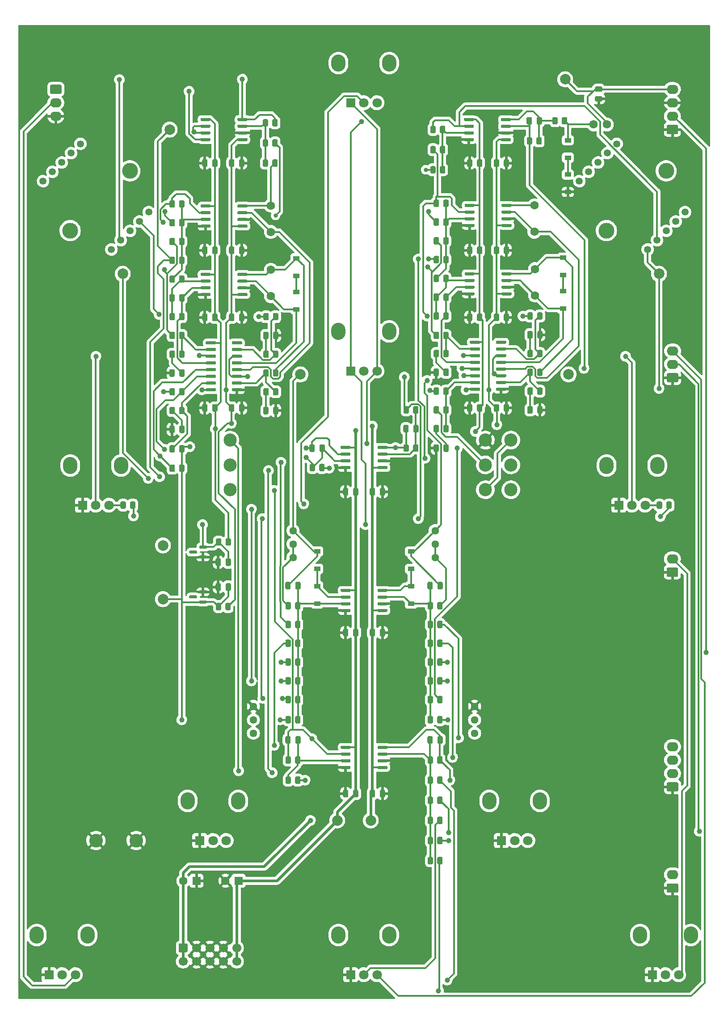
<source format=gbl>
G04 #@! TF.GenerationSoftware,KiCad,Pcbnew,6.0.5+dfsg-1~bpo11+1*
G04 #@! TF.CreationDate,2022-07-21T18:26:45+00:00*
G04 #@! TF.ProjectId,VCF_VCA_board,5643465f-5643-4415-9f62-6f6172642e6b,0*
G04 #@! TF.SameCoordinates,Original*
G04 #@! TF.FileFunction,Copper,L2,Bot*
G04 #@! TF.FilePolarity,Positive*
%FSLAX46Y46*%
G04 Gerber Fmt 4.6, Leading zero omitted, Abs format (unit mm)*
G04 Created by KiCad (PCBNEW 6.0.5+dfsg-1~bpo11+1) date 2022-07-21 18:26:45*
%MOMM*%
%LPD*%
G01*
G04 APERTURE LIST*
G04 #@! TA.AperFunction,ComponentPad*
%ADD10O,2.720000X3.240000*%
G04 #@! TD*
G04 #@! TA.AperFunction,ComponentPad*
%ADD11R,1.800000X1.800000*%
G04 #@! TD*
G04 #@! TA.AperFunction,ComponentPad*
%ADD12C,1.800000*%
G04 #@! TD*
G04 #@! TA.AperFunction,ComponentPad*
%ADD13C,2.500000*%
G04 #@! TD*
G04 #@! TA.AperFunction,ComponentPad*
%ADD14C,3.000000*%
G04 #@! TD*
G04 #@! TA.AperFunction,ComponentPad*
%ADD15C,1.350000*%
G04 #@! TD*
G04 #@! TA.AperFunction,ComponentPad*
%ADD16C,1.440000*%
G04 #@! TD*
G04 #@! TA.AperFunction,ComponentPad*
%ADD17O,2.190000X1.740000*%
G04 #@! TD*
G04 #@! TA.AperFunction,SMDPad,CuDef*
%ADD18R,1.200000X0.900000*%
G04 #@! TD*
G04 #@! TA.AperFunction,ComponentPad*
%ADD19C,2.600000*%
G04 #@! TD*
G04 #@! TA.AperFunction,ComponentPad*
%ADD20C,1.600000*%
G04 #@! TD*
G04 #@! TA.AperFunction,ComponentPad*
%ADD21C,2.000000*%
G04 #@! TD*
G04 #@! TA.AperFunction,ComponentPad*
%ADD22R,1.600000X1.600000*%
G04 #@! TD*
G04 #@! TA.AperFunction,ComponentPad*
%ADD23C,1.700000*%
G04 #@! TD*
G04 #@! TA.AperFunction,ViaPad*
%ADD24C,1.000000*%
G04 #@! TD*
G04 #@! TA.AperFunction,ViaPad*
%ADD25C,0.800000*%
G04 #@! TD*
G04 #@! TA.AperFunction,Conductor*
%ADD26C,0.300000*%
G04 #@! TD*
G04 #@! TA.AperFunction,Conductor*
%ADD27C,0.500000*%
G04 #@! TD*
G04 APERTURE END LIST*
D10*
X110805000Y-100450000D03*
X101205000Y-100450000D03*
D11*
X103505000Y-107950000D03*
D12*
X106005000Y-107950000D03*
X108505000Y-107950000D03*
D10*
X101205000Y-49650000D03*
X110805000Y-49650000D03*
D11*
X103505000Y-57150000D03*
D12*
X106005000Y-57150000D03*
X108505000Y-57150000D03*
D13*
X129030000Y-130430000D03*
X129030000Y-125730000D03*
X129030000Y-121030000D03*
X133860000Y-130430000D03*
X133860000Y-125730000D03*
X133860000Y-121030000D03*
D10*
X50405000Y-125850000D03*
X60005000Y-125850000D03*
D11*
X52705000Y-133350000D03*
D12*
X55205000Y-133350000D03*
X57705000Y-133350000D03*
D10*
X110805000Y-214750000D03*
X101205000Y-214750000D03*
D11*
X103505000Y-222250000D03*
D12*
X106005000Y-222250000D03*
X108505000Y-222250000D03*
D10*
X161605000Y-125850000D03*
X152005000Y-125850000D03*
D11*
X154305000Y-133350000D03*
D12*
X156805000Y-133350000D03*
X159305000Y-133350000D03*
D10*
X82230000Y-189350000D03*
X72630000Y-189350000D03*
D11*
X74930000Y-196850000D03*
D12*
X77430000Y-196850000D03*
X79930000Y-196850000D03*
D10*
X158355000Y-214750000D03*
X167955000Y-214750000D03*
D11*
X160655000Y-222250000D03*
D12*
X163155000Y-222250000D03*
X165655000Y-222250000D03*
D13*
X80645000Y-130430000D03*
X80645000Y-125730000D03*
X80645000Y-121030000D03*
D14*
X61679672Y-70050963D03*
X50365963Y-81364672D03*
D15*
X45239439Y-71995507D03*
X47007206Y-70227740D03*
X48774973Y-68459973D03*
X50542740Y-66692206D03*
X52310507Y-64924439D03*
X65250561Y-77864493D03*
X63482794Y-79632260D03*
X61715027Y-81400027D03*
X59947260Y-83167794D03*
X58179493Y-84935561D03*
D10*
X44055000Y-214750000D03*
X53655000Y-214750000D03*
D11*
X46355000Y-222250000D03*
D12*
X48855000Y-222250000D03*
X51355000Y-222250000D03*
D10*
X129780000Y-189350000D03*
X139380000Y-189350000D03*
D11*
X132080000Y-196850000D03*
D12*
X134580000Y-196850000D03*
X137080000Y-196850000D03*
D14*
X163279672Y-70050963D03*
X151965963Y-81364672D03*
D15*
X146839439Y-71995507D03*
X148607206Y-70227740D03*
X150374973Y-68459973D03*
X152142740Y-66692206D03*
X153910507Y-64924439D03*
X166850561Y-77864493D03*
X165082794Y-79632260D03*
X163315027Y-81400027D03*
X161547260Y-83167794D03*
X159779493Y-84935561D03*
G04 #@! TA.AperFunction,SMDPad,CuDef*
G36*
G01*
X128450000Y-97315000D02*
X128450000Y-98265000D01*
G75*
G02*
X128200000Y-98515000I-250000J0D01*
G01*
X127700000Y-98515000D01*
G75*
G02*
X127450000Y-98265000I0J250000D01*
G01*
X127450000Y-97315000D01*
G75*
G02*
X127700000Y-97065000I250000J0D01*
G01*
X128200000Y-97065000D01*
G75*
G02*
X128450000Y-97315000I0J-250000D01*
G01*
G37*
G04 #@! TD.AperFunction*
G04 #@! TA.AperFunction,SMDPad,CuDef*
G36*
G01*
X126550000Y-97315000D02*
X126550000Y-98265000D01*
G75*
G02*
X126300000Y-98515000I-250000J0D01*
G01*
X125800000Y-98515000D01*
G75*
G02*
X125550000Y-98265000I0J250000D01*
G01*
X125550000Y-97315000D01*
G75*
G02*
X125800000Y-97065000I250000J0D01*
G01*
X126300000Y-97065000D01*
G75*
G02*
X126550000Y-97315000I0J-250000D01*
G01*
G37*
G04 #@! TD.AperFunction*
D16*
X127000000Y-171440000D03*
X127000000Y-173980000D03*
X127000000Y-176520000D03*
G04 #@! TA.AperFunction,ComponentPad*
G36*
G01*
X165330000Y-206720000D02*
X163640000Y-206720000D01*
G75*
G02*
X163390000Y-206470000I0J250000D01*
G01*
X163390000Y-205230000D01*
G75*
G02*
X163640000Y-204980000I250000J0D01*
G01*
X165330000Y-204980000D01*
G75*
G02*
X165580000Y-205230000I0J-250000D01*
G01*
X165580000Y-206470000D01*
G75*
G02*
X165330000Y-206720000I-250000J0D01*
G01*
G37*
G04 #@! TD.AperFunction*
D17*
X164485000Y-203310000D03*
D18*
X144653000Y-74040000D03*
X144653000Y-70740000D03*
D19*
X62865000Y-196850000D03*
X55245000Y-196850000D03*
G04 #@! TA.AperFunction,SMDPad,CuDef*
G36*
G01*
X72037000Y-104325000D02*
X72037000Y-105225000D01*
G75*
G02*
X71787000Y-105475000I-250000J0D01*
G01*
X71262000Y-105475000D01*
G75*
G02*
X71012000Y-105225000I0J250000D01*
G01*
X71012000Y-104325000D01*
G75*
G02*
X71262000Y-104075000I250000J0D01*
G01*
X71787000Y-104075000D01*
G75*
G02*
X72037000Y-104325000I0J-250000D01*
G01*
G37*
G04 #@! TD.AperFunction*
G04 #@! TA.AperFunction,SMDPad,CuDef*
G36*
G01*
X70212000Y-104325000D02*
X70212000Y-105225000D01*
G75*
G02*
X69962000Y-105475000I-250000J0D01*
G01*
X69437000Y-105475000D01*
G75*
G02*
X69187000Y-105225000I0J250000D01*
G01*
X69187000Y-104325000D01*
G75*
G02*
X69437000Y-104075000I250000J0D01*
G01*
X69962000Y-104075000D01*
G75*
G02*
X70212000Y-104325000I0J-250000D01*
G01*
G37*
G04 #@! TD.AperFunction*
G04 #@! TA.AperFunction,SMDPad,CuDef*
G36*
G01*
X118057000Y-149055000D02*
X118057000Y-148105000D01*
G75*
G02*
X118307000Y-147855000I250000J0D01*
G01*
X118807000Y-147855000D01*
G75*
G02*
X119057000Y-148105000I0J-250000D01*
G01*
X119057000Y-149055000D01*
G75*
G02*
X118807000Y-149305000I-250000J0D01*
G01*
X118307000Y-149305000D01*
G75*
G02*
X118057000Y-149055000I0J250000D01*
G01*
G37*
G04 #@! TD.AperFunction*
G04 #@! TA.AperFunction,SMDPad,CuDef*
G36*
G01*
X119957000Y-149055000D02*
X119957000Y-148105000D01*
G75*
G02*
X120207000Y-147855000I250000J0D01*
G01*
X120707000Y-147855000D01*
G75*
G02*
X120957000Y-148105000I0J-250000D01*
G01*
X120957000Y-149055000D01*
G75*
G02*
X120707000Y-149305000I-250000J0D01*
G01*
X120207000Y-149305000D01*
G75*
G02*
X119957000Y-149055000I0J250000D01*
G01*
G37*
G04 #@! TD.AperFunction*
G04 #@! TA.AperFunction,SMDPad,CuDef*
G36*
G01*
X133990000Y-76431000D02*
X133990000Y-76731000D01*
G75*
G02*
X133840000Y-76881000I-150000J0D01*
G01*
X132240000Y-76881000D01*
G75*
G02*
X132090000Y-76731000I0J150000D01*
G01*
X132090000Y-76431000D01*
G75*
G02*
X132240000Y-76281000I150000J0D01*
G01*
X133840000Y-76281000D01*
G75*
G02*
X133990000Y-76431000I0J-150000D01*
G01*
G37*
G04 #@! TD.AperFunction*
G04 #@! TA.AperFunction,SMDPad,CuDef*
G36*
G01*
X133990000Y-77701000D02*
X133990000Y-78001000D01*
G75*
G02*
X133840000Y-78151000I-150000J0D01*
G01*
X132240000Y-78151000D01*
G75*
G02*
X132090000Y-78001000I0J150000D01*
G01*
X132090000Y-77701000D01*
G75*
G02*
X132240000Y-77551000I150000J0D01*
G01*
X133840000Y-77551000D01*
G75*
G02*
X133990000Y-77701000I0J-150000D01*
G01*
G37*
G04 #@! TD.AperFunction*
G04 #@! TA.AperFunction,SMDPad,CuDef*
G36*
G01*
X133990000Y-78971000D02*
X133990000Y-79271000D01*
G75*
G02*
X133840000Y-79421000I-150000J0D01*
G01*
X132240000Y-79421000D01*
G75*
G02*
X132090000Y-79271000I0J150000D01*
G01*
X132090000Y-78971000D01*
G75*
G02*
X132240000Y-78821000I150000J0D01*
G01*
X133840000Y-78821000D01*
G75*
G02*
X133990000Y-78971000I0J-150000D01*
G01*
G37*
G04 #@! TD.AperFunction*
G04 #@! TA.AperFunction,SMDPad,CuDef*
G36*
G01*
X133990000Y-80241000D02*
X133990000Y-80541000D01*
G75*
G02*
X133840000Y-80691000I-150000J0D01*
G01*
X132240000Y-80691000D01*
G75*
G02*
X132090000Y-80541000I0J150000D01*
G01*
X132090000Y-80241000D01*
G75*
G02*
X132240000Y-80091000I150000J0D01*
G01*
X133840000Y-80091000D01*
G75*
G02*
X133990000Y-80241000I0J-150000D01*
G01*
G37*
G04 #@! TD.AperFunction*
G04 #@! TA.AperFunction,SMDPad,CuDef*
G36*
G01*
X126990000Y-80241000D02*
X126990000Y-80541000D01*
G75*
G02*
X126840000Y-80691000I-150000J0D01*
G01*
X125240000Y-80691000D01*
G75*
G02*
X125090000Y-80541000I0J150000D01*
G01*
X125090000Y-80241000D01*
G75*
G02*
X125240000Y-80091000I150000J0D01*
G01*
X126840000Y-80091000D01*
G75*
G02*
X126990000Y-80241000I0J-150000D01*
G01*
G37*
G04 #@! TD.AperFunction*
G04 #@! TA.AperFunction,SMDPad,CuDef*
G36*
G01*
X126990000Y-78971000D02*
X126990000Y-79271000D01*
G75*
G02*
X126840000Y-79421000I-150000J0D01*
G01*
X125240000Y-79421000D01*
G75*
G02*
X125090000Y-79271000I0J150000D01*
G01*
X125090000Y-78971000D01*
G75*
G02*
X125240000Y-78821000I150000J0D01*
G01*
X126840000Y-78821000D01*
G75*
G02*
X126990000Y-78971000I0J-150000D01*
G01*
G37*
G04 #@! TD.AperFunction*
G04 #@! TA.AperFunction,SMDPad,CuDef*
G36*
G01*
X126990000Y-77701000D02*
X126990000Y-78001000D01*
G75*
G02*
X126840000Y-78151000I-150000J0D01*
G01*
X125240000Y-78151000D01*
G75*
G02*
X125090000Y-78001000I0J150000D01*
G01*
X125090000Y-77701000D01*
G75*
G02*
X125240000Y-77551000I150000J0D01*
G01*
X126840000Y-77551000D01*
G75*
G02*
X126990000Y-77701000I0J-150000D01*
G01*
G37*
G04 #@! TD.AperFunction*
G04 #@! TA.AperFunction,SMDPad,CuDef*
G36*
G01*
X126990000Y-76431000D02*
X126990000Y-76731000D01*
G75*
G02*
X126840000Y-76881000I-150000J0D01*
G01*
X125240000Y-76881000D01*
G75*
G02*
X125090000Y-76731000I0J150000D01*
G01*
X125090000Y-76431000D01*
G75*
G02*
X125240000Y-76281000I150000J0D01*
G01*
X126840000Y-76281000D01*
G75*
G02*
X126990000Y-76431000I0J-150000D01*
G01*
G37*
G04 #@! TD.AperFunction*
G04 #@! TA.AperFunction,SMDPad,CuDef*
G36*
G01*
X122075000Y-97086000D02*
X122075000Y-97986000D01*
G75*
G02*
X121825000Y-98236000I-250000J0D01*
G01*
X121300000Y-98236000D01*
G75*
G02*
X121050000Y-97986000I0J250000D01*
G01*
X121050000Y-97086000D01*
G75*
G02*
X121300000Y-96836000I250000J0D01*
G01*
X121825000Y-96836000D01*
G75*
G02*
X122075000Y-97086000I0J-250000D01*
G01*
G37*
G04 #@! TD.AperFunction*
G04 #@! TA.AperFunction,SMDPad,CuDef*
G36*
G01*
X120250000Y-97086000D02*
X120250000Y-97986000D01*
G75*
G02*
X120000000Y-98236000I-250000J0D01*
G01*
X119475000Y-98236000D01*
G75*
G02*
X119225000Y-97986000I0J250000D01*
G01*
X119225000Y-97086000D01*
G75*
G02*
X119475000Y-96836000I250000J0D01*
G01*
X120000000Y-96836000D01*
G75*
G02*
X120250000Y-97086000I0J-250000D01*
G01*
G37*
G04 #@! TD.AperFunction*
G04 #@! TA.AperFunction,SMDPad,CuDef*
G36*
G01*
X118590000Y-70300000D02*
X118590000Y-69400000D01*
G75*
G02*
X118840000Y-69150000I250000J0D01*
G01*
X119365000Y-69150000D01*
G75*
G02*
X119615000Y-69400000I0J-250000D01*
G01*
X119615000Y-70300000D01*
G75*
G02*
X119365000Y-70550000I-250000J0D01*
G01*
X118840000Y-70550000D01*
G75*
G02*
X118590000Y-70300000I0J250000D01*
G01*
G37*
G04 #@! TD.AperFunction*
G04 #@! TA.AperFunction,SMDPad,CuDef*
G36*
G01*
X120415000Y-70300000D02*
X120415000Y-69400000D01*
G75*
G02*
X120665000Y-69150000I250000J0D01*
G01*
X121190000Y-69150000D01*
G75*
G02*
X121440000Y-69400000I0J-250000D01*
G01*
X121440000Y-70300000D01*
G75*
G02*
X121190000Y-70550000I-250000J0D01*
G01*
X120665000Y-70550000D01*
G75*
G02*
X120415000Y-70300000I0J250000D01*
G01*
G37*
G04 #@! TD.AperFunction*
D18*
X114935000Y-148718000D03*
X114935000Y-152018000D03*
G04 #@! TA.AperFunction,SMDPad,CuDef*
G36*
G01*
X150045000Y-54074000D02*
X150945000Y-54074000D01*
G75*
G02*
X151195000Y-54324000I0J-250000D01*
G01*
X151195000Y-54849000D01*
G75*
G02*
X150945000Y-55099000I-250000J0D01*
G01*
X150045000Y-55099000D01*
G75*
G02*
X149795000Y-54849000I0J250000D01*
G01*
X149795000Y-54324000D01*
G75*
G02*
X150045000Y-54074000I250000J0D01*
G01*
G37*
G04 #@! TD.AperFunction*
G04 #@! TA.AperFunction,SMDPad,CuDef*
G36*
G01*
X150045000Y-55899000D02*
X150945000Y-55899000D01*
G75*
G02*
X151195000Y-56149000I0J-250000D01*
G01*
X151195000Y-56674000D01*
G75*
G02*
X150945000Y-56924000I-250000J0D01*
G01*
X150045000Y-56924000D01*
G75*
G02*
X149795000Y-56674000I0J250000D01*
G01*
X149795000Y-56149000D01*
G75*
G02*
X150045000Y-55899000I250000J0D01*
G01*
G37*
G04 #@! TD.AperFunction*
G04 #@! TA.AperFunction,SMDPad,CuDef*
G36*
G01*
X94008000Y-184970000D02*
X94008000Y-185870000D01*
G75*
G02*
X93758000Y-186120000I-250000J0D01*
G01*
X93233000Y-186120000D01*
G75*
G02*
X92983000Y-185870000I0J250000D01*
G01*
X92983000Y-184970000D01*
G75*
G02*
X93233000Y-184720000I250000J0D01*
G01*
X93758000Y-184720000D01*
G75*
G02*
X94008000Y-184970000I0J-250000D01*
G01*
G37*
G04 #@! TD.AperFunction*
G04 #@! TA.AperFunction,SMDPad,CuDef*
G36*
G01*
X92183000Y-184970000D02*
X92183000Y-185870000D01*
G75*
G02*
X91933000Y-186120000I-250000J0D01*
G01*
X91408000Y-186120000D01*
G75*
G02*
X91158000Y-185870000I0J250000D01*
G01*
X91158000Y-184970000D01*
G75*
G02*
X91408000Y-184720000I250000J0D01*
G01*
X91933000Y-184720000D01*
G75*
G02*
X92183000Y-184970000I0J-250000D01*
G01*
G37*
G04 #@! TD.AperFunction*
G04 #@! TA.AperFunction,SMDPad,CuDef*
G36*
G01*
X139855000Y-107754000D02*
X139855000Y-108654000D01*
G75*
G02*
X139605000Y-108904000I-250000J0D01*
G01*
X139080000Y-108904000D01*
G75*
G02*
X138830000Y-108654000I0J250000D01*
G01*
X138830000Y-107754000D01*
G75*
G02*
X139080000Y-107504000I250000J0D01*
G01*
X139605000Y-107504000D01*
G75*
G02*
X139855000Y-107754000I0J-250000D01*
G01*
G37*
G04 #@! TD.AperFunction*
G04 #@! TA.AperFunction,SMDPad,CuDef*
G36*
G01*
X138030000Y-107754000D02*
X138030000Y-108654000D01*
G75*
G02*
X137780000Y-108904000I-250000J0D01*
G01*
X137255000Y-108904000D01*
G75*
G02*
X137005000Y-108654000I0J250000D01*
G01*
X137005000Y-107754000D01*
G75*
G02*
X137255000Y-107504000I250000J0D01*
G01*
X137780000Y-107504000D01*
G75*
G02*
X138030000Y-107754000I0J-250000D01*
G01*
G37*
G04 #@! TD.AperFunction*
G04 #@! TA.AperFunction,SMDPad,CuDef*
G36*
G01*
X110495000Y-122278000D02*
X110495000Y-122578000D01*
G75*
G02*
X110345000Y-122728000I-150000J0D01*
G01*
X108745000Y-122728000D01*
G75*
G02*
X108595000Y-122578000I0J150000D01*
G01*
X108595000Y-122278000D01*
G75*
G02*
X108745000Y-122128000I150000J0D01*
G01*
X110345000Y-122128000D01*
G75*
G02*
X110495000Y-122278000I0J-150000D01*
G01*
G37*
G04 #@! TD.AperFunction*
G04 #@! TA.AperFunction,SMDPad,CuDef*
G36*
G01*
X110495000Y-123548000D02*
X110495000Y-123848000D01*
G75*
G02*
X110345000Y-123998000I-150000J0D01*
G01*
X108745000Y-123998000D01*
G75*
G02*
X108595000Y-123848000I0J150000D01*
G01*
X108595000Y-123548000D01*
G75*
G02*
X108745000Y-123398000I150000J0D01*
G01*
X110345000Y-123398000D01*
G75*
G02*
X110495000Y-123548000I0J-150000D01*
G01*
G37*
G04 #@! TD.AperFunction*
G04 #@! TA.AperFunction,SMDPad,CuDef*
G36*
G01*
X110495000Y-124818000D02*
X110495000Y-125118000D01*
G75*
G02*
X110345000Y-125268000I-150000J0D01*
G01*
X108745000Y-125268000D01*
G75*
G02*
X108595000Y-125118000I0J150000D01*
G01*
X108595000Y-124818000D01*
G75*
G02*
X108745000Y-124668000I150000J0D01*
G01*
X110345000Y-124668000D01*
G75*
G02*
X110495000Y-124818000I0J-150000D01*
G01*
G37*
G04 #@! TD.AperFunction*
G04 #@! TA.AperFunction,SMDPad,CuDef*
G36*
G01*
X110495000Y-126088000D02*
X110495000Y-126388000D01*
G75*
G02*
X110345000Y-126538000I-150000J0D01*
G01*
X108745000Y-126538000D01*
G75*
G02*
X108595000Y-126388000I0J150000D01*
G01*
X108595000Y-126088000D01*
G75*
G02*
X108745000Y-125938000I150000J0D01*
G01*
X110345000Y-125938000D01*
G75*
G02*
X110495000Y-126088000I0J-150000D01*
G01*
G37*
G04 #@! TD.AperFunction*
G04 #@! TA.AperFunction,SMDPad,CuDef*
G36*
G01*
X103495000Y-126088000D02*
X103495000Y-126388000D01*
G75*
G02*
X103345000Y-126538000I-150000J0D01*
G01*
X101745000Y-126538000D01*
G75*
G02*
X101595000Y-126388000I0J150000D01*
G01*
X101595000Y-126088000D01*
G75*
G02*
X101745000Y-125938000I150000J0D01*
G01*
X103345000Y-125938000D01*
G75*
G02*
X103495000Y-126088000I0J-150000D01*
G01*
G37*
G04 #@! TD.AperFunction*
G04 #@! TA.AperFunction,SMDPad,CuDef*
G36*
G01*
X103495000Y-124818000D02*
X103495000Y-125118000D01*
G75*
G02*
X103345000Y-125268000I-150000J0D01*
G01*
X101745000Y-125268000D01*
G75*
G02*
X101595000Y-125118000I0J150000D01*
G01*
X101595000Y-124818000D01*
G75*
G02*
X101745000Y-124668000I150000J0D01*
G01*
X103345000Y-124668000D01*
G75*
G02*
X103495000Y-124818000I0J-150000D01*
G01*
G37*
G04 #@! TD.AperFunction*
G04 #@! TA.AperFunction,SMDPad,CuDef*
G36*
G01*
X103495000Y-123548000D02*
X103495000Y-123848000D01*
G75*
G02*
X103345000Y-123998000I-150000J0D01*
G01*
X101745000Y-123998000D01*
G75*
G02*
X101595000Y-123848000I0J150000D01*
G01*
X101595000Y-123548000D01*
G75*
G02*
X101745000Y-123398000I150000J0D01*
G01*
X103345000Y-123398000D01*
G75*
G02*
X103495000Y-123548000I0J-150000D01*
G01*
G37*
G04 #@! TD.AperFunction*
G04 #@! TA.AperFunction,SMDPad,CuDef*
G36*
G01*
X103495000Y-122278000D02*
X103495000Y-122578000D01*
G75*
G02*
X103345000Y-122728000I-150000J0D01*
G01*
X101745000Y-122728000D01*
G75*
G02*
X101595000Y-122578000I0J150000D01*
G01*
X101595000Y-122278000D01*
G75*
G02*
X101745000Y-122128000I150000J0D01*
G01*
X103345000Y-122128000D01*
G75*
G02*
X103495000Y-122278000I0J-150000D01*
G01*
G37*
G04 #@! TD.AperFunction*
D16*
X119507000Y-138176000D03*
X119507000Y-140716000D03*
X119507000Y-143256000D03*
G04 #@! TA.AperFunction,SMDPad,CuDef*
G36*
G01*
X91158000Y-167064000D02*
X91158000Y-166164000D01*
G75*
G02*
X91408000Y-165914000I250000J0D01*
G01*
X91933000Y-165914000D01*
G75*
G02*
X92183000Y-166164000I0J-250000D01*
G01*
X92183000Y-167064000D01*
G75*
G02*
X91933000Y-167314000I-250000J0D01*
G01*
X91408000Y-167314000D01*
G75*
G02*
X91158000Y-167064000I0J250000D01*
G01*
G37*
G04 #@! TD.AperFunction*
G04 #@! TA.AperFunction,SMDPad,CuDef*
G36*
G01*
X92983000Y-167064000D02*
X92983000Y-166164000D01*
G75*
G02*
X93233000Y-165914000I250000J0D01*
G01*
X93758000Y-165914000D01*
G75*
G02*
X94008000Y-166164000I0J-250000D01*
G01*
X94008000Y-167064000D01*
G75*
G02*
X93758000Y-167314000I-250000J0D01*
G01*
X93233000Y-167314000D01*
G75*
G02*
X92983000Y-167064000I0J250000D01*
G01*
G37*
G04 #@! TD.AperFunction*
G04 #@! TA.AperFunction,SMDPad,CuDef*
G36*
G01*
X83365000Y-97315000D02*
X83365000Y-98265000D01*
G75*
G02*
X83115000Y-98515000I-250000J0D01*
G01*
X82615000Y-98515000D01*
G75*
G02*
X82365000Y-98265000I0J250000D01*
G01*
X82365000Y-97315000D01*
G75*
G02*
X82615000Y-97065000I250000J0D01*
G01*
X83115000Y-97065000D01*
G75*
G02*
X83365000Y-97315000I0J-250000D01*
G01*
G37*
G04 #@! TD.AperFunction*
G04 #@! TA.AperFunction,SMDPad,CuDef*
G36*
G01*
X81465000Y-97315000D02*
X81465000Y-98265000D01*
G75*
G02*
X81215000Y-98515000I-250000J0D01*
G01*
X80715000Y-98515000D01*
G75*
G02*
X80465000Y-98265000I0J250000D01*
G01*
X80465000Y-97315000D01*
G75*
G02*
X80715000Y-97065000I250000J0D01*
G01*
X81215000Y-97065000D01*
G75*
G02*
X81465000Y-97315000I0J-250000D01*
G01*
G37*
G04 #@! TD.AperFunction*
G04 #@! TA.AperFunction,SMDPad,CuDef*
G36*
G01*
X110035000Y-157005000D02*
X110035000Y-157955000D01*
G75*
G02*
X109785000Y-158205000I-250000J0D01*
G01*
X109285000Y-158205000D01*
G75*
G02*
X109035000Y-157955000I0J250000D01*
G01*
X109035000Y-157005000D01*
G75*
G02*
X109285000Y-156755000I250000J0D01*
G01*
X109785000Y-156755000D01*
G75*
G02*
X110035000Y-157005000I0J-250000D01*
G01*
G37*
G04 #@! TD.AperFunction*
G04 #@! TA.AperFunction,SMDPad,CuDef*
G36*
G01*
X108135000Y-157005000D02*
X108135000Y-157955000D01*
G75*
G02*
X107885000Y-158205000I-250000J0D01*
G01*
X107385000Y-158205000D01*
G75*
G02*
X107135000Y-157955000I0J250000D01*
G01*
X107135000Y-157005000D01*
G75*
G02*
X107385000Y-156755000I250000J0D01*
G01*
X107885000Y-156755000D01*
G75*
G02*
X108135000Y-157005000I0J-250000D01*
G01*
G37*
G04 #@! TD.AperFunction*
G04 #@! TA.AperFunction,SMDPad,CuDef*
G36*
G01*
X104955000Y-130335000D02*
X104955000Y-131285000D01*
G75*
G02*
X104705000Y-131535000I-250000J0D01*
G01*
X104205000Y-131535000D01*
G75*
G02*
X103955000Y-131285000I0J250000D01*
G01*
X103955000Y-130335000D01*
G75*
G02*
X104205000Y-130085000I250000J0D01*
G01*
X104705000Y-130085000D01*
G75*
G02*
X104955000Y-130335000I0J-250000D01*
G01*
G37*
G04 #@! TD.AperFunction*
G04 #@! TA.AperFunction,SMDPad,CuDef*
G36*
G01*
X103055000Y-130335000D02*
X103055000Y-131285000D01*
G75*
G02*
X102805000Y-131535000I-250000J0D01*
G01*
X102305000Y-131535000D01*
G75*
G02*
X102055000Y-131285000I0J250000D01*
G01*
X102055000Y-130335000D01*
G75*
G02*
X102305000Y-130085000I250000J0D01*
G01*
X102805000Y-130085000D01*
G75*
G02*
X103055000Y-130335000I0J-250000D01*
G01*
G37*
G04 #@! TD.AperFunction*
G04 #@! TA.AperFunction,SMDPad,CuDef*
G36*
G01*
X122100000Y-107729000D02*
X122100000Y-108679000D01*
G75*
G02*
X121850000Y-108929000I-250000J0D01*
G01*
X121350000Y-108929000D01*
G75*
G02*
X121100000Y-108679000I0J250000D01*
G01*
X121100000Y-107729000D01*
G75*
G02*
X121350000Y-107479000I250000J0D01*
G01*
X121850000Y-107479000D01*
G75*
G02*
X122100000Y-107729000I0J-250000D01*
G01*
G37*
G04 #@! TD.AperFunction*
G04 #@! TA.AperFunction,SMDPad,CuDef*
G36*
G01*
X120200000Y-107729000D02*
X120200000Y-108679000D01*
G75*
G02*
X119950000Y-108929000I-250000J0D01*
G01*
X119450000Y-108929000D01*
G75*
G02*
X119200000Y-108679000I0J250000D01*
G01*
X119200000Y-107729000D01*
G75*
G02*
X119450000Y-107479000I250000J0D01*
G01*
X119950000Y-107479000D01*
G75*
G02*
X120200000Y-107729000I0J-250000D01*
G01*
G37*
G04 #@! TD.AperFunction*
G04 #@! TA.AperFunction,SMDPad,CuDef*
G36*
G01*
X98580000Y-125788000D02*
X98580000Y-126688000D01*
G75*
G02*
X98330000Y-126938000I-250000J0D01*
G01*
X97805000Y-126938000D01*
G75*
G02*
X97555000Y-126688000I0J250000D01*
G01*
X97555000Y-125788000D01*
G75*
G02*
X97805000Y-125538000I250000J0D01*
G01*
X98330000Y-125538000D01*
G75*
G02*
X98580000Y-125788000I0J-250000D01*
G01*
G37*
G04 #@! TD.AperFunction*
G04 #@! TA.AperFunction,SMDPad,CuDef*
G36*
G01*
X96755000Y-125788000D02*
X96755000Y-126688000D01*
G75*
G02*
X96505000Y-126938000I-250000J0D01*
G01*
X95980000Y-126938000D01*
G75*
G02*
X95730000Y-126688000I0J250000D01*
G01*
X95730000Y-125788000D01*
G75*
G02*
X95980000Y-125538000I250000J0D01*
G01*
X96505000Y-125538000D01*
G75*
G02*
X96755000Y-125788000I0J-250000D01*
G01*
G37*
G04 #@! TD.AperFunction*
G04 #@! TA.AperFunction,SMDPad,CuDef*
G36*
G01*
X86942000Y-101694000D02*
X86942000Y-100744000D01*
G75*
G02*
X87192000Y-100494000I250000J0D01*
G01*
X87692000Y-100494000D01*
G75*
G02*
X87942000Y-100744000I0J-250000D01*
G01*
X87942000Y-101694000D01*
G75*
G02*
X87692000Y-101944000I-250000J0D01*
G01*
X87192000Y-101944000D01*
G75*
G02*
X86942000Y-101694000I0J250000D01*
G01*
G37*
G04 #@! TD.AperFunction*
G04 #@! TA.AperFunction,SMDPad,CuDef*
G36*
G01*
X88842000Y-101694000D02*
X88842000Y-100744000D01*
G75*
G02*
X89092000Y-100494000I250000J0D01*
G01*
X89592000Y-100494000D01*
G75*
G02*
X89842000Y-100744000I0J-250000D01*
G01*
X89842000Y-101694000D01*
G75*
G02*
X89592000Y-101944000I-250000J0D01*
G01*
X89092000Y-101944000D01*
G75*
G02*
X88842000Y-101694000I0J250000D01*
G01*
G37*
G04 #@! TD.AperFunction*
G04 #@! TA.AperFunction,SMDPad,CuDef*
G36*
G01*
X91158000Y-170620000D02*
X91158000Y-169720000D01*
G75*
G02*
X91408000Y-169470000I250000J0D01*
G01*
X91933000Y-169470000D01*
G75*
G02*
X92183000Y-169720000I0J-250000D01*
G01*
X92183000Y-170620000D01*
G75*
G02*
X91933000Y-170870000I-250000J0D01*
G01*
X91408000Y-170870000D01*
G75*
G02*
X91158000Y-170620000I0J250000D01*
G01*
G37*
G04 #@! TD.AperFunction*
G04 #@! TA.AperFunction,SMDPad,CuDef*
G36*
G01*
X92983000Y-170620000D02*
X92983000Y-169720000D01*
G75*
G02*
X93233000Y-169470000I250000J0D01*
G01*
X93758000Y-169470000D01*
G75*
G02*
X94008000Y-169720000I0J-250000D01*
G01*
X94008000Y-170620000D01*
G75*
G02*
X93758000Y-170870000I-250000J0D01*
G01*
X93233000Y-170870000D01*
G75*
G02*
X92983000Y-170620000I0J250000D01*
G01*
G37*
G04 #@! TD.AperFunction*
G04 #@! TA.AperFunction,SMDPad,CuDef*
G36*
G01*
X120932000Y-155496000D02*
X120932000Y-156396000D01*
G75*
G02*
X120682000Y-156646000I-250000J0D01*
G01*
X120157000Y-156646000D01*
G75*
G02*
X119907000Y-156396000I0J250000D01*
G01*
X119907000Y-155496000D01*
G75*
G02*
X120157000Y-155246000I250000J0D01*
G01*
X120682000Y-155246000D01*
G75*
G02*
X120932000Y-155496000I0J-250000D01*
G01*
G37*
G04 #@! TD.AperFunction*
G04 #@! TA.AperFunction,SMDPad,CuDef*
G36*
G01*
X119107000Y-155496000D02*
X119107000Y-156396000D01*
G75*
G02*
X118857000Y-156646000I-250000J0D01*
G01*
X118332000Y-156646000D01*
G75*
G02*
X118082000Y-156396000I0J250000D01*
G01*
X118082000Y-155496000D01*
G75*
G02*
X118332000Y-155246000I250000J0D01*
G01*
X118857000Y-155246000D01*
G75*
G02*
X119107000Y-155496000I0J-250000D01*
G01*
G37*
G04 #@! TD.AperFunction*
G04 #@! TA.AperFunction,SMDPad,CuDef*
G36*
G01*
X89817000Y-104325000D02*
X89817000Y-105225000D01*
G75*
G02*
X89567000Y-105475000I-250000J0D01*
G01*
X89042000Y-105475000D01*
G75*
G02*
X88792000Y-105225000I0J250000D01*
G01*
X88792000Y-104325000D01*
G75*
G02*
X89042000Y-104075000I250000J0D01*
G01*
X89567000Y-104075000D01*
G75*
G02*
X89817000Y-104325000I0J-250000D01*
G01*
G37*
G04 #@! TD.AperFunction*
G04 #@! TA.AperFunction,SMDPad,CuDef*
G36*
G01*
X87992000Y-104325000D02*
X87992000Y-105225000D01*
G75*
G02*
X87742000Y-105475000I-250000J0D01*
G01*
X87217000Y-105475000D01*
G75*
G02*
X86967000Y-105225000I0J250000D01*
G01*
X86967000Y-104325000D01*
G75*
G02*
X87217000Y-104075000I250000J0D01*
G01*
X87742000Y-104075000D01*
G75*
G02*
X87992000Y-104325000I0J-250000D01*
G01*
G37*
G04 #@! TD.AperFunction*
G04 #@! TA.AperFunction,SMDPad,CuDef*
G36*
G01*
X110035000Y-187485000D02*
X110035000Y-188435000D01*
G75*
G02*
X109785000Y-188685000I-250000J0D01*
G01*
X109285000Y-188685000D01*
G75*
G02*
X109035000Y-188435000I0J250000D01*
G01*
X109035000Y-187485000D01*
G75*
G02*
X109285000Y-187235000I250000J0D01*
G01*
X109785000Y-187235000D01*
G75*
G02*
X110035000Y-187485000I0J-250000D01*
G01*
G37*
G04 #@! TD.AperFunction*
G04 #@! TA.AperFunction,SMDPad,CuDef*
G36*
G01*
X108135000Y-187485000D02*
X108135000Y-188435000D01*
G75*
G02*
X107885000Y-188685000I-250000J0D01*
G01*
X107385000Y-188685000D01*
G75*
G02*
X107135000Y-188435000I0J250000D01*
G01*
X107135000Y-187485000D01*
G75*
G02*
X107385000Y-187235000I250000J0D01*
G01*
X107885000Y-187235000D01*
G75*
G02*
X108135000Y-187485000I0J-250000D01*
G01*
G37*
G04 #@! TD.AperFunction*
G04 #@! TA.AperFunction,SMDPad,CuDef*
G36*
G01*
X76274800Y-149623600D02*
X76274800Y-149923600D01*
G75*
G02*
X76124800Y-150073600I-150000J0D01*
G01*
X74949800Y-150073600D01*
G75*
G02*
X74799800Y-149923600I0J150000D01*
G01*
X74799800Y-149623600D01*
G75*
G02*
X74949800Y-149473600I150000J0D01*
G01*
X76124800Y-149473600D01*
G75*
G02*
X76274800Y-149623600I0J-150000D01*
G01*
G37*
G04 #@! TD.AperFunction*
G04 #@! TA.AperFunction,SMDPad,CuDef*
G36*
G01*
X76274800Y-151523600D02*
X76274800Y-151823600D01*
G75*
G02*
X76124800Y-151973600I-150000J0D01*
G01*
X74949800Y-151973600D01*
G75*
G02*
X74799800Y-151823600I0J150000D01*
G01*
X74799800Y-151523600D01*
G75*
G02*
X74949800Y-151373600I150000J0D01*
G01*
X76124800Y-151373600D01*
G75*
G02*
X76274800Y-151523600I0J-150000D01*
G01*
G37*
G04 #@! TD.AperFunction*
G04 #@! TA.AperFunction,SMDPad,CuDef*
G36*
G01*
X74399800Y-150573600D02*
X74399800Y-150873600D01*
G75*
G02*
X74249800Y-151023600I-150000J0D01*
G01*
X73074800Y-151023600D01*
G75*
G02*
X72924800Y-150873600I0J150000D01*
G01*
X72924800Y-150573600D01*
G75*
G02*
X73074800Y-150423600I150000J0D01*
G01*
X74249800Y-150423600D01*
G75*
G02*
X74399800Y-150573600I0J-150000D01*
G01*
G37*
G04 #@! TD.AperFunction*
G04 #@! TA.AperFunction,SMDPad,CuDef*
G36*
G01*
X78285000Y-84615000D02*
X78285000Y-85565000D01*
G75*
G02*
X78035000Y-85815000I-250000J0D01*
G01*
X77535000Y-85815000D01*
G75*
G02*
X77285000Y-85565000I0J250000D01*
G01*
X77285000Y-84615000D01*
G75*
G02*
X77535000Y-84365000I250000J0D01*
G01*
X78035000Y-84365000D01*
G75*
G02*
X78285000Y-84615000I0J-250000D01*
G01*
G37*
G04 #@! TD.AperFunction*
G04 #@! TA.AperFunction,SMDPad,CuDef*
G36*
G01*
X76385000Y-84615000D02*
X76385000Y-85565000D01*
G75*
G02*
X76135000Y-85815000I-250000J0D01*
G01*
X75635000Y-85815000D01*
G75*
G02*
X75385000Y-85565000I0J250000D01*
G01*
X75385000Y-84615000D01*
G75*
G02*
X75635000Y-84365000I250000J0D01*
G01*
X76135000Y-84365000D01*
G75*
G02*
X76385000Y-84615000I0J-250000D01*
G01*
G37*
G04 #@! TD.AperFunction*
G04 #@! TA.AperFunction,SMDPad,CuDef*
G36*
G01*
X120932000Y-192590000D02*
X120932000Y-193490000D01*
G75*
G02*
X120682000Y-193740000I-250000J0D01*
G01*
X120157000Y-193740000D01*
G75*
G02*
X119907000Y-193490000I0J250000D01*
G01*
X119907000Y-192590000D01*
G75*
G02*
X120157000Y-192340000I250000J0D01*
G01*
X120682000Y-192340000D01*
G75*
G02*
X120932000Y-192590000I0J-250000D01*
G01*
G37*
G04 #@! TD.AperFunction*
G04 #@! TA.AperFunction,SMDPad,CuDef*
G36*
G01*
X119107000Y-192590000D02*
X119107000Y-193490000D01*
G75*
G02*
X118857000Y-193740000I-250000J0D01*
G01*
X118332000Y-193740000D01*
G75*
G02*
X118082000Y-193490000I0J250000D01*
G01*
X118082000Y-192590000D01*
G75*
G02*
X118332000Y-192340000I250000J0D01*
G01*
X118857000Y-192340000D01*
G75*
G02*
X119107000Y-192590000I0J-250000D01*
G01*
G37*
G04 #@! TD.AperFunction*
D20*
X138303000Y-81581000D03*
X138303000Y-76581000D03*
G04 #@! TA.AperFunction,SMDPad,CuDef*
G36*
G01*
X78285000Y-114460000D02*
X78285000Y-115410000D01*
G75*
G02*
X78035000Y-115660000I-250000J0D01*
G01*
X77535000Y-115660000D01*
G75*
G02*
X77285000Y-115410000I0J250000D01*
G01*
X77285000Y-114460000D01*
G75*
G02*
X77535000Y-114210000I250000J0D01*
G01*
X78035000Y-114210000D01*
G75*
G02*
X78285000Y-114460000I0J-250000D01*
G01*
G37*
G04 #@! TD.AperFunction*
G04 #@! TA.AperFunction,SMDPad,CuDef*
G36*
G01*
X76385000Y-114460000D02*
X76385000Y-115410000D01*
G75*
G02*
X76135000Y-115660000I-250000J0D01*
G01*
X75635000Y-115660000D01*
G75*
G02*
X75385000Y-115410000I0J250000D01*
G01*
X75385000Y-114460000D01*
G75*
G02*
X75635000Y-114210000I250000J0D01*
G01*
X76135000Y-114210000D01*
G75*
G02*
X76385000Y-114460000I0J-250000D01*
G01*
G37*
G04 #@! TD.AperFunction*
G04 #@! TA.AperFunction,SMDPad,CuDef*
G36*
G01*
X80837500Y-139885000D02*
X80837500Y-140785000D01*
G75*
G02*
X80587500Y-141035000I-250000J0D01*
G01*
X80062500Y-141035000D01*
G75*
G02*
X79812500Y-140785000I0J250000D01*
G01*
X79812500Y-139885000D01*
G75*
G02*
X80062500Y-139635000I250000J0D01*
G01*
X80587500Y-139635000D01*
G75*
G02*
X80837500Y-139885000I0J-250000D01*
G01*
G37*
G04 #@! TD.AperFunction*
G04 #@! TA.AperFunction,SMDPad,CuDef*
G36*
G01*
X79012500Y-139885000D02*
X79012500Y-140785000D01*
G75*
G02*
X78762500Y-141035000I-250000J0D01*
G01*
X78237500Y-141035000D01*
G75*
G02*
X77987500Y-140785000I0J250000D01*
G01*
X77987500Y-139885000D01*
G75*
G02*
X78237500Y-139635000I250000J0D01*
G01*
X78762500Y-139635000D01*
G75*
G02*
X79012500Y-139885000I0J-250000D01*
G01*
G37*
G04 #@! TD.AperFunction*
G04 #@! TA.AperFunction,SMDPad,CuDef*
G36*
G01*
X72037000Y-125915000D02*
X72037000Y-126815000D01*
G75*
G02*
X71787000Y-127065000I-250000J0D01*
G01*
X71262000Y-127065000D01*
G75*
G02*
X71012000Y-126815000I0J250000D01*
G01*
X71012000Y-125915000D01*
G75*
G02*
X71262000Y-125665000I250000J0D01*
G01*
X71787000Y-125665000D01*
G75*
G02*
X72037000Y-125915000I0J-250000D01*
G01*
G37*
G04 #@! TD.AperFunction*
G04 #@! TA.AperFunction,SMDPad,CuDef*
G36*
G01*
X70212000Y-125915000D02*
X70212000Y-126815000D01*
G75*
G02*
X69962000Y-127065000I-250000J0D01*
G01*
X69437000Y-127065000D01*
G75*
G02*
X69187000Y-126815000I0J250000D01*
G01*
X69187000Y-125915000D01*
G75*
G02*
X69437000Y-125665000I250000J0D01*
G01*
X69962000Y-125665000D01*
G75*
G02*
X70212000Y-125915000I0J-250000D01*
G01*
G37*
G04 #@! TD.AperFunction*
G04 #@! TA.AperFunction,SMDPad,CuDef*
G36*
G01*
X122075000Y-100769000D02*
X122075000Y-101669000D01*
G75*
G02*
X121825000Y-101919000I-250000J0D01*
G01*
X121300000Y-101919000D01*
G75*
G02*
X121050000Y-101669000I0J250000D01*
G01*
X121050000Y-100769000D01*
G75*
G02*
X121300000Y-100519000I250000J0D01*
G01*
X121825000Y-100519000D01*
G75*
G02*
X122075000Y-100769000I0J-250000D01*
G01*
G37*
G04 #@! TD.AperFunction*
G04 #@! TA.AperFunction,SMDPad,CuDef*
G36*
G01*
X120250000Y-100769000D02*
X120250000Y-101669000D01*
G75*
G02*
X120000000Y-101919000I-250000J0D01*
G01*
X119475000Y-101919000D01*
G75*
G02*
X119225000Y-101669000I0J250000D01*
G01*
X119225000Y-100769000D01*
G75*
G02*
X119475000Y-100519000I250000J0D01*
G01*
X120000000Y-100519000D01*
G75*
G02*
X120250000Y-100769000I0J-250000D01*
G01*
G37*
G04 #@! TD.AperFunction*
D21*
X144145000Y-52705000D03*
G04 #@! TA.AperFunction,SMDPad,CuDef*
G36*
G01*
X122075000Y-75750000D02*
X122075000Y-76650000D01*
G75*
G02*
X121825000Y-76900000I-250000J0D01*
G01*
X121300000Y-76900000D01*
G75*
G02*
X121050000Y-76650000I0J250000D01*
G01*
X121050000Y-75750000D01*
G75*
G02*
X121300000Y-75500000I250000J0D01*
G01*
X121825000Y-75500000D01*
G75*
G02*
X122075000Y-75750000I0J-250000D01*
G01*
G37*
G04 #@! TD.AperFunction*
G04 #@! TA.AperFunction,SMDPad,CuDef*
G36*
G01*
X120250000Y-75750000D02*
X120250000Y-76650000D01*
G75*
G02*
X120000000Y-76900000I-250000J0D01*
G01*
X119475000Y-76900000D01*
G75*
G02*
X119225000Y-76650000I0J250000D01*
G01*
X119225000Y-75750000D01*
G75*
G02*
X119475000Y-75500000I250000J0D01*
G01*
X120000000Y-75500000D01*
G75*
G02*
X120250000Y-75750000I0J-250000D01*
G01*
G37*
G04 #@! TD.AperFunction*
G04 #@! TA.AperFunction,SMDPad,CuDef*
G36*
G01*
X72037000Y-82989000D02*
X72037000Y-83889000D01*
G75*
G02*
X71787000Y-84139000I-250000J0D01*
G01*
X71262000Y-84139000D01*
G75*
G02*
X71012000Y-83889000I0J250000D01*
G01*
X71012000Y-82989000D01*
G75*
G02*
X71262000Y-82739000I250000J0D01*
G01*
X71787000Y-82739000D01*
G75*
G02*
X72037000Y-82989000I0J-250000D01*
G01*
G37*
G04 #@! TD.AperFunction*
G04 #@! TA.AperFunction,SMDPad,CuDef*
G36*
G01*
X70212000Y-82989000D02*
X70212000Y-83889000D01*
G75*
G02*
X69962000Y-84139000I-250000J0D01*
G01*
X69437000Y-84139000D01*
G75*
G02*
X69187000Y-83889000I0J250000D01*
G01*
X69187000Y-82989000D01*
G75*
G02*
X69437000Y-82739000I250000J0D01*
G01*
X69962000Y-82739000D01*
G75*
G02*
X70212000Y-82989000I0J-250000D01*
G01*
G37*
G04 #@! TD.AperFunction*
G04 #@! TA.AperFunction,SMDPad,CuDef*
G36*
G01*
X78285000Y-68105000D02*
X78285000Y-69055000D01*
G75*
G02*
X78035000Y-69305000I-250000J0D01*
G01*
X77535000Y-69305000D01*
G75*
G02*
X77285000Y-69055000I0J250000D01*
G01*
X77285000Y-68105000D01*
G75*
G02*
X77535000Y-67855000I250000J0D01*
G01*
X78035000Y-67855000D01*
G75*
G02*
X78285000Y-68105000I0J-250000D01*
G01*
G37*
G04 #@! TD.AperFunction*
G04 #@! TA.AperFunction,SMDPad,CuDef*
G36*
G01*
X76385000Y-68105000D02*
X76385000Y-69055000D01*
G75*
G02*
X76135000Y-69305000I-250000J0D01*
G01*
X75635000Y-69305000D01*
G75*
G02*
X75385000Y-69055000I0J250000D01*
G01*
X75385000Y-68105000D01*
G75*
G02*
X75635000Y-67855000I250000J0D01*
G01*
X76135000Y-67855000D01*
G75*
G02*
X76385000Y-68105000I0J-250000D01*
G01*
G37*
G04 #@! TD.AperFunction*
G04 #@! TA.AperFunction,SMDPad,CuDef*
G36*
G01*
X89817000Y-111437000D02*
X89817000Y-112337000D01*
G75*
G02*
X89567000Y-112587000I-250000J0D01*
G01*
X89042000Y-112587000D01*
G75*
G02*
X88792000Y-112337000I0J250000D01*
G01*
X88792000Y-111437000D01*
G75*
G02*
X89042000Y-111187000I250000J0D01*
G01*
X89567000Y-111187000D01*
G75*
G02*
X89817000Y-111437000I0J-250000D01*
G01*
G37*
G04 #@! TD.AperFunction*
G04 #@! TA.AperFunction,SMDPad,CuDef*
G36*
G01*
X87992000Y-111437000D02*
X87992000Y-112337000D01*
G75*
G02*
X87742000Y-112587000I-250000J0D01*
G01*
X87217000Y-112587000D01*
G75*
G02*
X86967000Y-112337000I0J250000D01*
G01*
X86967000Y-111437000D01*
G75*
G02*
X87217000Y-111187000I250000J0D01*
G01*
X87742000Y-111187000D01*
G75*
G02*
X87992000Y-111437000I0J-250000D01*
G01*
G37*
G04 #@! TD.AperFunction*
G04 #@! TA.AperFunction,SMDPad,CuDef*
G36*
G01*
X141704000Y-61029000D02*
X141704000Y-60129000D01*
G75*
G02*
X141954000Y-59879000I250000J0D01*
G01*
X142479000Y-59879000D01*
G75*
G02*
X142729000Y-60129000I0J-250000D01*
G01*
X142729000Y-61029000D01*
G75*
G02*
X142479000Y-61279000I-250000J0D01*
G01*
X141954000Y-61279000D01*
G75*
G02*
X141704000Y-61029000I0J250000D01*
G01*
G37*
G04 #@! TD.AperFunction*
G04 #@! TA.AperFunction,SMDPad,CuDef*
G36*
G01*
X143529000Y-61029000D02*
X143529000Y-60129000D01*
G75*
G02*
X143779000Y-59879000I250000J0D01*
G01*
X144304000Y-59879000D01*
G75*
G02*
X144554000Y-60129000I0J-250000D01*
G01*
X144554000Y-61029000D01*
G75*
G02*
X144304000Y-61279000I-250000J0D01*
G01*
X143779000Y-61279000D01*
G75*
G02*
X143529000Y-61029000I0J250000D01*
G01*
G37*
G04 #@! TD.AperFunction*
D18*
X144653000Y-64263000D03*
X144653000Y-67563000D03*
X93218000Y-86615000D03*
X93218000Y-89915000D03*
G04 #@! TA.AperFunction,SMDPad,CuDef*
G36*
G01*
X83365000Y-114460000D02*
X83365000Y-115410000D01*
G75*
G02*
X83115000Y-115660000I-250000J0D01*
G01*
X82615000Y-115660000D01*
G75*
G02*
X82365000Y-115410000I0J250000D01*
G01*
X82365000Y-114460000D01*
G75*
G02*
X82615000Y-114210000I250000J0D01*
G01*
X83115000Y-114210000D01*
G75*
G02*
X83365000Y-114460000I0J-250000D01*
G01*
G37*
G04 #@! TD.AperFunction*
G04 #@! TA.AperFunction,SMDPad,CuDef*
G36*
G01*
X81465000Y-114460000D02*
X81465000Y-115410000D01*
G75*
G02*
X81215000Y-115660000I-250000J0D01*
G01*
X80715000Y-115660000D01*
G75*
G02*
X80465000Y-115410000I0J250000D01*
G01*
X80465000Y-114460000D01*
G75*
G02*
X80715000Y-114210000I250000J0D01*
G01*
X81215000Y-114210000D01*
G75*
G02*
X81465000Y-114460000I0J-250000D01*
G01*
G37*
G04 #@! TD.AperFunction*
G04 #@! TA.AperFunction,SMDPad,CuDef*
G36*
G01*
X72037000Y-114993000D02*
X72037000Y-115893000D01*
G75*
G02*
X71787000Y-116143000I-250000J0D01*
G01*
X71262000Y-116143000D01*
G75*
G02*
X71012000Y-115893000I0J250000D01*
G01*
X71012000Y-114993000D01*
G75*
G02*
X71262000Y-114743000I250000J0D01*
G01*
X71787000Y-114743000D01*
G75*
G02*
X72037000Y-114993000I0J-250000D01*
G01*
G37*
G04 #@! TD.AperFunction*
G04 #@! TA.AperFunction,SMDPad,CuDef*
G36*
G01*
X70212000Y-114993000D02*
X70212000Y-115893000D01*
G75*
G02*
X69962000Y-116143000I-250000J0D01*
G01*
X69437000Y-116143000D01*
G75*
G02*
X69187000Y-115893000I0J250000D01*
G01*
X69187000Y-114993000D01*
G75*
G02*
X69437000Y-114743000I250000J0D01*
G01*
X69962000Y-114743000D01*
G75*
G02*
X70212000Y-114993000I0J-250000D01*
G01*
G37*
G04 #@! TD.AperFunction*
G04 #@! TA.AperFunction,SMDPad,CuDef*
G36*
G01*
X80825000Y-148369000D02*
X80825000Y-149319000D01*
G75*
G02*
X80575000Y-149569000I-250000J0D01*
G01*
X80075000Y-149569000D01*
G75*
G02*
X79825000Y-149319000I0J250000D01*
G01*
X79825000Y-148369000D01*
G75*
G02*
X80075000Y-148119000I250000J0D01*
G01*
X80575000Y-148119000D01*
G75*
G02*
X80825000Y-148369000I0J-250000D01*
G01*
G37*
G04 #@! TD.AperFunction*
G04 #@! TA.AperFunction,SMDPad,CuDef*
G36*
G01*
X78925000Y-148369000D02*
X78925000Y-149319000D01*
G75*
G02*
X78675000Y-149569000I-250000J0D01*
G01*
X78175000Y-149569000D01*
G75*
G02*
X77925000Y-149319000I0J250000D01*
G01*
X77925000Y-148369000D01*
G75*
G02*
X78175000Y-148119000I250000J0D01*
G01*
X78675000Y-148119000D01*
G75*
G02*
X78925000Y-148369000I0J-250000D01*
G01*
G37*
G04 #@! TD.AperFunction*
G04 #@! TA.AperFunction,SMDPad,CuDef*
G36*
G01*
X110495000Y-149319000D02*
X110495000Y-149619000D01*
G75*
G02*
X110345000Y-149769000I-150000J0D01*
G01*
X108745000Y-149769000D01*
G75*
G02*
X108595000Y-149619000I0J150000D01*
G01*
X108595000Y-149319000D01*
G75*
G02*
X108745000Y-149169000I150000J0D01*
G01*
X110345000Y-149169000D01*
G75*
G02*
X110495000Y-149319000I0J-150000D01*
G01*
G37*
G04 #@! TD.AperFunction*
G04 #@! TA.AperFunction,SMDPad,CuDef*
G36*
G01*
X110495000Y-150589000D02*
X110495000Y-150889000D01*
G75*
G02*
X110345000Y-151039000I-150000J0D01*
G01*
X108745000Y-151039000D01*
G75*
G02*
X108595000Y-150889000I0J150000D01*
G01*
X108595000Y-150589000D01*
G75*
G02*
X108745000Y-150439000I150000J0D01*
G01*
X110345000Y-150439000D01*
G75*
G02*
X110495000Y-150589000I0J-150000D01*
G01*
G37*
G04 #@! TD.AperFunction*
G04 #@! TA.AperFunction,SMDPad,CuDef*
G36*
G01*
X110495000Y-151859000D02*
X110495000Y-152159000D01*
G75*
G02*
X110345000Y-152309000I-150000J0D01*
G01*
X108745000Y-152309000D01*
G75*
G02*
X108595000Y-152159000I0J150000D01*
G01*
X108595000Y-151859000D01*
G75*
G02*
X108745000Y-151709000I150000J0D01*
G01*
X110345000Y-151709000D01*
G75*
G02*
X110495000Y-151859000I0J-150000D01*
G01*
G37*
G04 #@! TD.AperFunction*
G04 #@! TA.AperFunction,SMDPad,CuDef*
G36*
G01*
X110495000Y-153129000D02*
X110495000Y-153429000D01*
G75*
G02*
X110345000Y-153579000I-150000J0D01*
G01*
X108745000Y-153579000D01*
G75*
G02*
X108595000Y-153429000I0J150000D01*
G01*
X108595000Y-153129000D01*
G75*
G02*
X108745000Y-152979000I150000J0D01*
G01*
X110345000Y-152979000D01*
G75*
G02*
X110495000Y-153129000I0J-150000D01*
G01*
G37*
G04 #@! TD.AperFunction*
G04 #@! TA.AperFunction,SMDPad,CuDef*
G36*
G01*
X103495000Y-153129000D02*
X103495000Y-153429000D01*
G75*
G02*
X103345000Y-153579000I-150000J0D01*
G01*
X101745000Y-153579000D01*
G75*
G02*
X101595000Y-153429000I0J150000D01*
G01*
X101595000Y-153129000D01*
G75*
G02*
X101745000Y-152979000I150000J0D01*
G01*
X103345000Y-152979000D01*
G75*
G02*
X103495000Y-153129000I0J-150000D01*
G01*
G37*
G04 #@! TD.AperFunction*
G04 #@! TA.AperFunction,SMDPad,CuDef*
G36*
G01*
X103495000Y-151859000D02*
X103495000Y-152159000D01*
G75*
G02*
X103345000Y-152309000I-150000J0D01*
G01*
X101745000Y-152309000D01*
G75*
G02*
X101595000Y-152159000I0J150000D01*
G01*
X101595000Y-151859000D01*
G75*
G02*
X101745000Y-151709000I150000J0D01*
G01*
X103345000Y-151709000D01*
G75*
G02*
X103495000Y-151859000I0J-150000D01*
G01*
G37*
G04 #@! TD.AperFunction*
G04 #@! TA.AperFunction,SMDPad,CuDef*
G36*
G01*
X103495000Y-150589000D02*
X103495000Y-150889000D01*
G75*
G02*
X103345000Y-151039000I-150000J0D01*
G01*
X101745000Y-151039000D01*
G75*
G02*
X101595000Y-150889000I0J150000D01*
G01*
X101595000Y-150589000D01*
G75*
G02*
X101745000Y-150439000I150000J0D01*
G01*
X103345000Y-150439000D01*
G75*
G02*
X103495000Y-150589000I0J-150000D01*
G01*
G37*
G04 #@! TD.AperFunction*
G04 #@! TA.AperFunction,SMDPad,CuDef*
G36*
G01*
X103495000Y-149319000D02*
X103495000Y-149619000D01*
G75*
G02*
X103345000Y-149769000I-150000J0D01*
G01*
X101745000Y-149769000D01*
G75*
G02*
X101595000Y-149619000I0J150000D01*
G01*
X101595000Y-149319000D01*
G75*
G02*
X101745000Y-149169000I150000J0D01*
G01*
X103345000Y-149169000D01*
G75*
G02*
X103495000Y-149319000I0J-150000D01*
G01*
G37*
G04 #@! TD.AperFunction*
G04 #@! TA.AperFunction,SMDPad,CuDef*
G36*
G01*
X120932000Y-184970000D02*
X120932000Y-185870000D01*
G75*
G02*
X120682000Y-186120000I-250000J0D01*
G01*
X120157000Y-186120000D01*
G75*
G02*
X119907000Y-185870000I0J250000D01*
G01*
X119907000Y-184970000D01*
G75*
G02*
X120157000Y-184720000I250000J0D01*
G01*
X120682000Y-184720000D01*
G75*
G02*
X120932000Y-184970000I0J-250000D01*
G01*
G37*
G04 #@! TD.AperFunction*
G04 #@! TA.AperFunction,SMDPad,CuDef*
G36*
G01*
X119107000Y-184970000D02*
X119107000Y-185870000D01*
G75*
G02*
X118857000Y-186120000I-250000J0D01*
G01*
X118332000Y-186120000D01*
G75*
G02*
X118082000Y-185870000I0J250000D01*
G01*
X118082000Y-184970000D01*
G75*
G02*
X118332000Y-184720000I250000J0D01*
G01*
X118857000Y-184720000D01*
G75*
G02*
X119107000Y-184970000I0J-250000D01*
G01*
G37*
G04 #@! TD.AperFunction*
G04 #@! TA.AperFunction,SMDPad,CuDef*
G36*
G01*
X132990000Y-102339000D02*
X132990000Y-102639000D01*
G75*
G02*
X132840000Y-102789000I-150000J0D01*
G01*
X131190000Y-102789000D01*
G75*
G02*
X131040000Y-102639000I0J150000D01*
G01*
X131040000Y-102339000D01*
G75*
G02*
X131190000Y-102189000I150000J0D01*
G01*
X132840000Y-102189000D01*
G75*
G02*
X132990000Y-102339000I0J-150000D01*
G01*
G37*
G04 #@! TD.AperFunction*
G04 #@! TA.AperFunction,SMDPad,CuDef*
G36*
G01*
X132990000Y-103609000D02*
X132990000Y-103909000D01*
G75*
G02*
X132840000Y-104059000I-150000J0D01*
G01*
X131190000Y-104059000D01*
G75*
G02*
X131040000Y-103909000I0J150000D01*
G01*
X131040000Y-103609000D01*
G75*
G02*
X131190000Y-103459000I150000J0D01*
G01*
X132840000Y-103459000D01*
G75*
G02*
X132990000Y-103609000I0J-150000D01*
G01*
G37*
G04 #@! TD.AperFunction*
G04 #@! TA.AperFunction,SMDPad,CuDef*
G36*
G01*
X132990000Y-104879000D02*
X132990000Y-105179000D01*
G75*
G02*
X132840000Y-105329000I-150000J0D01*
G01*
X131190000Y-105329000D01*
G75*
G02*
X131040000Y-105179000I0J150000D01*
G01*
X131040000Y-104879000D01*
G75*
G02*
X131190000Y-104729000I150000J0D01*
G01*
X132840000Y-104729000D01*
G75*
G02*
X132990000Y-104879000I0J-150000D01*
G01*
G37*
G04 #@! TD.AperFunction*
G04 #@! TA.AperFunction,SMDPad,CuDef*
G36*
G01*
X132990000Y-106149000D02*
X132990000Y-106449000D01*
G75*
G02*
X132840000Y-106599000I-150000J0D01*
G01*
X131190000Y-106599000D01*
G75*
G02*
X131040000Y-106449000I0J150000D01*
G01*
X131040000Y-106149000D01*
G75*
G02*
X131190000Y-105999000I150000J0D01*
G01*
X132840000Y-105999000D01*
G75*
G02*
X132990000Y-106149000I0J-150000D01*
G01*
G37*
G04 #@! TD.AperFunction*
G04 #@! TA.AperFunction,SMDPad,CuDef*
G36*
G01*
X132990000Y-107419000D02*
X132990000Y-107719000D01*
G75*
G02*
X132840000Y-107869000I-150000J0D01*
G01*
X131190000Y-107869000D01*
G75*
G02*
X131040000Y-107719000I0J150000D01*
G01*
X131040000Y-107419000D01*
G75*
G02*
X131190000Y-107269000I150000J0D01*
G01*
X132840000Y-107269000D01*
G75*
G02*
X132990000Y-107419000I0J-150000D01*
G01*
G37*
G04 #@! TD.AperFunction*
G04 #@! TA.AperFunction,SMDPad,CuDef*
G36*
G01*
X132990000Y-108689000D02*
X132990000Y-108989000D01*
G75*
G02*
X132840000Y-109139000I-150000J0D01*
G01*
X131190000Y-109139000D01*
G75*
G02*
X131040000Y-108989000I0J150000D01*
G01*
X131040000Y-108689000D01*
G75*
G02*
X131190000Y-108539000I150000J0D01*
G01*
X132840000Y-108539000D01*
G75*
G02*
X132990000Y-108689000I0J-150000D01*
G01*
G37*
G04 #@! TD.AperFunction*
G04 #@! TA.AperFunction,SMDPad,CuDef*
G36*
G01*
X132990000Y-109959000D02*
X132990000Y-110259000D01*
G75*
G02*
X132840000Y-110409000I-150000J0D01*
G01*
X131190000Y-110409000D01*
G75*
G02*
X131040000Y-110259000I0J150000D01*
G01*
X131040000Y-109959000D01*
G75*
G02*
X131190000Y-109809000I150000J0D01*
G01*
X132840000Y-109809000D01*
G75*
G02*
X132990000Y-109959000I0J-150000D01*
G01*
G37*
G04 #@! TD.AperFunction*
G04 #@! TA.AperFunction,SMDPad,CuDef*
G36*
G01*
X132990000Y-111229000D02*
X132990000Y-111529000D01*
G75*
G02*
X132840000Y-111679000I-150000J0D01*
G01*
X131190000Y-111679000D01*
G75*
G02*
X131040000Y-111529000I0J150000D01*
G01*
X131040000Y-111229000D01*
G75*
G02*
X131190000Y-111079000I150000J0D01*
G01*
X132840000Y-111079000D01*
G75*
G02*
X132990000Y-111229000I0J-150000D01*
G01*
G37*
G04 #@! TD.AperFunction*
G04 #@! TA.AperFunction,SMDPad,CuDef*
G36*
G01*
X128040000Y-111229000D02*
X128040000Y-111529000D01*
G75*
G02*
X127890000Y-111679000I-150000J0D01*
G01*
X126240000Y-111679000D01*
G75*
G02*
X126090000Y-111529000I0J150000D01*
G01*
X126090000Y-111229000D01*
G75*
G02*
X126240000Y-111079000I150000J0D01*
G01*
X127890000Y-111079000D01*
G75*
G02*
X128040000Y-111229000I0J-150000D01*
G01*
G37*
G04 #@! TD.AperFunction*
G04 #@! TA.AperFunction,SMDPad,CuDef*
G36*
G01*
X128040000Y-109959000D02*
X128040000Y-110259000D01*
G75*
G02*
X127890000Y-110409000I-150000J0D01*
G01*
X126240000Y-110409000D01*
G75*
G02*
X126090000Y-110259000I0J150000D01*
G01*
X126090000Y-109959000D01*
G75*
G02*
X126240000Y-109809000I150000J0D01*
G01*
X127890000Y-109809000D01*
G75*
G02*
X128040000Y-109959000I0J-150000D01*
G01*
G37*
G04 #@! TD.AperFunction*
G04 #@! TA.AperFunction,SMDPad,CuDef*
G36*
G01*
X128040000Y-108689000D02*
X128040000Y-108989000D01*
G75*
G02*
X127890000Y-109139000I-150000J0D01*
G01*
X126240000Y-109139000D01*
G75*
G02*
X126090000Y-108989000I0J150000D01*
G01*
X126090000Y-108689000D01*
G75*
G02*
X126240000Y-108539000I150000J0D01*
G01*
X127890000Y-108539000D01*
G75*
G02*
X128040000Y-108689000I0J-150000D01*
G01*
G37*
G04 #@! TD.AperFunction*
G04 #@! TA.AperFunction,SMDPad,CuDef*
G36*
G01*
X128040000Y-107419000D02*
X128040000Y-107719000D01*
G75*
G02*
X127890000Y-107869000I-150000J0D01*
G01*
X126240000Y-107869000D01*
G75*
G02*
X126090000Y-107719000I0J150000D01*
G01*
X126090000Y-107419000D01*
G75*
G02*
X126240000Y-107269000I150000J0D01*
G01*
X127890000Y-107269000D01*
G75*
G02*
X128040000Y-107419000I0J-150000D01*
G01*
G37*
G04 #@! TD.AperFunction*
G04 #@! TA.AperFunction,SMDPad,CuDef*
G36*
G01*
X128040000Y-106149000D02*
X128040000Y-106449000D01*
G75*
G02*
X127890000Y-106599000I-150000J0D01*
G01*
X126240000Y-106599000D01*
G75*
G02*
X126090000Y-106449000I0J150000D01*
G01*
X126090000Y-106149000D01*
G75*
G02*
X126240000Y-105999000I150000J0D01*
G01*
X127890000Y-105999000D01*
G75*
G02*
X128040000Y-106149000I0J-150000D01*
G01*
G37*
G04 #@! TD.AperFunction*
G04 #@! TA.AperFunction,SMDPad,CuDef*
G36*
G01*
X128040000Y-104879000D02*
X128040000Y-105179000D01*
G75*
G02*
X127890000Y-105329000I-150000J0D01*
G01*
X126240000Y-105329000D01*
G75*
G02*
X126090000Y-105179000I0J150000D01*
G01*
X126090000Y-104879000D01*
G75*
G02*
X126240000Y-104729000I150000J0D01*
G01*
X127890000Y-104729000D01*
G75*
G02*
X128040000Y-104879000I0J-150000D01*
G01*
G37*
G04 #@! TD.AperFunction*
G04 #@! TA.AperFunction,SMDPad,CuDef*
G36*
G01*
X128040000Y-103609000D02*
X128040000Y-103909000D01*
G75*
G02*
X127890000Y-104059000I-150000J0D01*
G01*
X126240000Y-104059000D01*
G75*
G02*
X126090000Y-103909000I0J150000D01*
G01*
X126090000Y-103609000D01*
G75*
G02*
X126240000Y-103459000I150000J0D01*
G01*
X127890000Y-103459000D01*
G75*
G02*
X128040000Y-103609000I0J-150000D01*
G01*
G37*
G04 #@! TD.AperFunction*
G04 #@! TA.AperFunction,SMDPad,CuDef*
G36*
G01*
X128040000Y-102339000D02*
X128040000Y-102639000D01*
G75*
G02*
X127890000Y-102789000I-150000J0D01*
G01*
X126240000Y-102789000D01*
G75*
G02*
X126090000Y-102639000I0J150000D01*
G01*
X126090000Y-102339000D01*
G75*
G02*
X126240000Y-102189000I150000J0D01*
G01*
X127890000Y-102189000D01*
G75*
G02*
X128040000Y-102339000I0J-150000D01*
G01*
G37*
G04 #@! TD.AperFunction*
G04 #@! TA.AperFunction,SMDPad,CuDef*
G36*
G01*
X136853000Y-61054000D02*
X136853000Y-60104000D01*
G75*
G02*
X137103000Y-59854000I250000J0D01*
G01*
X137603000Y-59854000D01*
G75*
G02*
X137853000Y-60104000I0J-250000D01*
G01*
X137853000Y-61054000D01*
G75*
G02*
X137603000Y-61304000I-250000J0D01*
G01*
X137103000Y-61304000D01*
G75*
G02*
X136853000Y-61054000I0J250000D01*
G01*
G37*
G04 #@! TD.AperFunction*
G04 #@! TA.AperFunction,SMDPad,CuDef*
G36*
G01*
X138753000Y-61054000D02*
X138753000Y-60104000D01*
G75*
G02*
X139003000Y-59854000I250000J0D01*
G01*
X139503000Y-59854000D01*
G75*
G02*
X139753000Y-60104000I0J-250000D01*
G01*
X139753000Y-61054000D01*
G75*
G02*
X139503000Y-61304000I-250000J0D01*
G01*
X139003000Y-61304000D01*
G75*
G02*
X138753000Y-61054000I0J250000D01*
G01*
G37*
G04 #@! TD.AperFunction*
G04 #@! TA.AperFunction,SMDPad,CuDef*
G36*
G01*
X69162000Y-94582000D02*
X69162000Y-93632000D01*
G75*
G02*
X69412000Y-93382000I250000J0D01*
G01*
X69912000Y-93382000D01*
G75*
G02*
X70162000Y-93632000I0J-250000D01*
G01*
X70162000Y-94582000D01*
G75*
G02*
X69912000Y-94832000I-250000J0D01*
G01*
X69412000Y-94832000D01*
G75*
G02*
X69162000Y-94582000I0J250000D01*
G01*
G37*
G04 #@! TD.AperFunction*
G04 #@! TA.AperFunction,SMDPad,CuDef*
G36*
G01*
X71062000Y-94582000D02*
X71062000Y-93632000D01*
G75*
G02*
X71312000Y-93382000I250000J0D01*
G01*
X71812000Y-93382000D01*
G75*
G02*
X72062000Y-93632000I0J-250000D01*
G01*
X72062000Y-94582000D01*
G75*
G02*
X71812000Y-94832000I-250000J0D01*
G01*
X71312000Y-94832000D01*
G75*
G02*
X71062000Y-94582000I0J250000D01*
G01*
G37*
G04 #@! TD.AperFunction*
D22*
X74295000Y-204470000D03*
D20*
X71795000Y-204470000D03*
G04 #@! TA.AperFunction,SMDPad,CuDef*
G36*
G01*
X83365000Y-68105000D02*
X83365000Y-69055000D01*
G75*
G02*
X83115000Y-69305000I-250000J0D01*
G01*
X82615000Y-69305000D01*
G75*
G02*
X82365000Y-69055000I0J250000D01*
G01*
X82365000Y-68105000D01*
G75*
G02*
X82615000Y-67855000I250000J0D01*
G01*
X83115000Y-67855000D01*
G75*
G02*
X83365000Y-68105000I0J-250000D01*
G01*
G37*
G04 #@! TD.AperFunction*
G04 #@! TA.AperFunction,SMDPad,CuDef*
G36*
G01*
X81465000Y-68105000D02*
X81465000Y-69055000D01*
G75*
G02*
X81215000Y-69305000I-250000J0D01*
G01*
X80715000Y-69305000D01*
G75*
G02*
X80465000Y-69055000I0J250000D01*
G01*
X80465000Y-68105000D01*
G75*
G02*
X80715000Y-67855000I250000J0D01*
G01*
X81215000Y-67855000D01*
G75*
G02*
X81465000Y-68105000I0J-250000D01*
G01*
G37*
G04 #@! TD.AperFunction*
G04 #@! TA.AperFunction,SMDPad,CuDef*
G36*
G01*
X91158000Y-159952000D02*
X91158000Y-159052000D01*
G75*
G02*
X91408000Y-158802000I250000J0D01*
G01*
X91933000Y-158802000D01*
G75*
G02*
X92183000Y-159052000I0J-250000D01*
G01*
X92183000Y-159952000D01*
G75*
G02*
X91933000Y-160202000I-250000J0D01*
G01*
X91408000Y-160202000D01*
G75*
G02*
X91158000Y-159952000I0J250000D01*
G01*
G37*
G04 #@! TD.AperFunction*
G04 #@! TA.AperFunction,SMDPad,CuDef*
G36*
G01*
X92983000Y-159952000D02*
X92983000Y-159052000D01*
G75*
G02*
X93233000Y-158802000I250000J0D01*
G01*
X93758000Y-158802000D01*
G75*
G02*
X94008000Y-159052000I0J-250000D01*
G01*
X94008000Y-159952000D01*
G75*
G02*
X93758000Y-160202000I-250000J0D01*
G01*
X93233000Y-160202000D01*
G75*
G02*
X92983000Y-159952000I0J250000D01*
G01*
G37*
G04 #@! TD.AperFunction*
G04 #@! TA.AperFunction,SMDPad,CuDef*
G36*
G01*
X118590000Y-66490000D02*
X118590000Y-65590000D01*
G75*
G02*
X118840000Y-65340000I250000J0D01*
G01*
X119365000Y-65340000D01*
G75*
G02*
X119615000Y-65590000I0J-250000D01*
G01*
X119615000Y-66490000D01*
G75*
G02*
X119365000Y-66740000I-250000J0D01*
G01*
X118840000Y-66740000D01*
G75*
G02*
X118590000Y-66490000I0J250000D01*
G01*
G37*
G04 #@! TD.AperFunction*
G04 #@! TA.AperFunction,SMDPad,CuDef*
G36*
G01*
X120415000Y-66490000D02*
X120415000Y-65590000D01*
G75*
G02*
X120665000Y-65340000I250000J0D01*
G01*
X121190000Y-65340000D01*
G75*
G02*
X121440000Y-65590000I0J-250000D01*
G01*
X121440000Y-66490000D01*
G75*
G02*
X121190000Y-66740000I-250000J0D01*
G01*
X120665000Y-66740000D01*
G75*
G02*
X120415000Y-66490000I0J250000D01*
G01*
G37*
G04 #@! TD.AperFunction*
G04 #@! TA.AperFunction,SMDPad,CuDef*
G36*
G01*
X139855000Y-111310000D02*
X139855000Y-112210000D01*
G75*
G02*
X139605000Y-112460000I-250000J0D01*
G01*
X139080000Y-112460000D01*
G75*
G02*
X138830000Y-112210000I0J250000D01*
G01*
X138830000Y-111310000D01*
G75*
G02*
X139080000Y-111060000I250000J0D01*
G01*
X139605000Y-111060000D01*
G75*
G02*
X139855000Y-111310000I0J-250000D01*
G01*
G37*
G04 #@! TD.AperFunction*
G04 #@! TA.AperFunction,SMDPad,CuDef*
G36*
G01*
X138030000Y-111310000D02*
X138030000Y-112210000D01*
G75*
G02*
X137780000Y-112460000I-250000J0D01*
G01*
X137255000Y-112460000D01*
G75*
G02*
X137005000Y-112210000I0J250000D01*
G01*
X137005000Y-111310000D01*
G75*
G02*
X137255000Y-111060000I250000J0D01*
G01*
X137780000Y-111060000D01*
G75*
G02*
X138030000Y-111310000I0J-250000D01*
G01*
G37*
G04 #@! TD.AperFunction*
G04 #@! TA.AperFunction,SMDPad,CuDef*
G36*
G01*
X164342500Y-132900000D02*
X164342500Y-133800000D01*
G75*
G02*
X164092500Y-134050000I-250000J0D01*
G01*
X163567500Y-134050000D01*
G75*
G02*
X163317500Y-133800000I0J250000D01*
G01*
X163317500Y-132900000D01*
G75*
G02*
X163567500Y-132650000I250000J0D01*
G01*
X164092500Y-132650000D01*
G75*
G02*
X164342500Y-132900000I0J-250000D01*
G01*
G37*
G04 #@! TD.AperFunction*
G04 #@! TA.AperFunction,SMDPad,CuDef*
G36*
G01*
X162517500Y-132900000D02*
X162517500Y-133800000D01*
G75*
G02*
X162267500Y-134050000I-250000J0D01*
G01*
X161742500Y-134050000D01*
G75*
G02*
X161492500Y-133800000I0J250000D01*
G01*
X161492500Y-132900000D01*
G75*
G02*
X161742500Y-132650000I250000J0D01*
G01*
X162267500Y-132650000D01*
G75*
G02*
X162517500Y-132900000I0J-250000D01*
G01*
G37*
G04 #@! TD.AperFunction*
G04 #@! TA.AperFunction,SMDPad,CuDef*
G36*
G01*
X91158000Y-163508000D02*
X91158000Y-162608000D01*
G75*
G02*
X91408000Y-162358000I250000J0D01*
G01*
X91933000Y-162358000D01*
G75*
G02*
X92183000Y-162608000I0J-250000D01*
G01*
X92183000Y-163508000D01*
G75*
G02*
X91933000Y-163758000I-250000J0D01*
G01*
X91408000Y-163758000D01*
G75*
G02*
X91158000Y-163508000I0J250000D01*
G01*
G37*
G04 #@! TD.AperFunction*
G04 #@! TA.AperFunction,SMDPad,CuDef*
G36*
G01*
X92983000Y-163508000D02*
X92983000Y-162608000D01*
G75*
G02*
X93233000Y-162358000I250000J0D01*
G01*
X93758000Y-162358000D01*
G75*
G02*
X94008000Y-162608000I0J-250000D01*
G01*
X94008000Y-163508000D01*
G75*
G02*
X93758000Y-163758000I-250000J0D01*
G01*
X93233000Y-163758000D01*
G75*
G02*
X92983000Y-163508000I0J250000D01*
G01*
G37*
G04 #@! TD.AperFunction*
D21*
X144780000Y-108585000D03*
G04 #@! TA.AperFunction,ComponentPad*
G36*
G01*
X165350000Y-110090000D02*
X163660000Y-110090000D01*
G75*
G02*
X163410000Y-109840000I0J250000D01*
G01*
X163410000Y-108600000D01*
G75*
G02*
X163660000Y-108350000I250000J0D01*
G01*
X165350000Y-108350000D01*
G75*
G02*
X165600000Y-108600000I0J-250000D01*
G01*
X165600000Y-109840000D01*
G75*
G02*
X165350000Y-110090000I-250000J0D01*
G01*
G37*
G04 #@! TD.AperFunction*
D17*
X164505000Y-106680000D03*
X164505000Y-104140000D03*
G04 #@! TA.AperFunction,SMDPad,CuDef*
G36*
G01*
X72062000Y-118524000D02*
X72062000Y-119474000D01*
G75*
G02*
X71812000Y-119724000I-250000J0D01*
G01*
X71312000Y-119724000D01*
G75*
G02*
X71062000Y-119474000I0J250000D01*
G01*
X71062000Y-118524000D01*
G75*
G02*
X71312000Y-118274000I250000J0D01*
G01*
X71812000Y-118274000D01*
G75*
G02*
X72062000Y-118524000I0J-250000D01*
G01*
G37*
G04 #@! TD.AperFunction*
G04 #@! TA.AperFunction,SMDPad,CuDef*
G36*
G01*
X70162000Y-118524000D02*
X70162000Y-119474000D01*
G75*
G02*
X69912000Y-119724000I-250000J0D01*
G01*
X69412000Y-119724000D01*
G75*
G02*
X69162000Y-119474000I0J250000D01*
G01*
X69162000Y-118524000D01*
G75*
G02*
X69412000Y-118274000I250000J0D01*
G01*
X69912000Y-118274000D01*
G75*
G02*
X70162000Y-118524000I0J-250000D01*
G01*
G37*
G04 #@! TD.AperFunction*
G04 #@! TA.AperFunction,SMDPad,CuDef*
G36*
G01*
X72062000Y-107856000D02*
X72062000Y-108806000D01*
G75*
G02*
X71812000Y-109056000I-250000J0D01*
G01*
X71312000Y-109056000D01*
G75*
G02*
X71062000Y-108806000I0J250000D01*
G01*
X71062000Y-107856000D01*
G75*
G02*
X71312000Y-107606000I250000J0D01*
G01*
X71812000Y-107606000D01*
G75*
G02*
X72062000Y-107856000I0J-250000D01*
G01*
G37*
G04 #@! TD.AperFunction*
G04 #@! TA.AperFunction,SMDPad,CuDef*
G36*
G01*
X70162000Y-107856000D02*
X70162000Y-108806000D01*
G75*
G02*
X69912000Y-109056000I-250000J0D01*
G01*
X69412000Y-109056000D01*
G75*
G02*
X69162000Y-108806000I0J250000D01*
G01*
X69162000Y-107856000D01*
G75*
G02*
X69412000Y-107606000I250000J0D01*
G01*
X69912000Y-107606000D01*
G75*
G02*
X70162000Y-107856000I0J-250000D01*
G01*
G37*
G04 #@! TD.AperFunction*
G04 #@! TA.AperFunction,SMDPad,CuDef*
G36*
G01*
X120932000Y-196400000D02*
X120932000Y-197300000D01*
G75*
G02*
X120682000Y-197550000I-250000J0D01*
G01*
X120157000Y-197550000D01*
G75*
G02*
X119907000Y-197300000I0J250000D01*
G01*
X119907000Y-196400000D01*
G75*
G02*
X120157000Y-196150000I250000J0D01*
G01*
X120682000Y-196150000D01*
G75*
G02*
X120932000Y-196400000I0J-250000D01*
G01*
G37*
G04 #@! TD.AperFunction*
G04 #@! TA.AperFunction,SMDPad,CuDef*
G36*
G01*
X119107000Y-196400000D02*
X119107000Y-197300000D01*
G75*
G02*
X118857000Y-197550000I-250000J0D01*
G01*
X118332000Y-197550000D01*
G75*
G02*
X118082000Y-197300000I0J250000D01*
G01*
X118082000Y-196400000D01*
G75*
G02*
X118332000Y-196150000I250000J0D01*
G01*
X118857000Y-196150000D01*
G75*
G02*
X119107000Y-196400000I0J-250000D01*
G01*
G37*
G04 #@! TD.AperFunction*
G04 #@! TA.AperFunction,SMDPad,CuDef*
G36*
G01*
X86942000Y-115918000D02*
X86942000Y-114968000D01*
G75*
G02*
X87192000Y-114718000I250000J0D01*
G01*
X87692000Y-114718000D01*
G75*
G02*
X87942000Y-114968000I0J-250000D01*
G01*
X87942000Y-115918000D01*
G75*
G02*
X87692000Y-116168000I-250000J0D01*
G01*
X87192000Y-116168000D01*
G75*
G02*
X86942000Y-115918000I0J250000D01*
G01*
G37*
G04 #@! TD.AperFunction*
G04 #@! TA.AperFunction,SMDPad,CuDef*
G36*
G01*
X88842000Y-115918000D02*
X88842000Y-114968000D01*
G75*
G02*
X89092000Y-114718000I250000J0D01*
G01*
X89592000Y-114718000D01*
G75*
G02*
X89842000Y-114968000I0J-250000D01*
G01*
X89842000Y-115918000D01*
G75*
G02*
X89592000Y-116168000I-250000J0D01*
G01*
X89092000Y-116168000D01*
G75*
G02*
X88842000Y-115918000I0J250000D01*
G01*
G37*
G04 #@! TD.AperFunction*
G04 #@! TA.AperFunction,SMDPad,CuDef*
G36*
G01*
X89690000Y-64320000D02*
X89690000Y-65220000D01*
G75*
G02*
X89440000Y-65470000I-250000J0D01*
G01*
X88915000Y-65470000D01*
G75*
G02*
X88665000Y-65220000I0J250000D01*
G01*
X88665000Y-64320000D01*
G75*
G02*
X88915000Y-64070000I250000J0D01*
G01*
X89440000Y-64070000D01*
G75*
G02*
X89690000Y-64320000I0J-250000D01*
G01*
G37*
G04 #@! TD.AperFunction*
G04 #@! TA.AperFunction,SMDPad,CuDef*
G36*
G01*
X87865000Y-64320000D02*
X87865000Y-65220000D01*
G75*
G02*
X87615000Y-65470000I-250000J0D01*
G01*
X87090000Y-65470000D01*
G75*
G02*
X86840000Y-65220000I0J250000D01*
G01*
X86840000Y-64320000D01*
G75*
G02*
X87090000Y-64070000I250000J0D01*
G01*
X87615000Y-64070000D01*
G75*
G02*
X87865000Y-64320000I0J-250000D01*
G01*
G37*
G04 #@! TD.AperFunction*
G04 #@! TA.AperFunction,SMDPad,CuDef*
G36*
G01*
X78285000Y-97315000D02*
X78285000Y-98265000D01*
G75*
G02*
X78035000Y-98515000I-250000J0D01*
G01*
X77535000Y-98515000D01*
G75*
G02*
X77285000Y-98265000I0J250000D01*
G01*
X77285000Y-97315000D01*
G75*
G02*
X77535000Y-97065000I250000J0D01*
G01*
X78035000Y-97065000D01*
G75*
G02*
X78285000Y-97315000I0J-250000D01*
G01*
G37*
G04 #@! TD.AperFunction*
G04 #@! TA.AperFunction,SMDPad,CuDef*
G36*
G01*
X76385000Y-97315000D02*
X76385000Y-98265000D01*
G75*
G02*
X76135000Y-98515000I-250000J0D01*
G01*
X75635000Y-98515000D01*
G75*
G02*
X75385000Y-98265000I0J250000D01*
G01*
X75385000Y-97315000D01*
G75*
G02*
X75635000Y-97065000I250000J0D01*
G01*
X76135000Y-97065000D01*
G75*
G02*
X76385000Y-97315000I0J-250000D01*
G01*
G37*
G04 #@! TD.AperFunction*
G04 #@! TA.AperFunction,SMDPad,CuDef*
G36*
G01*
X83952000Y-60175000D02*
X83952000Y-60475000D01*
G75*
G02*
X83802000Y-60625000I-150000J0D01*
G01*
X82202000Y-60625000D01*
G75*
G02*
X82052000Y-60475000I0J150000D01*
G01*
X82052000Y-60175000D01*
G75*
G02*
X82202000Y-60025000I150000J0D01*
G01*
X83802000Y-60025000D01*
G75*
G02*
X83952000Y-60175000I0J-150000D01*
G01*
G37*
G04 #@! TD.AperFunction*
G04 #@! TA.AperFunction,SMDPad,CuDef*
G36*
G01*
X83952000Y-61445000D02*
X83952000Y-61745000D01*
G75*
G02*
X83802000Y-61895000I-150000J0D01*
G01*
X82202000Y-61895000D01*
G75*
G02*
X82052000Y-61745000I0J150000D01*
G01*
X82052000Y-61445000D01*
G75*
G02*
X82202000Y-61295000I150000J0D01*
G01*
X83802000Y-61295000D01*
G75*
G02*
X83952000Y-61445000I0J-150000D01*
G01*
G37*
G04 #@! TD.AperFunction*
G04 #@! TA.AperFunction,SMDPad,CuDef*
G36*
G01*
X83952000Y-62715000D02*
X83952000Y-63015000D01*
G75*
G02*
X83802000Y-63165000I-150000J0D01*
G01*
X82202000Y-63165000D01*
G75*
G02*
X82052000Y-63015000I0J150000D01*
G01*
X82052000Y-62715000D01*
G75*
G02*
X82202000Y-62565000I150000J0D01*
G01*
X83802000Y-62565000D01*
G75*
G02*
X83952000Y-62715000I0J-150000D01*
G01*
G37*
G04 #@! TD.AperFunction*
G04 #@! TA.AperFunction,SMDPad,CuDef*
G36*
G01*
X83952000Y-63985000D02*
X83952000Y-64285000D01*
G75*
G02*
X83802000Y-64435000I-150000J0D01*
G01*
X82202000Y-64435000D01*
G75*
G02*
X82052000Y-64285000I0J150000D01*
G01*
X82052000Y-63985000D01*
G75*
G02*
X82202000Y-63835000I150000J0D01*
G01*
X83802000Y-63835000D01*
G75*
G02*
X83952000Y-63985000I0J-150000D01*
G01*
G37*
G04 #@! TD.AperFunction*
G04 #@! TA.AperFunction,SMDPad,CuDef*
G36*
G01*
X76952000Y-63985000D02*
X76952000Y-64285000D01*
G75*
G02*
X76802000Y-64435000I-150000J0D01*
G01*
X75202000Y-64435000D01*
G75*
G02*
X75052000Y-64285000I0J150000D01*
G01*
X75052000Y-63985000D01*
G75*
G02*
X75202000Y-63835000I150000J0D01*
G01*
X76802000Y-63835000D01*
G75*
G02*
X76952000Y-63985000I0J-150000D01*
G01*
G37*
G04 #@! TD.AperFunction*
G04 #@! TA.AperFunction,SMDPad,CuDef*
G36*
G01*
X76952000Y-62715000D02*
X76952000Y-63015000D01*
G75*
G02*
X76802000Y-63165000I-150000J0D01*
G01*
X75202000Y-63165000D01*
G75*
G02*
X75052000Y-63015000I0J150000D01*
G01*
X75052000Y-62715000D01*
G75*
G02*
X75202000Y-62565000I150000J0D01*
G01*
X76802000Y-62565000D01*
G75*
G02*
X76952000Y-62715000I0J-150000D01*
G01*
G37*
G04 #@! TD.AperFunction*
G04 #@! TA.AperFunction,SMDPad,CuDef*
G36*
G01*
X76952000Y-61445000D02*
X76952000Y-61745000D01*
G75*
G02*
X76802000Y-61895000I-150000J0D01*
G01*
X75202000Y-61895000D01*
G75*
G02*
X75052000Y-61745000I0J150000D01*
G01*
X75052000Y-61445000D01*
G75*
G02*
X75202000Y-61295000I150000J0D01*
G01*
X76802000Y-61295000D01*
G75*
G02*
X76952000Y-61445000I0J-150000D01*
G01*
G37*
G04 #@! TD.AperFunction*
G04 #@! TA.AperFunction,SMDPad,CuDef*
G36*
G01*
X76952000Y-60175000D02*
X76952000Y-60475000D01*
G75*
G02*
X76802000Y-60625000I-150000J0D01*
G01*
X75202000Y-60625000D01*
G75*
G02*
X75052000Y-60475000I0J150000D01*
G01*
X75052000Y-60175000D01*
G75*
G02*
X75202000Y-60025000I150000J0D01*
G01*
X76802000Y-60025000D01*
G75*
G02*
X76952000Y-60175000I0J-150000D01*
G01*
G37*
G04 #@! TD.AperFunction*
D21*
X67945000Y-151130000D03*
X161925000Y-89535000D03*
G04 #@! TA.AperFunction,SMDPad,CuDef*
G36*
G01*
X122075000Y-118422000D02*
X122075000Y-119322000D01*
G75*
G02*
X121825000Y-119572000I-250000J0D01*
G01*
X121300000Y-119572000D01*
G75*
G02*
X121050000Y-119322000I0J250000D01*
G01*
X121050000Y-118422000D01*
G75*
G02*
X121300000Y-118172000I250000J0D01*
G01*
X121825000Y-118172000D01*
G75*
G02*
X122075000Y-118422000I0J-250000D01*
G01*
G37*
G04 #@! TD.AperFunction*
G04 #@! TA.AperFunction,SMDPad,CuDef*
G36*
G01*
X120250000Y-118422000D02*
X120250000Y-119322000D01*
G75*
G02*
X120000000Y-119572000I-250000J0D01*
G01*
X119475000Y-119572000D01*
G75*
G02*
X119225000Y-119322000I0J250000D01*
G01*
X119225000Y-118422000D01*
G75*
G02*
X119475000Y-118172000I250000J0D01*
G01*
X120000000Y-118172000D01*
G75*
G02*
X120250000Y-118422000I0J-250000D01*
G01*
G37*
G04 #@! TD.AperFunction*
G04 #@! TA.AperFunction,SMDPad,CuDef*
G36*
G01*
X76285000Y-141140000D02*
X76285000Y-141440000D01*
G75*
G02*
X76135000Y-141590000I-150000J0D01*
G01*
X74960000Y-141590000D01*
G75*
G02*
X74810000Y-141440000I0J150000D01*
G01*
X74810000Y-141140000D01*
G75*
G02*
X74960000Y-140990000I150000J0D01*
G01*
X76135000Y-140990000D01*
G75*
G02*
X76285000Y-141140000I0J-150000D01*
G01*
G37*
G04 #@! TD.AperFunction*
G04 #@! TA.AperFunction,SMDPad,CuDef*
G36*
G01*
X76285000Y-143040000D02*
X76285000Y-143340000D01*
G75*
G02*
X76135000Y-143490000I-150000J0D01*
G01*
X74960000Y-143490000D01*
G75*
G02*
X74810000Y-143340000I0J150000D01*
G01*
X74810000Y-143040000D01*
G75*
G02*
X74960000Y-142890000I150000J0D01*
G01*
X76135000Y-142890000D01*
G75*
G02*
X76285000Y-143040000I0J-150000D01*
G01*
G37*
G04 #@! TD.AperFunction*
G04 #@! TA.AperFunction,SMDPad,CuDef*
G36*
G01*
X74410000Y-142090000D02*
X74410000Y-142390000D01*
G75*
G02*
X74260000Y-142540000I-150000J0D01*
G01*
X73085000Y-142540000D01*
G75*
G02*
X72935000Y-142390000I0J150000D01*
G01*
X72935000Y-142090000D01*
G75*
G02*
X73085000Y-141940000I150000J0D01*
G01*
X74260000Y-141940000D01*
G75*
G02*
X74410000Y-142090000I0J-150000D01*
G01*
G37*
G04 #@! TD.AperFunction*
G04 #@! TA.AperFunction,SMDPad,CuDef*
G36*
G01*
X91158000Y-174430000D02*
X91158000Y-173530000D01*
G75*
G02*
X91408000Y-173280000I250000J0D01*
G01*
X91933000Y-173280000D01*
G75*
G02*
X92183000Y-173530000I0J-250000D01*
G01*
X92183000Y-174430000D01*
G75*
G02*
X91933000Y-174680000I-250000J0D01*
G01*
X91408000Y-174680000D01*
G75*
G02*
X91158000Y-174430000I0J250000D01*
G01*
G37*
G04 #@! TD.AperFunction*
G04 #@! TA.AperFunction,SMDPad,CuDef*
G36*
G01*
X92983000Y-174430000D02*
X92983000Y-173530000D01*
G75*
G02*
X93233000Y-173280000I250000J0D01*
G01*
X93758000Y-173280000D01*
G75*
G02*
X94008000Y-173530000I0J-250000D01*
G01*
X94008000Y-174430000D01*
G75*
G02*
X93758000Y-174680000I-250000J0D01*
G01*
X93233000Y-174680000D01*
G75*
G02*
X92983000Y-174430000I0J250000D01*
G01*
G37*
G04 #@! TD.AperFunction*
G04 #@! TA.AperFunction,SMDPad,CuDef*
G36*
G01*
X94008000Y-181160000D02*
X94008000Y-182060000D01*
G75*
G02*
X93758000Y-182310000I-250000J0D01*
G01*
X93233000Y-182310000D01*
G75*
G02*
X92983000Y-182060000I0J250000D01*
G01*
X92983000Y-181160000D01*
G75*
G02*
X93233000Y-180910000I250000J0D01*
G01*
X93758000Y-180910000D01*
G75*
G02*
X94008000Y-181160000I0J-250000D01*
G01*
G37*
G04 #@! TD.AperFunction*
G04 #@! TA.AperFunction,SMDPad,CuDef*
G36*
G01*
X92183000Y-181160000D02*
X92183000Y-182060000D01*
G75*
G02*
X91933000Y-182310000I-250000J0D01*
G01*
X91408000Y-182310000D01*
G75*
G02*
X91158000Y-182060000I0J250000D01*
G01*
X91158000Y-181160000D01*
G75*
G02*
X91408000Y-180910000I250000J0D01*
G01*
X91933000Y-180910000D01*
G75*
G02*
X92183000Y-181160000I0J-250000D01*
G01*
G37*
G04 #@! TD.AperFunction*
D20*
X138430000Y-93646000D03*
X138430000Y-88646000D03*
G04 #@! TA.AperFunction,SMDPad,CuDef*
G36*
G01*
X113510000Y-115766000D02*
X113510000Y-114866000D01*
G75*
G02*
X113760000Y-114616000I250000J0D01*
G01*
X114285000Y-114616000D01*
G75*
G02*
X114535000Y-114866000I0J-250000D01*
G01*
X114535000Y-115766000D01*
G75*
G02*
X114285000Y-116016000I-250000J0D01*
G01*
X113760000Y-116016000D01*
G75*
G02*
X113510000Y-115766000I0J250000D01*
G01*
G37*
G04 #@! TD.AperFunction*
G04 #@! TA.AperFunction,SMDPad,CuDef*
G36*
G01*
X115335000Y-115766000D02*
X115335000Y-114866000D01*
G75*
G02*
X115585000Y-114616000I250000J0D01*
G01*
X116110000Y-114616000D01*
G75*
G02*
X116360000Y-114866000I0J-250000D01*
G01*
X116360000Y-115766000D01*
G75*
G02*
X116110000Y-116016000I-250000J0D01*
G01*
X115585000Y-116016000D01*
G75*
G02*
X115335000Y-115766000I0J250000D01*
G01*
G37*
G04 #@! TD.AperFunction*
G04 #@! TA.AperFunction,SMDPad,CuDef*
G36*
G01*
X133530000Y-114460000D02*
X133530000Y-115410000D01*
G75*
G02*
X133280000Y-115660000I-250000J0D01*
G01*
X132780000Y-115660000D01*
G75*
G02*
X132530000Y-115410000I0J250000D01*
G01*
X132530000Y-114460000D01*
G75*
G02*
X132780000Y-114210000I250000J0D01*
G01*
X133280000Y-114210000D01*
G75*
G02*
X133530000Y-114460000I0J-250000D01*
G01*
G37*
G04 #@! TD.AperFunction*
G04 #@! TA.AperFunction,SMDPad,CuDef*
G36*
G01*
X131630000Y-114460000D02*
X131630000Y-115410000D01*
G75*
G02*
X131380000Y-115660000I-250000J0D01*
G01*
X130880000Y-115660000D01*
G75*
G02*
X130630000Y-115410000I0J250000D01*
G01*
X130630000Y-114460000D01*
G75*
G02*
X130880000Y-114210000I250000J0D01*
G01*
X131380000Y-114210000D01*
G75*
G02*
X131630000Y-114460000I0J-250000D01*
G01*
G37*
G04 #@! TD.AperFunction*
G04 #@! TA.AperFunction,ComponentPad*
G36*
G01*
X165330000Y-187560000D02*
X163640000Y-187560000D01*
G75*
G02*
X163390000Y-187310000I0J250000D01*
G01*
X163390000Y-186070000D01*
G75*
G02*
X163640000Y-185820000I250000J0D01*
G01*
X165330000Y-185820000D01*
G75*
G02*
X165580000Y-186070000I0J-250000D01*
G01*
X165580000Y-187310000D01*
G75*
G02*
X165330000Y-187560000I-250000J0D01*
G01*
G37*
G04 #@! TD.AperFunction*
D17*
X164485000Y-184150000D03*
X164485000Y-181610000D03*
X164485000Y-179070000D03*
D18*
X93218000Y-96265000D03*
X93218000Y-92965000D03*
G04 #@! TA.AperFunction,SMDPad,CuDef*
G36*
G01*
X137005000Y-97986000D02*
X137005000Y-97086000D01*
G75*
G02*
X137255000Y-96836000I250000J0D01*
G01*
X137780000Y-96836000D01*
G75*
G02*
X138030000Y-97086000I0J-250000D01*
G01*
X138030000Y-97986000D01*
G75*
G02*
X137780000Y-98236000I-250000J0D01*
G01*
X137255000Y-98236000D01*
G75*
G02*
X137005000Y-97986000I0J250000D01*
G01*
G37*
G04 #@! TD.AperFunction*
G04 #@! TA.AperFunction,SMDPad,CuDef*
G36*
G01*
X138830000Y-97986000D02*
X138830000Y-97086000D01*
G75*
G02*
X139080000Y-96836000I250000J0D01*
G01*
X139605000Y-96836000D01*
G75*
G02*
X139855000Y-97086000I0J-250000D01*
G01*
X139855000Y-97986000D01*
G75*
G02*
X139605000Y-98236000I-250000J0D01*
G01*
X139080000Y-98236000D01*
G75*
G02*
X138830000Y-97986000I0J250000D01*
G01*
G37*
G04 #@! TD.AperFunction*
G04 #@! TA.AperFunction,SMDPad,CuDef*
G36*
G01*
X69187000Y-91001000D02*
X69187000Y-90101000D01*
G75*
G02*
X69437000Y-89851000I250000J0D01*
G01*
X69962000Y-89851000D01*
G75*
G02*
X70212000Y-90101000I0J-250000D01*
G01*
X70212000Y-91001000D01*
G75*
G02*
X69962000Y-91251000I-250000J0D01*
G01*
X69437000Y-91251000D01*
G75*
G02*
X69187000Y-91001000I0J250000D01*
G01*
G37*
G04 #@! TD.AperFunction*
G04 #@! TA.AperFunction,SMDPad,CuDef*
G36*
G01*
X71012000Y-91001000D02*
X71012000Y-90101000D01*
G75*
G02*
X71262000Y-89851000I250000J0D01*
G01*
X71787000Y-89851000D01*
G75*
G02*
X72037000Y-90101000I0J-250000D01*
G01*
X72037000Y-91001000D01*
G75*
G02*
X71787000Y-91251000I-250000J0D01*
G01*
X71262000Y-91251000D01*
G75*
G02*
X71012000Y-91001000I0J250000D01*
G01*
G37*
G04 #@! TD.AperFunction*
G04 #@! TA.AperFunction,SMDPad,CuDef*
G36*
G01*
X118082000Y-182060000D02*
X118082000Y-181160000D01*
G75*
G02*
X118332000Y-180910000I250000J0D01*
G01*
X118857000Y-180910000D01*
G75*
G02*
X119107000Y-181160000I0J-250000D01*
G01*
X119107000Y-182060000D01*
G75*
G02*
X118857000Y-182310000I-250000J0D01*
G01*
X118332000Y-182310000D01*
G75*
G02*
X118082000Y-182060000I0J250000D01*
G01*
G37*
G04 #@! TD.AperFunction*
G04 #@! TA.AperFunction,SMDPad,CuDef*
G36*
G01*
X119907000Y-182060000D02*
X119907000Y-181160000D01*
G75*
G02*
X120157000Y-180910000I250000J0D01*
G01*
X120682000Y-180910000D01*
G75*
G02*
X120932000Y-181160000I0J-250000D01*
G01*
X120932000Y-182060000D01*
G75*
G02*
X120682000Y-182310000I-250000J0D01*
G01*
X120157000Y-182310000D01*
G75*
G02*
X119907000Y-182060000I0J250000D01*
G01*
G37*
G04 #@! TD.AperFunction*
G04 #@! TA.AperFunction,SMDPad,CuDef*
G36*
G01*
X133530000Y-97315000D02*
X133530000Y-98265000D01*
G75*
G02*
X133280000Y-98515000I-250000J0D01*
G01*
X132780000Y-98515000D01*
G75*
G02*
X132530000Y-98265000I0J250000D01*
G01*
X132530000Y-97315000D01*
G75*
G02*
X132780000Y-97065000I250000J0D01*
G01*
X133280000Y-97065000D01*
G75*
G02*
X133530000Y-97315000I0J-250000D01*
G01*
G37*
G04 #@! TD.AperFunction*
G04 #@! TA.AperFunction,SMDPad,CuDef*
G36*
G01*
X131630000Y-97315000D02*
X131630000Y-98265000D01*
G75*
G02*
X131380000Y-98515000I-250000J0D01*
G01*
X130880000Y-98515000D01*
G75*
G02*
X130630000Y-98265000I0J250000D01*
G01*
X130630000Y-97315000D01*
G75*
G02*
X130880000Y-97065000I250000J0D01*
G01*
X131380000Y-97065000D01*
G75*
G02*
X131630000Y-97315000I0J-250000D01*
G01*
G37*
G04 #@! TD.AperFunction*
G04 #@! TA.AperFunction,SMDPad,CuDef*
G36*
G01*
X119225000Y-90874000D02*
X119225000Y-89974000D01*
G75*
G02*
X119475000Y-89724000I250000J0D01*
G01*
X120000000Y-89724000D01*
G75*
G02*
X120250000Y-89974000I0J-250000D01*
G01*
X120250000Y-90874000D01*
G75*
G02*
X120000000Y-91124000I-250000J0D01*
G01*
X119475000Y-91124000D01*
G75*
G02*
X119225000Y-90874000I0J250000D01*
G01*
G37*
G04 #@! TD.AperFunction*
G04 #@! TA.AperFunction,SMDPad,CuDef*
G36*
G01*
X121050000Y-90874000D02*
X121050000Y-89974000D01*
G75*
G02*
X121300000Y-89724000I250000J0D01*
G01*
X121825000Y-89724000D01*
G75*
G02*
X122075000Y-89974000I0J-250000D01*
G01*
X122075000Y-90874000D01*
G75*
G02*
X121825000Y-91124000I-250000J0D01*
G01*
X121300000Y-91124000D01*
G75*
G02*
X121050000Y-90874000I0J250000D01*
G01*
G37*
G04 #@! TD.AperFunction*
G04 #@! TA.AperFunction,SMDPad,CuDef*
G36*
G01*
X94033000Y-177325000D02*
X94033000Y-178275000D01*
G75*
G02*
X93783000Y-178525000I-250000J0D01*
G01*
X93283000Y-178525000D01*
G75*
G02*
X93033000Y-178275000I0J250000D01*
G01*
X93033000Y-177325000D01*
G75*
G02*
X93283000Y-177075000I250000J0D01*
G01*
X93783000Y-177075000D01*
G75*
G02*
X94033000Y-177325000I0J-250000D01*
G01*
G37*
G04 #@! TD.AperFunction*
G04 #@! TA.AperFunction,SMDPad,CuDef*
G36*
G01*
X92133000Y-177325000D02*
X92133000Y-178275000D01*
G75*
G02*
X91883000Y-178525000I-250000J0D01*
G01*
X91383000Y-178525000D01*
G75*
G02*
X91133000Y-178275000I0J250000D01*
G01*
X91133000Y-177325000D01*
G75*
G02*
X91383000Y-177075000I250000J0D01*
G01*
X91883000Y-177075000D01*
G75*
G02*
X92133000Y-177325000I0J-250000D01*
G01*
G37*
G04 #@! TD.AperFunction*
G04 #@! TA.AperFunction,SMDPad,CuDef*
G36*
G01*
X72037000Y-75877000D02*
X72037000Y-76777000D01*
G75*
G02*
X71787000Y-77027000I-250000J0D01*
G01*
X71262000Y-77027000D01*
G75*
G02*
X71012000Y-76777000I0J250000D01*
G01*
X71012000Y-75877000D01*
G75*
G02*
X71262000Y-75627000I250000J0D01*
G01*
X71787000Y-75627000D01*
G75*
G02*
X72037000Y-75877000I0J-250000D01*
G01*
G37*
G04 #@! TD.AperFunction*
G04 #@! TA.AperFunction,SMDPad,CuDef*
G36*
G01*
X70212000Y-75877000D02*
X70212000Y-76777000D01*
G75*
G02*
X69962000Y-77027000I-250000J0D01*
G01*
X69437000Y-77027000D01*
G75*
G02*
X69187000Y-76777000I0J250000D01*
G01*
X69187000Y-75877000D01*
G75*
G02*
X69437000Y-75627000I250000J0D01*
G01*
X69962000Y-75627000D01*
G75*
G02*
X70212000Y-75877000I0J-250000D01*
G01*
G37*
G04 #@! TD.AperFunction*
D22*
X82275000Y-204470000D03*
D20*
X79775000Y-204470000D03*
G04 #@! TA.AperFunction,SMDPad,CuDef*
G36*
G01*
X121440000Y-61780000D02*
X121440000Y-62680000D01*
G75*
G02*
X121190000Y-62930000I-250000J0D01*
G01*
X120665000Y-62930000D01*
G75*
G02*
X120415000Y-62680000I0J250000D01*
G01*
X120415000Y-61780000D01*
G75*
G02*
X120665000Y-61530000I250000J0D01*
G01*
X121190000Y-61530000D01*
G75*
G02*
X121440000Y-61780000I0J-250000D01*
G01*
G37*
G04 #@! TD.AperFunction*
G04 #@! TA.AperFunction,SMDPad,CuDef*
G36*
G01*
X119615000Y-61780000D02*
X119615000Y-62680000D01*
G75*
G02*
X119365000Y-62930000I-250000J0D01*
G01*
X118840000Y-62930000D01*
G75*
G02*
X118590000Y-62680000I0J250000D01*
G01*
X118590000Y-61780000D01*
G75*
G02*
X118840000Y-61530000I250000J0D01*
G01*
X119365000Y-61530000D01*
G75*
G02*
X119615000Y-61780000I0J-250000D01*
G01*
G37*
G04 #@! TD.AperFunction*
G04 #@! TA.AperFunction,SMDPad,CuDef*
G36*
G01*
X116385000Y-118397000D02*
X116385000Y-119347000D01*
G75*
G02*
X116135000Y-119597000I-250000J0D01*
G01*
X115635000Y-119597000D01*
G75*
G02*
X115385000Y-119347000I0J250000D01*
G01*
X115385000Y-118397000D01*
G75*
G02*
X115635000Y-118147000I250000J0D01*
G01*
X116135000Y-118147000D01*
G75*
G02*
X116385000Y-118397000I0J-250000D01*
G01*
G37*
G04 #@! TD.AperFunction*
G04 #@! TA.AperFunction,SMDPad,CuDef*
G36*
G01*
X114485000Y-118397000D02*
X114485000Y-119347000D01*
G75*
G02*
X114235000Y-119597000I-250000J0D01*
G01*
X113735000Y-119597000D01*
G75*
G02*
X113485000Y-119347000I0J250000D01*
G01*
X113485000Y-118397000D01*
G75*
G02*
X113735000Y-118147000I250000J0D01*
G01*
X114235000Y-118147000D01*
G75*
G02*
X114485000Y-118397000I0J-250000D01*
G01*
G37*
G04 #@! TD.AperFunction*
G04 #@! TA.AperFunction,SMDPad,CuDef*
G36*
G01*
X72037000Y-79433000D02*
X72037000Y-80333000D01*
G75*
G02*
X71787000Y-80583000I-250000J0D01*
G01*
X71262000Y-80583000D01*
G75*
G02*
X71012000Y-80333000I0J250000D01*
G01*
X71012000Y-79433000D01*
G75*
G02*
X71262000Y-79183000I250000J0D01*
G01*
X71787000Y-79183000D01*
G75*
G02*
X72037000Y-79433000I0J-250000D01*
G01*
G37*
G04 #@! TD.AperFunction*
G04 #@! TA.AperFunction,SMDPad,CuDef*
G36*
G01*
X70212000Y-79433000D02*
X70212000Y-80333000D01*
G75*
G02*
X69962000Y-80583000I-250000J0D01*
G01*
X69437000Y-80583000D01*
G75*
G02*
X69187000Y-80333000I0J250000D01*
G01*
X69187000Y-79433000D01*
G75*
G02*
X69437000Y-79183000I250000J0D01*
G01*
X69962000Y-79183000D01*
G75*
G02*
X70212000Y-79433000I0J-250000D01*
G01*
G37*
G04 #@! TD.AperFunction*
G04 #@! TA.AperFunction,SMDPad,CuDef*
G36*
G01*
X72037000Y-111437000D02*
X72037000Y-112337000D01*
G75*
G02*
X71787000Y-112587000I-250000J0D01*
G01*
X71262000Y-112587000D01*
G75*
G02*
X71012000Y-112337000I0J250000D01*
G01*
X71012000Y-111437000D01*
G75*
G02*
X71262000Y-111187000I250000J0D01*
G01*
X71787000Y-111187000D01*
G75*
G02*
X72037000Y-111437000I0J-250000D01*
G01*
G37*
G04 #@! TD.AperFunction*
G04 #@! TA.AperFunction,SMDPad,CuDef*
G36*
G01*
X70212000Y-111437000D02*
X70212000Y-112337000D01*
G75*
G02*
X69962000Y-112587000I-250000J0D01*
G01*
X69437000Y-112587000D01*
G75*
G02*
X69187000Y-112337000I0J250000D01*
G01*
X69187000Y-111437000D01*
G75*
G02*
X69437000Y-111187000I250000J0D01*
G01*
X69962000Y-111187000D01*
G75*
G02*
X70212000Y-111437000I0J-250000D01*
G01*
G37*
G04 #@! TD.AperFunction*
D18*
X143764000Y-96138000D03*
X143764000Y-92838000D03*
G04 #@! TA.AperFunction,SMDPad,CuDef*
G36*
G01*
X139855000Y-104198000D02*
X139855000Y-105098000D01*
G75*
G02*
X139605000Y-105348000I-250000J0D01*
G01*
X139080000Y-105348000D01*
G75*
G02*
X138830000Y-105098000I0J250000D01*
G01*
X138830000Y-104198000D01*
G75*
G02*
X139080000Y-103948000I250000J0D01*
G01*
X139605000Y-103948000D01*
G75*
G02*
X139855000Y-104198000I0J-250000D01*
G01*
G37*
G04 #@! TD.AperFunction*
G04 #@! TA.AperFunction,SMDPad,CuDef*
G36*
G01*
X138030000Y-104198000D02*
X138030000Y-105098000D01*
G75*
G02*
X137780000Y-105348000I-250000J0D01*
G01*
X137255000Y-105348000D01*
G75*
G02*
X137005000Y-105098000I0J250000D01*
G01*
X137005000Y-104198000D01*
G75*
G02*
X137255000Y-103948000I250000J0D01*
G01*
X137780000Y-103948000D01*
G75*
G02*
X138030000Y-104198000I0J-250000D01*
G01*
G37*
G04 #@! TD.AperFunction*
G04 #@! TA.AperFunction,SMDPad,CuDef*
G36*
G01*
X86840000Y-61410000D02*
X86840000Y-60510000D01*
G75*
G02*
X87090000Y-60260000I250000J0D01*
G01*
X87615000Y-60260000D01*
G75*
G02*
X87865000Y-60510000I0J-250000D01*
G01*
X87865000Y-61410000D01*
G75*
G02*
X87615000Y-61660000I-250000J0D01*
G01*
X87090000Y-61660000D01*
G75*
G02*
X86840000Y-61410000I0J250000D01*
G01*
G37*
G04 #@! TD.AperFunction*
G04 #@! TA.AperFunction,SMDPad,CuDef*
G36*
G01*
X88665000Y-61410000D02*
X88665000Y-60510000D01*
G75*
G02*
X88915000Y-60260000I250000J0D01*
G01*
X89440000Y-60260000D01*
G75*
G02*
X89690000Y-60510000I0J-250000D01*
G01*
X89690000Y-61410000D01*
G75*
G02*
X89440000Y-61660000I-250000J0D01*
G01*
X88915000Y-61660000D01*
G75*
G02*
X88665000Y-61410000I0J250000D01*
G01*
G37*
G04 #@! TD.AperFunction*
G04 #@! TA.AperFunction,SMDPad,CuDef*
G36*
G01*
X89817000Y-107881000D02*
X89817000Y-108781000D01*
G75*
G02*
X89567000Y-109031000I-250000J0D01*
G01*
X89042000Y-109031000D01*
G75*
G02*
X88792000Y-108781000I0J250000D01*
G01*
X88792000Y-107881000D01*
G75*
G02*
X89042000Y-107631000I250000J0D01*
G01*
X89567000Y-107631000D01*
G75*
G02*
X89817000Y-107881000I0J-250000D01*
G01*
G37*
G04 #@! TD.AperFunction*
G04 #@! TA.AperFunction,SMDPad,CuDef*
G36*
G01*
X87992000Y-107881000D02*
X87992000Y-108781000D01*
G75*
G02*
X87742000Y-109031000I-250000J0D01*
G01*
X87217000Y-109031000D01*
G75*
G02*
X86967000Y-108781000I0J250000D01*
G01*
X86967000Y-107881000D01*
G75*
G02*
X87217000Y-107631000I250000J0D01*
G01*
X87742000Y-107631000D01*
G75*
G02*
X87992000Y-107881000I0J-250000D01*
G01*
G37*
G04 #@! TD.AperFunction*
G04 #@! TA.AperFunction,SMDPad,CuDef*
G36*
G01*
X83952000Y-89512000D02*
X83952000Y-89812000D01*
G75*
G02*
X83802000Y-89962000I-150000J0D01*
G01*
X82202000Y-89962000D01*
G75*
G02*
X82052000Y-89812000I0J150000D01*
G01*
X82052000Y-89512000D01*
G75*
G02*
X82202000Y-89362000I150000J0D01*
G01*
X83802000Y-89362000D01*
G75*
G02*
X83952000Y-89512000I0J-150000D01*
G01*
G37*
G04 #@! TD.AperFunction*
G04 #@! TA.AperFunction,SMDPad,CuDef*
G36*
G01*
X83952000Y-90782000D02*
X83952000Y-91082000D01*
G75*
G02*
X83802000Y-91232000I-150000J0D01*
G01*
X82202000Y-91232000D01*
G75*
G02*
X82052000Y-91082000I0J150000D01*
G01*
X82052000Y-90782000D01*
G75*
G02*
X82202000Y-90632000I150000J0D01*
G01*
X83802000Y-90632000D01*
G75*
G02*
X83952000Y-90782000I0J-150000D01*
G01*
G37*
G04 #@! TD.AperFunction*
G04 #@! TA.AperFunction,SMDPad,CuDef*
G36*
G01*
X83952000Y-92052000D02*
X83952000Y-92352000D01*
G75*
G02*
X83802000Y-92502000I-150000J0D01*
G01*
X82202000Y-92502000D01*
G75*
G02*
X82052000Y-92352000I0J150000D01*
G01*
X82052000Y-92052000D01*
G75*
G02*
X82202000Y-91902000I150000J0D01*
G01*
X83802000Y-91902000D01*
G75*
G02*
X83952000Y-92052000I0J-150000D01*
G01*
G37*
G04 #@! TD.AperFunction*
G04 #@! TA.AperFunction,SMDPad,CuDef*
G36*
G01*
X83952000Y-93322000D02*
X83952000Y-93622000D01*
G75*
G02*
X83802000Y-93772000I-150000J0D01*
G01*
X82202000Y-93772000D01*
G75*
G02*
X82052000Y-93622000I0J150000D01*
G01*
X82052000Y-93322000D01*
G75*
G02*
X82202000Y-93172000I150000J0D01*
G01*
X83802000Y-93172000D01*
G75*
G02*
X83952000Y-93322000I0J-150000D01*
G01*
G37*
G04 #@! TD.AperFunction*
G04 #@! TA.AperFunction,SMDPad,CuDef*
G36*
G01*
X76952000Y-93322000D02*
X76952000Y-93622000D01*
G75*
G02*
X76802000Y-93772000I-150000J0D01*
G01*
X75202000Y-93772000D01*
G75*
G02*
X75052000Y-93622000I0J150000D01*
G01*
X75052000Y-93322000D01*
G75*
G02*
X75202000Y-93172000I150000J0D01*
G01*
X76802000Y-93172000D01*
G75*
G02*
X76952000Y-93322000I0J-150000D01*
G01*
G37*
G04 #@! TD.AperFunction*
G04 #@! TA.AperFunction,SMDPad,CuDef*
G36*
G01*
X76952000Y-92052000D02*
X76952000Y-92352000D01*
G75*
G02*
X76802000Y-92502000I-150000J0D01*
G01*
X75202000Y-92502000D01*
G75*
G02*
X75052000Y-92352000I0J150000D01*
G01*
X75052000Y-92052000D01*
G75*
G02*
X75202000Y-91902000I150000J0D01*
G01*
X76802000Y-91902000D01*
G75*
G02*
X76952000Y-92052000I0J-150000D01*
G01*
G37*
G04 #@! TD.AperFunction*
G04 #@! TA.AperFunction,SMDPad,CuDef*
G36*
G01*
X76952000Y-90782000D02*
X76952000Y-91082000D01*
G75*
G02*
X76802000Y-91232000I-150000J0D01*
G01*
X75202000Y-91232000D01*
G75*
G02*
X75052000Y-91082000I0J150000D01*
G01*
X75052000Y-90782000D01*
G75*
G02*
X75202000Y-90632000I150000J0D01*
G01*
X76802000Y-90632000D01*
G75*
G02*
X76952000Y-90782000I0J-150000D01*
G01*
G37*
G04 #@! TD.AperFunction*
G04 #@! TA.AperFunction,SMDPad,CuDef*
G36*
G01*
X76952000Y-89512000D02*
X76952000Y-89812000D01*
G75*
G02*
X76802000Y-89962000I-150000J0D01*
G01*
X75202000Y-89962000D01*
G75*
G02*
X75052000Y-89812000I0J150000D01*
G01*
X75052000Y-89512000D01*
G75*
G02*
X75202000Y-89362000I150000J0D01*
G01*
X76802000Y-89362000D01*
G75*
G02*
X76952000Y-89512000I0J-150000D01*
G01*
G37*
G04 #@! TD.AperFunction*
G04 #@! TA.AperFunction,SMDPad,CuDef*
G36*
G01*
X119225000Y-115766000D02*
X119225000Y-114866000D01*
G75*
G02*
X119475000Y-114616000I250000J0D01*
G01*
X120000000Y-114616000D01*
G75*
G02*
X120250000Y-114866000I0J-250000D01*
G01*
X120250000Y-115766000D01*
G75*
G02*
X120000000Y-116016000I-250000J0D01*
G01*
X119475000Y-116016000D01*
G75*
G02*
X119225000Y-115766000I0J250000D01*
G01*
G37*
G04 #@! TD.AperFunction*
G04 #@! TA.AperFunction,SMDPad,CuDef*
G36*
G01*
X121050000Y-115766000D02*
X121050000Y-114866000D01*
G75*
G02*
X121300000Y-114616000I250000J0D01*
G01*
X121825000Y-114616000D01*
G75*
G02*
X122075000Y-114866000I0J-250000D01*
G01*
X122075000Y-115766000D01*
G75*
G02*
X121825000Y-116016000I-250000J0D01*
G01*
X121300000Y-116016000D01*
G75*
G02*
X121050000Y-115766000I0J250000D01*
G01*
G37*
G04 #@! TD.AperFunction*
X114935000Y-142114000D03*
X114935000Y-145414000D03*
X143764000Y-86488000D03*
X143764000Y-89788000D03*
G04 #@! TA.AperFunction,SMDPad,CuDef*
G36*
G01*
X82952000Y-102466000D02*
X82952000Y-102766000D01*
G75*
G02*
X82802000Y-102916000I-150000J0D01*
G01*
X81152000Y-102916000D01*
G75*
G02*
X81002000Y-102766000I0J150000D01*
G01*
X81002000Y-102466000D01*
G75*
G02*
X81152000Y-102316000I150000J0D01*
G01*
X82802000Y-102316000D01*
G75*
G02*
X82952000Y-102466000I0J-150000D01*
G01*
G37*
G04 #@! TD.AperFunction*
G04 #@! TA.AperFunction,SMDPad,CuDef*
G36*
G01*
X82952000Y-103736000D02*
X82952000Y-104036000D01*
G75*
G02*
X82802000Y-104186000I-150000J0D01*
G01*
X81152000Y-104186000D01*
G75*
G02*
X81002000Y-104036000I0J150000D01*
G01*
X81002000Y-103736000D01*
G75*
G02*
X81152000Y-103586000I150000J0D01*
G01*
X82802000Y-103586000D01*
G75*
G02*
X82952000Y-103736000I0J-150000D01*
G01*
G37*
G04 #@! TD.AperFunction*
G04 #@! TA.AperFunction,SMDPad,CuDef*
G36*
G01*
X82952000Y-105006000D02*
X82952000Y-105306000D01*
G75*
G02*
X82802000Y-105456000I-150000J0D01*
G01*
X81152000Y-105456000D01*
G75*
G02*
X81002000Y-105306000I0J150000D01*
G01*
X81002000Y-105006000D01*
G75*
G02*
X81152000Y-104856000I150000J0D01*
G01*
X82802000Y-104856000D01*
G75*
G02*
X82952000Y-105006000I0J-150000D01*
G01*
G37*
G04 #@! TD.AperFunction*
G04 #@! TA.AperFunction,SMDPad,CuDef*
G36*
G01*
X82952000Y-106276000D02*
X82952000Y-106576000D01*
G75*
G02*
X82802000Y-106726000I-150000J0D01*
G01*
X81152000Y-106726000D01*
G75*
G02*
X81002000Y-106576000I0J150000D01*
G01*
X81002000Y-106276000D01*
G75*
G02*
X81152000Y-106126000I150000J0D01*
G01*
X82802000Y-106126000D01*
G75*
G02*
X82952000Y-106276000I0J-150000D01*
G01*
G37*
G04 #@! TD.AperFunction*
G04 #@! TA.AperFunction,SMDPad,CuDef*
G36*
G01*
X82952000Y-107546000D02*
X82952000Y-107846000D01*
G75*
G02*
X82802000Y-107996000I-150000J0D01*
G01*
X81152000Y-107996000D01*
G75*
G02*
X81002000Y-107846000I0J150000D01*
G01*
X81002000Y-107546000D01*
G75*
G02*
X81152000Y-107396000I150000J0D01*
G01*
X82802000Y-107396000D01*
G75*
G02*
X82952000Y-107546000I0J-150000D01*
G01*
G37*
G04 #@! TD.AperFunction*
G04 #@! TA.AperFunction,SMDPad,CuDef*
G36*
G01*
X82952000Y-108816000D02*
X82952000Y-109116000D01*
G75*
G02*
X82802000Y-109266000I-150000J0D01*
G01*
X81152000Y-109266000D01*
G75*
G02*
X81002000Y-109116000I0J150000D01*
G01*
X81002000Y-108816000D01*
G75*
G02*
X81152000Y-108666000I150000J0D01*
G01*
X82802000Y-108666000D01*
G75*
G02*
X82952000Y-108816000I0J-150000D01*
G01*
G37*
G04 #@! TD.AperFunction*
G04 #@! TA.AperFunction,SMDPad,CuDef*
G36*
G01*
X82952000Y-110086000D02*
X82952000Y-110386000D01*
G75*
G02*
X82802000Y-110536000I-150000J0D01*
G01*
X81152000Y-110536000D01*
G75*
G02*
X81002000Y-110386000I0J150000D01*
G01*
X81002000Y-110086000D01*
G75*
G02*
X81152000Y-109936000I150000J0D01*
G01*
X82802000Y-109936000D01*
G75*
G02*
X82952000Y-110086000I0J-150000D01*
G01*
G37*
G04 #@! TD.AperFunction*
G04 #@! TA.AperFunction,SMDPad,CuDef*
G36*
G01*
X82952000Y-111356000D02*
X82952000Y-111656000D01*
G75*
G02*
X82802000Y-111806000I-150000J0D01*
G01*
X81152000Y-111806000D01*
G75*
G02*
X81002000Y-111656000I0J150000D01*
G01*
X81002000Y-111356000D01*
G75*
G02*
X81152000Y-111206000I150000J0D01*
G01*
X82802000Y-111206000D01*
G75*
G02*
X82952000Y-111356000I0J-150000D01*
G01*
G37*
G04 #@! TD.AperFunction*
G04 #@! TA.AperFunction,SMDPad,CuDef*
G36*
G01*
X78002000Y-111356000D02*
X78002000Y-111656000D01*
G75*
G02*
X77852000Y-111806000I-150000J0D01*
G01*
X76202000Y-111806000D01*
G75*
G02*
X76052000Y-111656000I0J150000D01*
G01*
X76052000Y-111356000D01*
G75*
G02*
X76202000Y-111206000I150000J0D01*
G01*
X77852000Y-111206000D01*
G75*
G02*
X78002000Y-111356000I0J-150000D01*
G01*
G37*
G04 #@! TD.AperFunction*
G04 #@! TA.AperFunction,SMDPad,CuDef*
G36*
G01*
X78002000Y-110086000D02*
X78002000Y-110386000D01*
G75*
G02*
X77852000Y-110536000I-150000J0D01*
G01*
X76202000Y-110536000D01*
G75*
G02*
X76052000Y-110386000I0J150000D01*
G01*
X76052000Y-110086000D01*
G75*
G02*
X76202000Y-109936000I150000J0D01*
G01*
X77852000Y-109936000D01*
G75*
G02*
X78002000Y-110086000I0J-150000D01*
G01*
G37*
G04 #@! TD.AperFunction*
G04 #@! TA.AperFunction,SMDPad,CuDef*
G36*
G01*
X78002000Y-108816000D02*
X78002000Y-109116000D01*
G75*
G02*
X77852000Y-109266000I-150000J0D01*
G01*
X76202000Y-109266000D01*
G75*
G02*
X76052000Y-109116000I0J150000D01*
G01*
X76052000Y-108816000D01*
G75*
G02*
X76202000Y-108666000I150000J0D01*
G01*
X77852000Y-108666000D01*
G75*
G02*
X78002000Y-108816000I0J-150000D01*
G01*
G37*
G04 #@! TD.AperFunction*
G04 #@! TA.AperFunction,SMDPad,CuDef*
G36*
G01*
X78002000Y-107546000D02*
X78002000Y-107846000D01*
G75*
G02*
X77852000Y-107996000I-150000J0D01*
G01*
X76202000Y-107996000D01*
G75*
G02*
X76052000Y-107846000I0J150000D01*
G01*
X76052000Y-107546000D01*
G75*
G02*
X76202000Y-107396000I150000J0D01*
G01*
X77852000Y-107396000D01*
G75*
G02*
X78002000Y-107546000I0J-150000D01*
G01*
G37*
G04 #@! TD.AperFunction*
G04 #@! TA.AperFunction,SMDPad,CuDef*
G36*
G01*
X78002000Y-106276000D02*
X78002000Y-106576000D01*
G75*
G02*
X77852000Y-106726000I-150000J0D01*
G01*
X76202000Y-106726000D01*
G75*
G02*
X76052000Y-106576000I0J150000D01*
G01*
X76052000Y-106276000D01*
G75*
G02*
X76202000Y-106126000I150000J0D01*
G01*
X77852000Y-106126000D01*
G75*
G02*
X78002000Y-106276000I0J-150000D01*
G01*
G37*
G04 #@! TD.AperFunction*
G04 #@! TA.AperFunction,SMDPad,CuDef*
G36*
G01*
X78002000Y-105006000D02*
X78002000Y-105306000D01*
G75*
G02*
X77852000Y-105456000I-150000J0D01*
G01*
X76202000Y-105456000D01*
G75*
G02*
X76052000Y-105306000I0J150000D01*
G01*
X76052000Y-105006000D01*
G75*
G02*
X76202000Y-104856000I150000J0D01*
G01*
X77852000Y-104856000D01*
G75*
G02*
X78002000Y-105006000I0J-150000D01*
G01*
G37*
G04 #@! TD.AperFunction*
G04 #@! TA.AperFunction,SMDPad,CuDef*
G36*
G01*
X78002000Y-103736000D02*
X78002000Y-104036000D01*
G75*
G02*
X77852000Y-104186000I-150000J0D01*
G01*
X76202000Y-104186000D01*
G75*
G02*
X76052000Y-104036000I0J150000D01*
G01*
X76052000Y-103736000D01*
G75*
G02*
X76202000Y-103586000I150000J0D01*
G01*
X77852000Y-103586000D01*
G75*
G02*
X78002000Y-103736000I0J-150000D01*
G01*
G37*
G04 #@! TD.AperFunction*
G04 #@! TA.AperFunction,SMDPad,CuDef*
G36*
G01*
X78002000Y-102466000D02*
X78002000Y-102766000D01*
G75*
G02*
X77852000Y-102916000I-150000J0D01*
G01*
X76202000Y-102916000D01*
G75*
G02*
X76052000Y-102766000I0J150000D01*
G01*
X76052000Y-102466000D01*
G75*
G02*
X76202000Y-102316000I150000J0D01*
G01*
X77852000Y-102316000D01*
G75*
G02*
X78002000Y-102466000I0J-150000D01*
G01*
G37*
G04 #@! TD.AperFunction*
G04 #@! TA.AperFunction,SMDPad,CuDef*
G36*
G01*
X119225000Y-112210000D02*
X119225000Y-111310000D01*
G75*
G02*
X119475000Y-111060000I250000J0D01*
G01*
X120000000Y-111060000D01*
G75*
G02*
X120250000Y-111310000I0J-250000D01*
G01*
X120250000Y-112210000D01*
G75*
G02*
X120000000Y-112460000I-250000J0D01*
G01*
X119475000Y-112460000D01*
G75*
G02*
X119225000Y-112210000I0J250000D01*
G01*
G37*
G04 #@! TD.AperFunction*
G04 #@! TA.AperFunction,SMDPad,CuDef*
G36*
G01*
X121050000Y-112210000D02*
X121050000Y-111310000D01*
G75*
G02*
X121300000Y-111060000I250000J0D01*
G01*
X121825000Y-111060000D01*
G75*
G02*
X122075000Y-111310000I0J-250000D01*
G01*
X122075000Y-112210000D01*
G75*
G02*
X121825000Y-112460000I-250000J0D01*
G01*
X121300000Y-112460000D01*
G75*
G02*
X121050000Y-112210000I0J250000D01*
G01*
G37*
G04 #@! TD.AperFunction*
G04 #@! TA.AperFunction,SMDPad,CuDef*
G36*
G01*
X72037000Y-97213000D02*
X72037000Y-98113000D01*
G75*
G02*
X71787000Y-98363000I-250000J0D01*
G01*
X71262000Y-98363000D01*
G75*
G02*
X71012000Y-98113000I0J250000D01*
G01*
X71012000Y-97213000D01*
G75*
G02*
X71262000Y-96963000I250000J0D01*
G01*
X71787000Y-96963000D01*
G75*
G02*
X72037000Y-97213000I0J-250000D01*
G01*
G37*
G04 #@! TD.AperFunction*
G04 #@! TA.AperFunction,SMDPad,CuDef*
G36*
G01*
X70212000Y-97213000D02*
X70212000Y-98113000D01*
G75*
G02*
X69962000Y-98363000I-250000J0D01*
G01*
X69437000Y-98363000D01*
G75*
G02*
X69187000Y-98113000I0J250000D01*
G01*
X69187000Y-97213000D01*
G75*
G02*
X69437000Y-96963000I250000J0D01*
G01*
X69962000Y-96963000D01*
G75*
G02*
X70212000Y-97213000I0J-250000D01*
G01*
G37*
G04 #@! TD.AperFunction*
G04 #@! TA.AperFunction,SMDPad,CuDef*
G36*
G01*
X133530000Y-68105000D02*
X133530000Y-69055000D01*
G75*
G02*
X133280000Y-69305000I-250000J0D01*
G01*
X132780000Y-69305000D01*
G75*
G02*
X132530000Y-69055000I0J250000D01*
G01*
X132530000Y-68105000D01*
G75*
G02*
X132780000Y-67855000I250000J0D01*
G01*
X133280000Y-67855000D01*
G75*
G02*
X133530000Y-68105000I0J-250000D01*
G01*
G37*
G04 #@! TD.AperFunction*
G04 #@! TA.AperFunction,SMDPad,CuDef*
G36*
G01*
X131630000Y-68105000D02*
X131630000Y-69055000D01*
G75*
G02*
X131380000Y-69305000I-250000J0D01*
G01*
X130880000Y-69305000D01*
G75*
G02*
X130630000Y-69055000I0J250000D01*
G01*
X130630000Y-68105000D01*
G75*
G02*
X130880000Y-67855000I250000J0D01*
G01*
X131380000Y-67855000D01*
G75*
G02*
X131630000Y-68105000I0J-250000D01*
G01*
G37*
G04 #@! TD.AperFunction*
G04 #@! TA.AperFunction,SMDPad,CuDef*
G36*
G01*
X118057000Y-178275000D02*
X118057000Y-177325000D01*
G75*
G02*
X118307000Y-177075000I250000J0D01*
G01*
X118807000Y-177075000D01*
G75*
G02*
X119057000Y-177325000I0J-250000D01*
G01*
X119057000Y-178275000D01*
G75*
G02*
X118807000Y-178525000I-250000J0D01*
G01*
X118307000Y-178525000D01*
G75*
G02*
X118057000Y-178275000I0J250000D01*
G01*
G37*
G04 #@! TD.AperFunction*
G04 #@! TA.AperFunction,SMDPad,CuDef*
G36*
G01*
X119957000Y-178275000D02*
X119957000Y-177325000D01*
G75*
G02*
X120207000Y-177075000I250000J0D01*
G01*
X120707000Y-177075000D01*
G75*
G02*
X120957000Y-177325000I0J-250000D01*
G01*
X120957000Y-178275000D01*
G75*
G02*
X120707000Y-178525000I-250000J0D01*
G01*
X120207000Y-178525000D01*
G75*
G02*
X119957000Y-178275000I0J250000D01*
G01*
G37*
G04 #@! TD.AperFunction*
G04 #@! TA.AperFunction,SMDPad,CuDef*
G36*
G01*
X120932000Y-166164000D02*
X120932000Y-167064000D01*
G75*
G02*
X120682000Y-167314000I-250000J0D01*
G01*
X120157000Y-167314000D01*
G75*
G02*
X119907000Y-167064000I0J250000D01*
G01*
X119907000Y-166164000D01*
G75*
G02*
X120157000Y-165914000I250000J0D01*
G01*
X120682000Y-165914000D01*
G75*
G02*
X120932000Y-166164000I0J-250000D01*
G01*
G37*
G04 #@! TD.AperFunction*
G04 #@! TA.AperFunction,SMDPad,CuDef*
G36*
G01*
X119107000Y-166164000D02*
X119107000Y-167064000D01*
G75*
G02*
X118857000Y-167314000I-250000J0D01*
G01*
X118332000Y-167314000D01*
G75*
G02*
X118082000Y-167064000I0J250000D01*
G01*
X118082000Y-166164000D01*
G75*
G02*
X118332000Y-165914000I250000J0D01*
G01*
X118857000Y-165914000D01*
G75*
G02*
X119107000Y-166164000I0J-250000D01*
G01*
G37*
G04 #@! TD.AperFunction*
G04 #@! TA.AperFunction,SMDPad,CuDef*
G36*
G01*
X128450000Y-114460000D02*
X128450000Y-115410000D01*
G75*
G02*
X128200000Y-115660000I-250000J0D01*
G01*
X127700000Y-115660000D01*
G75*
G02*
X127450000Y-115410000I0J250000D01*
G01*
X127450000Y-114460000D01*
G75*
G02*
X127700000Y-114210000I250000J0D01*
G01*
X128200000Y-114210000D01*
G75*
G02*
X128450000Y-114460000I0J-250000D01*
G01*
G37*
G04 #@! TD.AperFunction*
G04 #@! TA.AperFunction,SMDPad,CuDef*
G36*
G01*
X126550000Y-114460000D02*
X126550000Y-115410000D01*
G75*
G02*
X126300000Y-115660000I-250000J0D01*
G01*
X125800000Y-115660000D01*
G75*
G02*
X125550000Y-115410000I0J250000D01*
G01*
X125550000Y-114460000D01*
G75*
G02*
X125800000Y-114210000I250000J0D01*
G01*
X126300000Y-114210000D01*
G75*
G02*
X126550000Y-114460000I0J-250000D01*
G01*
G37*
G04 #@! TD.AperFunction*
D21*
X60325000Y-89535000D03*
G04 #@! TA.AperFunction,SMDPad,CuDef*
G36*
G01*
X133863000Y-60175000D02*
X133863000Y-60475000D01*
G75*
G02*
X133713000Y-60625000I-150000J0D01*
G01*
X132113000Y-60625000D01*
G75*
G02*
X131963000Y-60475000I0J150000D01*
G01*
X131963000Y-60175000D01*
G75*
G02*
X132113000Y-60025000I150000J0D01*
G01*
X133713000Y-60025000D01*
G75*
G02*
X133863000Y-60175000I0J-150000D01*
G01*
G37*
G04 #@! TD.AperFunction*
G04 #@! TA.AperFunction,SMDPad,CuDef*
G36*
G01*
X133863000Y-61445000D02*
X133863000Y-61745000D01*
G75*
G02*
X133713000Y-61895000I-150000J0D01*
G01*
X132113000Y-61895000D01*
G75*
G02*
X131963000Y-61745000I0J150000D01*
G01*
X131963000Y-61445000D01*
G75*
G02*
X132113000Y-61295000I150000J0D01*
G01*
X133713000Y-61295000D01*
G75*
G02*
X133863000Y-61445000I0J-150000D01*
G01*
G37*
G04 #@! TD.AperFunction*
G04 #@! TA.AperFunction,SMDPad,CuDef*
G36*
G01*
X133863000Y-62715000D02*
X133863000Y-63015000D01*
G75*
G02*
X133713000Y-63165000I-150000J0D01*
G01*
X132113000Y-63165000D01*
G75*
G02*
X131963000Y-63015000I0J150000D01*
G01*
X131963000Y-62715000D01*
G75*
G02*
X132113000Y-62565000I150000J0D01*
G01*
X133713000Y-62565000D01*
G75*
G02*
X133863000Y-62715000I0J-150000D01*
G01*
G37*
G04 #@! TD.AperFunction*
G04 #@! TA.AperFunction,SMDPad,CuDef*
G36*
G01*
X133863000Y-63985000D02*
X133863000Y-64285000D01*
G75*
G02*
X133713000Y-64435000I-150000J0D01*
G01*
X132113000Y-64435000D01*
G75*
G02*
X131963000Y-64285000I0J150000D01*
G01*
X131963000Y-63985000D01*
G75*
G02*
X132113000Y-63835000I150000J0D01*
G01*
X133713000Y-63835000D01*
G75*
G02*
X133863000Y-63985000I0J-150000D01*
G01*
G37*
G04 #@! TD.AperFunction*
G04 #@! TA.AperFunction,SMDPad,CuDef*
G36*
G01*
X126863000Y-63985000D02*
X126863000Y-64285000D01*
G75*
G02*
X126713000Y-64435000I-150000J0D01*
G01*
X125113000Y-64435000D01*
G75*
G02*
X124963000Y-64285000I0J150000D01*
G01*
X124963000Y-63985000D01*
G75*
G02*
X125113000Y-63835000I150000J0D01*
G01*
X126713000Y-63835000D01*
G75*
G02*
X126863000Y-63985000I0J-150000D01*
G01*
G37*
G04 #@! TD.AperFunction*
G04 #@! TA.AperFunction,SMDPad,CuDef*
G36*
G01*
X126863000Y-62715000D02*
X126863000Y-63015000D01*
G75*
G02*
X126713000Y-63165000I-150000J0D01*
G01*
X125113000Y-63165000D01*
G75*
G02*
X124963000Y-63015000I0J150000D01*
G01*
X124963000Y-62715000D01*
G75*
G02*
X125113000Y-62565000I150000J0D01*
G01*
X126713000Y-62565000D01*
G75*
G02*
X126863000Y-62715000I0J-150000D01*
G01*
G37*
G04 #@! TD.AperFunction*
G04 #@! TA.AperFunction,SMDPad,CuDef*
G36*
G01*
X126863000Y-61445000D02*
X126863000Y-61745000D01*
G75*
G02*
X126713000Y-61895000I-150000J0D01*
G01*
X125113000Y-61895000D01*
G75*
G02*
X124963000Y-61745000I0J150000D01*
G01*
X124963000Y-61445000D01*
G75*
G02*
X125113000Y-61295000I150000J0D01*
G01*
X126713000Y-61295000D01*
G75*
G02*
X126863000Y-61445000I0J-150000D01*
G01*
G37*
G04 #@! TD.AperFunction*
G04 #@! TA.AperFunction,SMDPad,CuDef*
G36*
G01*
X126863000Y-60175000D02*
X126863000Y-60475000D01*
G75*
G02*
X126713000Y-60625000I-150000J0D01*
G01*
X125113000Y-60625000D01*
G75*
G02*
X124963000Y-60475000I0J150000D01*
G01*
X124963000Y-60175000D01*
G75*
G02*
X125113000Y-60025000I150000J0D01*
G01*
X126713000Y-60025000D01*
G75*
G02*
X126863000Y-60175000I0J-150000D01*
G01*
G37*
G04 #@! TD.AperFunction*
G04 #@! TA.AperFunction,SMDPad,CuDef*
G36*
G01*
X120932000Y-200210000D02*
X120932000Y-201110000D01*
G75*
G02*
X120682000Y-201360000I-250000J0D01*
G01*
X120157000Y-201360000D01*
G75*
G02*
X119907000Y-201110000I0J250000D01*
G01*
X119907000Y-200210000D01*
G75*
G02*
X120157000Y-199960000I250000J0D01*
G01*
X120682000Y-199960000D01*
G75*
G02*
X120932000Y-200210000I0J-250000D01*
G01*
G37*
G04 #@! TD.AperFunction*
G04 #@! TA.AperFunction,SMDPad,CuDef*
G36*
G01*
X119107000Y-200210000D02*
X119107000Y-201110000D01*
G75*
G02*
X118857000Y-201360000I-250000J0D01*
G01*
X118332000Y-201360000D01*
G75*
G02*
X118082000Y-201110000I0J250000D01*
G01*
X118082000Y-200210000D01*
G75*
G02*
X118332000Y-199960000I250000J0D01*
G01*
X118857000Y-199960000D01*
G75*
G02*
X119107000Y-200210000I0J-250000D01*
G01*
G37*
G04 #@! TD.AperFunction*
X107315000Y-193040000D03*
D16*
X85090000Y-171450000D03*
X85090000Y-173990000D03*
X85090000Y-176530000D03*
G04 #@! TA.AperFunction,SMDPad,CuDef*
G36*
G01*
X62742500Y-132900000D02*
X62742500Y-133800000D01*
G75*
G02*
X62492500Y-134050000I-250000J0D01*
G01*
X61967500Y-134050000D01*
G75*
G02*
X61717500Y-133800000I0J250000D01*
G01*
X61717500Y-132900000D01*
G75*
G02*
X61967500Y-132650000I250000J0D01*
G01*
X62492500Y-132650000D01*
G75*
G02*
X62742500Y-132900000I0J-250000D01*
G01*
G37*
G04 #@! TD.AperFunction*
G04 #@! TA.AperFunction,SMDPad,CuDef*
G36*
G01*
X60917500Y-132900000D02*
X60917500Y-133800000D01*
G75*
G02*
X60667500Y-134050000I-250000J0D01*
G01*
X60142500Y-134050000D01*
G75*
G02*
X59892500Y-133800000I0J250000D01*
G01*
X59892500Y-132900000D01*
G75*
G02*
X60142500Y-132650000I250000J0D01*
G01*
X60667500Y-132650000D01*
G75*
G02*
X60917500Y-132900000I0J-250000D01*
G01*
G37*
G04 #@! TD.AperFunction*
D20*
X88392000Y-81621000D03*
X88392000Y-76621000D03*
G04 #@! TA.AperFunction,SMDPad,CuDef*
G36*
G01*
X120932000Y-162608000D02*
X120932000Y-163508000D01*
G75*
G02*
X120682000Y-163758000I-250000J0D01*
G01*
X120157000Y-163758000D01*
G75*
G02*
X119907000Y-163508000I0J250000D01*
G01*
X119907000Y-162608000D01*
G75*
G02*
X120157000Y-162358000I250000J0D01*
G01*
X120682000Y-162358000D01*
G75*
G02*
X120932000Y-162608000I0J-250000D01*
G01*
G37*
G04 #@! TD.AperFunction*
G04 #@! TA.AperFunction,SMDPad,CuDef*
G36*
G01*
X119107000Y-162608000D02*
X119107000Y-163508000D01*
G75*
G02*
X118857000Y-163758000I-250000J0D01*
G01*
X118332000Y-163758000D01*
G75*
G02*
X118082000Y-163508000I0J250000D01*
G01*
X118082000Y-162608000D01*
G75*
G02*
X118332000Y-162358000I250000J0D01*
G01*
X118857000Y-162358000D01*
G75*
G02*
X119107000Y-162608000I0J-250000D01*
G01*
G37*
G04 #@! TD.AperFunction*
G04 #@! TA.AperFunction,SMDPad,CuDef*
G36*
G01*
X133530000Y-84615000D02*
X133530000Y-85565000D01*
G75*
G02*
X133280000Y-85815000I-250000J0D01*
G01*
X132780000Y-85815000D01*
G75*
G02*
X132530000Y-85565000I0J250000D01*
G01*
X132530000Y-84615000D01*
G75*
G02*
X132780000Y-84365000I250000J0D01*
G01*
X133280000Y-84365000D01*
G75*
G02*
X133530000Y-84615000I0J-250000D01*
G01*
G37*
G04 #@! TD.AperFunction*
G04 #@! TA.AperFunction,SMDPad,CuDef*
G36*
G01*
X131630000Y-84615000D02*
X131630000Y-85565000D01*
G75*
G02*
X131380000Y-85815000I-250000J0D01*
G01*
X130880000Y-85815000D01*
G75*
G02*
X130630000Y-85565000I0J250000D01*
G01*
X130630000Y-84615000D01*
G75*
G02*
X130880000Y-84365000I250000J0D01*
G01*
X131380000Y-84365000D01*
G75*
G02*
X131630000Y-84615000I0J-250000D01*
G01*
G37*
G04 #@! TD.AperFunction*
G04 #@! TA.AperFunction,SMDPad,CuDef*
G36*
G01*
X122075000Y-82862000D02*
X122075000Y-83762000D01*
G75*
G02*
X121825000Y-84012000I-250000J0D01*
G01*
X121300000Y-84012000D01*
G75*
G02*
X121050000Y-83762000I0J250000D01*
G01*
X121050000Y-82862000D01*
G75*
G02*
X121300000Y-82612000I250000J0D01*
G01*
X121825000Y-82612000D01*
G75*
G02*
X122075000Y-82862000I0J-250000D01*
G01*
G37*
G04 #@! TD.AperFunction*
G04 #@! TA.AperFunction,SMDPad,CuDef*
G36*
G01*
X120250000Y-82862000D02*
X120250000Y-83762000D01*
G75*
G02*
X120000000Y-84012000I-250000J0D01*
G01*
X119475000Y-84012000D01*
G75*
G02*
X119225000Y-83762000I0J250000D01*
G01*
X119225000Y-82862000D01*
G75*
G02*
X119475000Y-82612000I250000J0D01*
G01*
X120000000Y-82612000D01*
G75*
G02*
X120250000Y-82862000I0J-250000D01*
G01*
G37*
G04 #@! TD.AperFunction*
G04 #@! TA.AperFunction,SMDPad,CuDef*
G36*
G01*
X118082000Y-152840000D02*
X118082000Y-151940000D01*
G75*
G02*
X118332000Y-151690000I250000J0D01*
G01*
X118857000Y-151690000D01*
G75*
G02*
X119107000Y-151940000I0J-250000D01*
G01*
X119107000Y-152840000D01*
G75*
G02*
X118857000Y-153090000I-250000J0D01*
G01*
X118332000Y-153090000D01*
G75*
G02*
X118082000Y-152840000I0J250000D01*
G01*
G37*
G04 #@! TD.AperFunction*
G04 #@! TA.AperFunction,SMDPad,CuDef*
G36*
G01*
X119907000Y-152840000D02*
X119907000Y-151940000D01*
G75*
G02*
X120157000Y-151690000I250000J0D01*
G01*
X120682000Y-151690000D01*
G75*
G02*
X120932000Y-151940000I0J-250000D01*
G01*
X120932000Y-152840000D01*
G75*
G02*
X120682000Y-153090000I-250000J0D01*
G01*
X120157000Y-153090000D01*
G75*
G02*
X119907000Y-152840000I0J250000D01*
G01*
G37*
G04 #@! TD.AperFunction*
D18*
X97155000Y-142104000D03*
X97155000Y-145404000D03*
G04 #@! TA.AperFunction,SMDPad,CuDef*
G36*
G01*
X122075000Y-104198000D02*
X122075000Y-105098000D01*
G75*
G02*
X121825000Y-105348000I-250000J0D01*
G01*
X121300000Y-105348000D01*
G75*
G02*
X121050000Y-105098000I0J250000D01*
G01*
X121050000Y-104198000D01*
G75*
G02*
X121300000Y-103948000I250000J0D01*
G01*
X121825000Y-103948000D01*
G75*
G02*
X122075000Y-104198000I0J-250000D01*
G01*
G37*
G04 #@! TD.AperFunction*
G04 #@! TA.AperFunction,SMDPad,CuDef*
G36*
G01*
X120250000Y-104198000D02*
X120250000Y-105098000D01*
G75*
G02*
X120000000Y-105348000I-250000J0D01*
G01*
X119475000Y-105348000D01*
G75*
G02*
X119225000Y-105098000I0J250000D01*
G01*
X119225000Y-104198000D01*
G75*
G02*
X119475000Y-103948000I250000J0D01*
G01*
X120000000Y-103948000D01*
G75*
G02*
X120250000Y-104198000I0J-250000D01*
G01*
G37*
G04 #@! TD.AperFunction*
G04 #@! TA.AperFunction,ComponentPad*
G36*
G01*
X46800000Y-53740000D02*
X48490000Y-53740000D01*
G75*
G02*
X48740000Y-53990000I0J-250000D01*
G01*
X48740000Y-55230000D01*
G75*
G02*
X48490000Y-55480000I-250000J0D01*
G01*
X46800000Y-55480000D01*
G75*
G02*
X46550000Y-55230000I0J250000D01*
G01*
X46550000Y-53990000D01*
G75*
G02*
X46800000Y-53740000I250000J0D01*
G01*
G37*
G04 #@! TD.AperFunction*
D17*
X47645000Y-57150000D03*
X47645000Y-59690000D03*
G04 #@! TA.AperFunction,SMDPad,CuDef*
G36*
G01*
X120932000Y-188780000D02*
X120932000Y-189680000D01*
G75*
G02*
X120682000Y-189930000I-250000J0D01*
G01*
X120157000Y-189930000D01*
G75*
G02*
X119907000Y-189680000I0J250000D01*
G01*
X119907000Y-188780000D01*
G75*
G02*
X120157000Y-188530000I250000J0D01*
G01*
X120682000Y-188530000D01*
G75*
G02*
X120932000Y-188780000I0J-250000D01*
G01*
G37*
G04 #@! TD.AperFunction*
G04 #@! TA.AperFunction,SMDPad,CuDef*
G36*
G01*
X119107000Y-188780000D02*
X119107000Y-189680000D01*
G75*
G02*
X118857000Y-189930000I-250000J0D01*
G01*
X118332000Y-189930000D01*
G75*
G02*
X118082000Y-189680000I0J250000D01*
G01*
X118082000Y-188780000D01*
G75*
G02*
X118332000Y-188530000I250000J0D01*
G01*
X118857000Y-188530000D01*
G75*
G02*
X119107000Y-188780000I0J-250000D01*
G01*
G37*
G04 #@! TD.AperFunction*
G04 #@! TA.AperFunction,SMDPad,CuDef*
G36*
G01*
X80800000Y-152102400D02*
X80800000Y-153002400D01*
G75*
G02*
X80550000Y-153252400I-250000J0D01*
G01*
X80025000Y-153252400D01*
G75*
G02*
X79775000Y-153002400I0J250000D01*
G01*
X79775000Y-152102400D01*
G75*
G02*
X80025000Y-151852400I250000J0D01*
G01*
X80550000Y-151852400D01*
G75*
G02*
X80800000Y-152102400I0J-250000D01*
G01*
G37*
G04 #@! TD.AperFunction*
G04 #@! TA.AperFunction,SMDPad,CuDef*
G36*
G01*
X78975000Y-152102400D02*
X78975000Y-153002400D01*
G75*
G02*
X78725000Y-153252400I-250000J0D01*
G01*
X78200000Y-153252400D01*
G75*
G02*
X77950000Y-153002400I0J250000D01*
G01*
X77950000Y-152102400D01*
G75*
G02*
X78200000Y-151852400I250000J0D01*
G01*
X78725000Y-151852400D01*
G75*
G02*
X78975000Y-152102400I0J-250000D01*
G01*
G37*
G04 #@! TD.AperFunction*
G04 #@! TA.AperFunction,SMDPad,CuDef*
G36*
G01*
X136980000Y-115791000D02*
X136980000Y-114841000D01*
G75*
G02*
X137230000Y-114591000I250000J0D01*
G01*
X137730000Y-114591000D01*
G75*
G02*
X137980000Y-114841000I0J-250000D01*
G01*
X137980000Y-115791000D01*
G75*
G02*
X137730000Y-116041000I-250000J0D01*
G01*
X137230000Y-116041000D01*
G75*
G02*
X136980000Y-115791000I0J250000D01*
G01*
G37*
G04 #@! TD.AperFunction*
G04 #@! TA.AperFunction,SMDPad,CuDef*
G36*
G01*
X138880000Y-115791000D02*
X138880000Y-114841000D01*
G75*
G02*
X139130000Y-114591000I250000J0D01*
G01*
X139630000Y-114591000D01*
G75*
G02*
X139880000Y-114841000I0J-250000D01*
G01*
X139880000Y-115791000D01*
G75*
G02*
X139630000Y-116041000I-250000J0D01*
G01*
X139130000Y-116041000D01*
G75*
G02*
X138880000Y-115791000I0J250000D01*
G01*
G37*
G04 #@! TD.AperFunction*
G04 #@! TA.AperFunction,ComponentPad*
G36*
G01*
X165310000Y-146920000D02*
X163620000Y-146920000D01*
G75*
G02*
X163370000Y-146670000I0J250000D01*
G01*
X163370000Y-145430000D01*
G75*
G02*
X163620000Y-145180000I250000J0D01*
G01*
X165310000Y-145180000D01*
G75*
G02*
X165560000Y-145430000I0J-250000D01*
G01*
X165560000Y-146670000D01*
G75*
G02*
X165310000Y-146920000I-250000J0D01*
G01*
G37*
G04 #@! TD.AperFunction*
X164465000Y-143510000D03*
D21*
X67945000Y-140970000D03*
D16*
X92583000Y-138166000D03*
X92583000Y-140706000D03*
X92583000Y-143246000D03*
G04 #@! TA.AperFunction,SMDPad,CuDef*
G36*
G01*
X122100000Y-122080000D02*
X122100000Y-123030000D01*
G75*
G02*
X121850000Y-123280000I-250000J0D01*
G01*
X121350000Y-123280000D01*
G75*
G02*
X121100000Y-123030000I0J250000D01*
G01*
X121100000Y-122080000D01*
G75*
G02*
X121350000Y-121830000I250000J0D01*
G01*
X121850000Y-121830000D01*
G75*
G02*
X122100000Y-122080000I0J-250000D01*
G01*
G37*
G04 #@! TD.AperFunction*
G04 #@! TA.AperFunction,SMDPad,CuDef*
G36*
G01*
X120200000Y-122080000D02*
X120200000Y-123030000D01*
G75*
G02*
X119950000Y-123280000I-250000J0D01*
G01*
X119450000Y-123280000D01*
G75*
G02*
X119200000Y-123030000I0J250000D01*
G01*
X119200000Y-122080000D01*
G75*
G02*
X119450000Y-121830000I250000J0D01*
G01*
X119950000Y-121830000D01*
G75*
G02*
X120200000Y-122080000I0J-250000D01*
G01*
G37*
G04 #@! TD.AperFunction*
G04 #@! TA.AperFunction,SMDPad,CuDef*
G36*
G01*
X128450000Y-84615000D02*
X128450000Y-85565000D01*
G75*
G02*
X128200000Y-85815000I-250000J0D01*
G01*
X127700000Y-85815000D01*
G75*
G02*
X127450000Y-85565000I0J250000D01*
G01*
X127450000Y-84615000D01*
G75*
G02*
X127700000Y-84365000I250000J0D01*
G01*
X128200000Y-84365000D01*
G75*
G02*
X128450000Y-84615000I0J-250000D01*
G01*
G37*
G04 #@! TD.AperFunction*
G04 #@! TA.AperFunction,SMDPad,CuDef*
G36*
G01*
X126550000Y-84615000D02*
X126550000Y-85565000D01*
G75*
G02*
X126300000Y-85815000I-250000J0D01*
G01*
X125800000Y-85815000D01*
G75*
G02*
X125550000Y-85565000I0J250000D01*
G01*
X125550000Y-84615000D01*
G75*
G02*
X125800000Y-84365000I250000J0D01*
G01*
X126300000Y-84365000D01*
G75*
G02*
X126550000Y-84615000I0J-250000D01*
G01*
G37*
G04 #@! TD.AperFunction*
G04 #@! TA.AperFunction,SMDPad,CuDef*
G36*
G01*
X83952000Y-76558000D02*
X83952000Y-76858000D01*
G75*
G02*
X83802000Y-77008000I-150000J0D01*
G01*
X82202000Y-77008000D01*
G75*
G02*
X82052000Y-76858000I0J150000D01*
G01*
X82052000Y-76558000D01*
G75*
G02*
X82202000Y-76408000I150000J0D01*
G01*
X83802000Y-76408000D01*
G75*
G02*
X83952000Y-76558000I0J-150000D01*
G01*
G37*
G04 #@! TD.AperFunction*
G04 #@! TA.AperFunction,SMDPad,CuDef*
G36*
G01*
X83952000Y-77828000D02*
X83952000Y-78128000D01*
G75*
G02*
X83802000Y-78278000I-150000J0D01*
G01*
X82202000Y-78278000D01*
G75*
G02*
X82052000Y-78128000I0J150000D01*
G01*
X82052000Y-77828000D01*
G75*
G02*
X82202000Y-77678000I150000J0D01*
G01*
X83802000Y-77678000D01*
G75*
G02*
X83952000Y-77828000I0J-150000D01*
G01*
G37*
G04 #@! TD.AperFunction*
G04 #@! TA.AperFunction,SMDPad,CuDef*
G36*
G01*
X83952000Y-79098000D02*
X83952000Y-79398000D01*
G75*
G02*
X83802000Y-79548000I-150000J0D01*
G01*
X82202000Y-79548000D01*
G75*
G02*
X82052000Y-79398000I0J150000D01*
G01*
X82052000Y-79098000D01*
G75*
G02*
X82202000Y-78948000I150000J0D01*
G01*
X83802000Y-78948000D01*
G75*
G02*
X83952000Y-79098000I0J-150000D01*
G01*
G37*
G04 #@! TD.AperFunction*
G04 #@! TA.AperFunction,SMDPad,CuDef*
G36*
G01*
X83952000Y-80368000D02*
X83952000Y-80668000D01*
G75*
G02*
X83802000Y-80818000I-150000J0D01*
G01*
X82202000Y-80818000D01*
G75*
G02*
X82052000Y-80668000I0J150000D01*
G01*
X82052000Y-80368000D01*
G75*
G02*
X82202000Y-80218000I150000J0D01*
G01*
X83802000Y-80218000D01*
G75*
G02*
X83952000Y-80368000I0J-150000D01*
G01*
G37*
G04 #@! TD.AperFunction*
G04 #@! TA.AperFunction,SMDPad,CuDef*
G36*
G01*
X76952000Y-80368000D02*
X76952000Y-80668000D01*
G75*
G02*
X76802000Y-80818000I-150000J0D01*
G01*
X75202000Y-80818000D01*
G75*
G02*
X75052000Y-80668000I0J150000D01*
G01*
X75052000Y-80368000D01*
G75*
G02*
X75202000Y-80218000I150000J0D01*
G01*
X76802000Y-80218000D01*
G75*
G02*
X76952000Y-80368000I0J-150000D01*
G01*
G37*
G04 #@! TD.AperFunction*
G04 #@! TA.AperFunction,SMDPad,CuDef*
G36*
G01*
X76952000Y-79098000D02*
X76952000Y-79398000D01*
G75*
G02*
X76802000Y-79548000I-150000J0D01*
G01*
X75202000Y-79548000D01*
G75*
G02*
X75052000Y-79398000I0J150000D01*
G01*
X75052000Y-79098000D01*
G75*
G02*
X75202000Y-78948000I150000J0D01*
G01*
X76802000Y-78948000D01*
G75*
G02*
X76952000Y-79098000I0J-150000D01*
G01*
G37*
G04 #@! TD.AperFunction*
G04 #@! TA.AperFunction,SMDPad,CuDef*
G36*
G01*
X76952000Y-77828000D02*
X76952000Y-78128000D01*
G75*
G02*
X76802000Y-78278000I-150000J0D01*
G01*
X75202000Y-78278000D01*
G75*
G02*
X75052000Y-78128000I0J150000D01*
G01*
X75052000Y-77828000D01*
G75*
G02*
X75202000Y-77678000I150000J0D01*
G01*
X76802000Y-77678000D01*
G75*
G02*
X76952000Y-77828000I0J-150000D01*
G01*
G37*
G04 #@! TD.AperFunction*
G04 #@! TA.AperFunction,SMDPad,CuDef*
G36*
G01*
X76952000Y-76558000D02*
X76952000Y-76858000D01*
G75*
G02*
X76802000Y-77008000I-150000J0D01*
G01*
X75202000Y-77008000D01*
G75*
G02*
X75052000Y-76858000I0J150000D01*
G01*
X75052000Y-76558000D01*
G75*
G02*
X75202000Y-76408000I150000J0D01*
G01*
X76802000Y-76408000D01*
G75*
G02*
X76952000Y-76558000I0J-150000D01*
G01*
G37*
G04 #@! TD.AperFunction*
G04 #@! TA.AperFunction,SMDPad,CuDef*
G36*
G01*
X119200000Y-94455000D02*
X119200000Y-93505000D01*
G75*
G02*
X119450000Y-93255000I250000J0D01*
G01*
X119950000Y-93255000D01*
G75*
G02*
X120200000Y-93505000I0J-250000D01*
G01*
X120200000Y-94455000D01*
G75*
G02*
X119950000Y-94705000I-250000J0D01*
G01*
X119450000Y-94705000D01*
G75*
G02*
X119200000Y-94455000I0J250000D01*
G01*
G37*
G04 #@! TD.AperFunction*
G04 #@! TA.AperFunction,SMDPad,CuDef*
G36*
G01*
X121100000Y-94455000D02*
X121100000Y-93505000D01*
G75*
G02*
X121350000Y-93255000I250000J0D01*
G01*
X121850000Y-93255000D01*
G75*
G02*
X122100000Y-93505000I0J-250000D01*
G01*
X122100000Y-94455000D01*
G75*
G02*
X121850000Y-94705000I-250000J0D01*
G01*
X121350000Y-94705000D01*
G75*
G02*
X121100000Y-94455000I0J250000D01*
G01*
G37*
G04 #@! TD.AperFunction*
D21*
X93980000Y-108585000D03*
G04 #@! TA.AperFunction,SMDPad,CuDef*
G36*
G01*
X72037000Y-100769000D02*
X72037000Y-101669000D01*
G75*
G02*
X71787000Y-101919000I-250000J0D01*
G01*
X71262000Y-101919000D01*
G75*
G02*
X71012000Y-101669000I0J250000D01*
G01*
X71012000Y-100769000D01*
G75*
G02*
X71262000Y-100519000I250000J0D01*
G01*
X71787000Y-100519000D01*
G75*
G02*
X72037000Y-100769000I0J-250000D01*
G01*
G37*
G04 #@! TD.AperFunction*
G04 #@! TA.AperFunction,SMDPad,CuDef*
G36*
G01*
X70212000Y-100769000D02*
X70212000Y-101669000D01*
G75*
G02*
X69962000Y-101919000I-250000J0D01*
G01*
X69437000Y-101919000D01*
G75*
G02*
X69187000Y-101669000I0J250000D01*
G01*
X69187000Y-100769000D01*
G75*
G02*
X69437000Y-100519000I250000J0D01*
G01*
X69962000Y-100519000D01*
G75*
G02*
X70212000Y-100769000I0J-250000D01*
G01*
G37*
G04 #@! TD.AperFunction*
G04 #@! TA.AperFunction,SMDPad,CuDef*
G36*
G01*
X120932000Y-169720000D02*
X120932000Y-170620000D01*
G75*
G02*
X120682000Y-170870000I-250000J0D01*
G01*
X120157000Y-170870000D01*
G75*
G02*
X119907000Y-170620000I0J250000D01*
G01*
X119907000Y-169720000D01*
G75*
G02*
X120157000Y-169470000I250000J0D01*
G01*
X120682000Y-169470000D01*
G75*
G02*
X120932000Y-169720000I0J-250000D01*
G01*
G37*
G04 #@! TD.AperFunction*
G04 #@! TA.AperFunction,SMDPad,CuDef*
G36*
G01*
X119107000Y-169720000D02*
X119107000Y-170620000D01*
G75*
G02*
X118857000Y-170870000I-250000J0D01*
G01*
X118332000Y-170870000D01*
G75*
G02*
X118082000Y-170620000I0J250000D01*
G01*
X118082000Y-169720000D01*
G75*
G02*
X118332000Y-169470000I250000J0D01*
G01*
X118857000Y-169470000D01*
G75*
G02*
X119107000Y-169720000I0J-250000D01*
G01*
G37*
G04 #@! TD.AperFunction*
G04 #@! TA.AperFunction,SMDPad,CuDef*
G36*
G01*
X104955000Y-157005000D02*
X104955000Y-157955000D01*
G75*
G02*
X104705000Y-158205000I-250000J0D01*
G01*
X104205000Y-158205000D01*
G75*
G02*
X103955000Y-157955000I0J250000D01*
G01*
X103955000Y-157005000D01*
G75*
G02*
X104205000Y-156755000I250000J0D01*
G01*
X104705000Y-156755000D01*
G75*
G02*
X104955000Y-157005000I0J-250000D01*
G01*
G37*
G04 #@! TD.AperFunction*
G04 #@! TA.AperFunction,SMDPad,CuDef*
G36*
G01*
X103055000Y-157005000D02*
X103055000Y-157955000D01*
G75*
G02*
X102805000Y-158205000I-250000J0D01*
G01*
X102305000Y-158205000D01*
G75*
G02*
X102055000Y-157955000I0J250000D01*
G01*
X102055000Y-157005000D01*
G75*
G02*
X102305000Y-156755000I250000J0D01*
G01*
X102805000Y-156755000D01*
G75*
G02*
X103055000Y-157005000I0J-250000D01*
G01*
G37*
G04 #@! TD.AperFunction*
G04 #@! TA.AperFunction,SMDPad,CuDef*
G36*
G01*
X110495000Y-179047000D02*
X110495000Y-179347000D01*
G75*
G02*
X110345000Y-179497000I-150000J0D01*
G01*
X108745000Y-179497000D01*
G75*
G02*
X108595000Y-179347000I0J150000D01*
G01*
X108595000Y-179047000D01*
G75*
G02*
X108745000Y-178897000I150000J0D01*
G01*
X110345000Y-178897000D01*
G75*
G02*
X110495000Y-179047000I0J-150000D01*
G01*
G37*
G04 #@! TD.AperFunction*
G04 #@! TA.AperFunction,SMDPad,CuDef*
G36*
G01*
X110495000Y-180317000D02*
X110495000Y-180617000D01*
G75*
G02*
X110345000Y-180767000I-150000J0D01*
G01*
X108745000Y-180767000D01*
G75*
G02*
X108595000Y-180617000I0J150000D01*
G01*
X108595000Y-180317000D01*
G75*
G02*
X108745000Y-180167000I150000J0D01*
G01*
X110345000Y-180167000D01*
G75*
G02*
X110495000Y-180317000I0J-150000D01*
G01*
G37*
G04 #@! TD.AperFunction*
G04 #@! TA.AperFunction,SMDPad,CuDef*
G36*
G01*
X110495000Y-181587000D02*
X110495000Y-181887000D01*
G75*
G02*
X110345000Y-182037000I-150000J0D01*
G01*
X108745000Y-182037000D01*
G75*
G02*
X108595000Y-181887000I0J150000D01*
G01*
X108595000Y-181587000D01*
G75*
G02*
X108745000Y-181437000I150000J0D01*
G01*
X110345000Y-181437000D01*
G75*
G02*
X110495000Y-181587000I0J-150000D01*
G01*
G37*
G04 #@! TD.AperFunction*
G04 #@! TA.AperFunction,SMDPad,CuDef*
G36*
G01*
X110495000Y-182857000D02*
X110495000Y-183157000D01*
G75*
G02*
X110345000Y-183307000I-150000J0D01*
G01*
X108745000Y-183307000D01*
G75*
G02*
X108595000Y-183157000I0J150000D01*
G01*
X108595000Y-182857000D01*
G75*
G02*
X108745000Y-182707000I150000J0D01*
G01*
X110345000Y-182707000D01*
G75*
G02*
X110495000Y-182857000I0J-150000D01*
G01*
G37*
G04 #@! TD.AperFunction*
G04 #@! TA.AperFunction,SMDPad,CuDef*
G36*
G01*
X103495000Y-182857000D02*
X103495000Y-183157000D01*
G75*
G02*
X103345000Y-183307000I-150000J0D01*
G01*
X101745000Y-183307000D01*
G75*
G02*
X101595000Y-183157000I0J150000D01*
G01*
X101595000Y-182857000D01*
G75*
G02*
X101745000Y-182707000I150000J0D01*
G01*
X103345000Y-182707000D01*
G75*
G02*
X103495000Y-182857000I0J-150000D01*
G01*
G37*
G04 #@! TD.AperFunction*
G04 #@! TA.AperFunction,SMDPad,CuDef*
G36*
G01*
X103495000Y-181587000D02*
X103495000Y-181887000D01*
G75*
G02*
X103345000Y-182037000I-150000J0D01*
G01*
X101745000Y-182037000D01*
G75*
G02*
X101595000Y-181887000I0J150000D01*
G01*
X101595000Y-181587000D01*
G75*
G02*
X101745000Y-181437000I150000J0D01*
G01*
X103345000Y-181437000D01*
G75*
G02*
X103495000Y-181587000I0J-150000D01*
G01*
G37*
G04 #@! TD.AperFunction*
G04 #@! TA.AperFunction,SMDPad,CuDef*
G36*
G01*
X103495000Y-180317000D02*
X103495000Y-180617000D01*
G75*
G02*
X103345000Y-180767000I-150000J0D01*
G01*
X101745000Y-180767000D01*
G75*
G02*
X101595000Y-180617000I0J150000D01*
G01*
X101595000Y-180317000D01*
G75*
G02*
X101745000Y-180167000I150000J0D01*
G01*
X103345000Y-180167000D01*
G75*
G02*
X103495000Y-180317000I0J-150000D01*
G01*
G37*
G04 #@! TD.AperFunction*
G04 #@! TA.AperFunction,SMDPad,CuDef*
G36*
G01*
X103495000Y-179047000D02*
X103495000Y-179347000D01*
G75*
G02*
X103345000Y-179497000I-150000J0D01*
G01*
X101745000Y-179497000D01*
G75*
G02*
X101595000Y-179347000I0J150000D01*
G01*
X101595000Y-179047000D01*
G75*
G02*
X101745000Y-178897000I150000J0D01*
G01*
X103345000Y-178897000D01*
G75*
G02*
X103495000Y-179047000I0J-150000D01*
G01*
G37*
G04 #@! TD.AperFunction*
G04 #@! TA.AperFunction,SMDPad,CuDef*
G36*
G01*
X72037000Y-122232000D02*
X72037000Y-123132000D01*
G75*
G02*
X71787000Y-123382000I-250000J0D01*
G01*
X71262000Y-123382000D01*
G75*
G02*
X71012000Y-123132000I0J250000D01*
G01*
X71012000Y-122232000D01*
G75*
G02*
X71262000Y-121982000I250000J0D01*
G01*
X71787000Y-121982000D01*
G75*
G02*
X72037000Y-122232000I0J-250000D01*
G01*
G37*
G04 #@! TD.AperFunction*
G04 #@! TA.AperFunction,SMDPad,CuDef*
G36*
G01*
X70212000Y-122232000D02*
X70212000Y-123132000D01*
G75*
G02*
X69962000Y-123382000I-250000J0D01*
G01*
X69437000Y-123382000D01*
G75*
G02*
X69187000Y-123132000I0J250000D01*
G01*
X69187000Y-122232000D01*
G75*
G02*
X69437000Y-121982000I250000J0D01*
G01*
X69962000Y-121982000D01*
G75*
G02*
X70212000Y-122232000I0J-250000D01*
G01*
G37*
G04 #@! TD.AperFunction*
G04 #@! TA.AperFunction,SMDPad,CuDef*
G36*
G01*
X98605000Y-122080000D02*
X98605000Y-123030000D01*
G75*
G02*
X98355000Y-123280000I-250000J0D01*
G01*
X97855000Y-123280000D01*
G75*
G02*
X97605000Y-123030000I0J250000D01*
G01*
X97605000Y-122080000D01*
G75*
G02*
X97855000Y-121830000I250000J0D01*
G01*
X98355000Y-121830000D01*
G75*
G02*
X98605000Y-122080000I0J-250000D01*
G01*
G37*
G04 #@! TD.AperFunction*
G04 #@! TA.AperFunction,SMDPad,CuDef*
G36*
G01*
X96705000Y-122080000D02*
X96705000Y-123030000D01*
G75*
G02*
X96455000Y-123280000I-250000J0D01*
G01*
X95955000Y-123280000D01*
G75*
G02*
X95705000Y-123030000I0J250000D01*
G01*
X95705000Y-122080000D01*
G75*
G02*
X95955000Y-121830000I250000J0D01*
G01*
X96455000Y-121830000D01*
G75*
G02*
X96705000Y-122080000I0J-250000D01*
G01*
G37*
G04 #@! TD.AperFunction*
G04 #@! TA.AperFunction,SMDPad,CuDef*
G36*
G01*
X86967000Y-98113000D02*
X86967000Y-97213000D01*
G75*
G02*
X87217000Y-96963000I250000J0D01*
G01*
X87742000Y-96963000D01*
G75*
G02*
X87992000Y-97213000I0J-250000D01*
G01*
X87992000Y-98113000D01*
G75*
G02*
X87742000Y-98363000I-250000J0D01*
G01*
X87217000Y-98363000D01*
G75*
G02*
X86967000Y-98113000I0J250000D01*
G01*
G37*
G04 #@! TD.AperFunction*
G04 #@! TA.AperFunction,SMDPad,CuDef*
G36*
G01*
X88792000Y-98113000D02*
X88792000Y-97213000D01*
G75*
G02*
X89042000Y-96963000I250000J0D01*
G01*
X89567000Y-96963000D01*
G75*
G02*
X89817000Y-97213000I0J-250000D01*
G01*
X89817000Y-98113000D01*
G75*
G02*
X89567000Y-98363000I-250000J0D01*
G01*
X89042000Y-98363000D01*
G75*
G02*
X88792000Y-98113000I0J250000D01*
G01*
G37*
G04 #@! TD.AperFunction*
X69215000Y-62230000D03*
G04 #@! TA.AperFunction,SMDPad,CuDef*
G36*
G01*
X89690000Y-68130000D02*
X89690000Y-69030000D01*
G75*
G02*
X89440000Y-69280000I-250000J0D01*
G01*
X88915000Y-69280000D01*
G75*
G02*
X88665000Y-69030000I0J250000D01*
G01*
X88665000Y-68130000D01*
G75*
G02*
X88915000Y-67880000I250000J0D01*
G01*
X89440000Y-67880000D01*
G75*
G02*
X89690000Y-68130000I0J-250000D01*
G01*
G37*
G04 #@! TD.AperFunction*
G04 #@! TA.AperFunction,SMDPad,CuDef*
G36*
G01*
X87865000Y-68130000D02*
X87865000Y-69030000D01*
G75*
G02*
X87615000Y-69280000I-250000J0D01*
G01*
X87090000Y-69280000D01*
G75*
G02*
X86840000Y-69030000I0J250000D01*
G01*
X86840000Y-68130000D01*
G75*
G02*
X87090000Y-67880000I250000J0D01*
G01*
X87615000Y-67880000D01*
G75*
G02*
X87865000Y-68130000I0J-250000D01*
G01*
G37*
G04 #@! TD.AperFunction*
G04 #@! TA.AperFunction,SMDPad,CuDef*
G36*
G01*
X94033000Y-148105000D02*
X94033000Y-149055000D01*
G75*
G02*
X93783000Y-149305000I-250000J0D01*
G01*
X93283000Y-149305000D01*
G75*
G02*
X93033000Y-149055000I0J250000D01*
G01*
X93033000Y-148105000D01*
G75*
G02*
X93283000Y-147855000I250000J0D01*
G01*
X93783000Y-147855000D01*
G75*
G02*
X94033000Y-148105000I0J-250000D01*
G01*
G37*
G04 #@! TD.AperFunction*
G04 #@! TA.AperFunction,SMDPad,CuDef*
G36*
G01*
X92133000Y-148105000D02*
X92133000Y-149055000D01*
G75*
G02*
X91883000Y-149305000I-250000J0D01*
G01*
X91383000Y-149305000D01*
G75*
G02*
X91133000Y-149055000I0J250000D01*
G01*
X91133000Y-148105000D01*
G75*
G02*
X91383000Y-147855000I250000J0D01*
G01*
X91883000Y-147855000D01*
G75*
G02*
X92133000Y-148105000I0J-250000D01*
G01*
G37*
G04 #@! TD.AperFunction*
G04 #@! TA.AperFunction,SMDPad,CuDef*
G36*
G01*
X136980000Y-101567000D02*
X136980000Y-100617000D01*
G75*
G02*
X137230000Y-100367000I250000J0D01*
G01*
X137730000Y-100367000D01*
G75*
G02*
X137980000Y-100617000I0J-250000D01*
G01*
X137980000Y-101567000D01*
G75*
G02*
X137730000Y-101817000I-250000J0D01*
G01*
X137230000Y-101817000D01*
G75*
G02*
X136980000Y-101567000I0J250000D01*
G01*
G37*
G04 #@! TD.AperFunction*
G04 #@! TA.AperFunction,SMDPad,CuDef*
G36*
G01*
X138880000Y-101567000D02*
X138880000Y-100617000D01*
G75*
G02*
X139130000Y-100367000I250000J0D01*
G01*
X139630000Y-100367000D01*
G75*
G02*
X139880000Y-100617000I0J-250000D01*
G01*
X139880000Y-101567000D01*
G75*
G02*
X139630000Y-101817000I-250000J0D01*
G01*
X139130000Y-101817000D01*
G75*
G02*
X138880000Y-101567000I0J250000D01*
G01*
G37*
G04 #@! TD.AperFunction*
G04 #@! TA.AperFunction,SMDPad,CuDef*
G36*
G01*
X104955000Y-187485000D02*
X104955000Y-188435000D01*
G75*
G02*
X104705000Y-188685000I-250000J0D01*
G01*
X104205000Y-188685000D01*
G75*
G02*
X103955000Y-188435000I0J250000D01*
G01*
X103955000Y-187485000D01*
G75*
G02*
X104205000Y-187235000I250000J0D01*
G01*
X104705000Y-187235000D01*
G75*
G02*
X104955000Y-187485000I0J-250000D01*
G01*
G37*
G04 #@! TD.AperFunction*
G04 #@! TA.AperFunction,SMDPad,CuDef*
G36*
G01*
X103055000Y-187485000D02*
X103055000Y-188435000D01*
G75*
G02*
X102805000Y-188685000I-250000J0D01*
G01*
X102305000Y-188685000D01*
G75*
G02*
X102055000Y-188435000I0J250000D01*
G01*
X102055000Y-187485000D01*
G75*
G02*
X102305000Y-187235000I250000J0D01*
G01*
X102805000Y-187235000D01*
G75*
G02*
X103055000Y-187485000I0J-250000D01*
G01*
G37*
G04 #@! TD.AperFunction*
G04 #@! TA.AperFunction,SMDPad,CuDef*
G36*
G01*
X80825000Y-143670000D02*
X80825000Y-144620000D01*
G75*
G02*
X80575000Y-144870000I-250000J0D01*
G01*
X80075000Y-144870000D01*
G75*
G02*
X79825000Y-144620000I0J250000D01*
G01*
X79825000Y-143670000D01*
G75*
G02*
X80075000Y-143420000I250000J0D01*
G01*
X80575000Y-143420000D01*
G75*
G02*
X80825000Y-143670000I0J-250000D01*
G01*
G37*
G04 #@! TD.AperFunction*
G04 #@! TA.AperFunction,SMDPad,CuDef*
G36*
G01*
X78925000Y-143670000D02*
X78925000Y-144620000D01*
G75*
G02*
X78675000Y-144870000I-250000J0D01*
G01*
X78175000Y-144870000D01*
G75*
G02*
X77925000Y-144620000I0J250000D01*
G01*
X77925000Y-143670000D01*
G75*
G02*
X78175000Y-143420000I250000J0D01*
G01*
X78675000Y-143420000D01*
G75*
G02*
X78925000Y-143670000I0J-250000D01*
G01*
G37*
G04 #@! TD.AperFunction*
G04 #@! TA.AperFunction,SMDPad,CuDef*
G36*
G01*
X116360000Y-122105000D02*
X116360000Y-123005000D01*
G75*
G02*
X116110000Y-123255000I-250000J0D01*
G01*
X115585000Y-123255000D01*
G75*
G02*
X115335000Y-123005000I0J250000D01*
G01*
X115335000Y-122105000D01*
G75*
G02*
X115585000Y-121855000I250000J0D01*
G01*
X116110000Y-121855000D01*
G75*
G02*
X116360000Y-122105000I0J-250000D01*
G01*
G37*
G04 #@! TD.AperFunction*
G04 #@! TA.AperFunction,SMDPad,CuDef*
G36*
G01*
X114535000Y-122105000D02*
X114535000Y-123005000D01*
G75*
G02*
X114285000Y-123255000I-250000J0D01*
G01*
X113760000Y-123255000D01*
G75*
G02*
X113510000Y-123005000I0J250000D01*
G01*
X113510000Y-122105000D01*
G75*
G02*
X113760000Y-121855000I250000J0D01*
G01*
X114285000Y-121855000D01*
G75*
G02*
X114535000Y-122105000I0J-250000D01*
G01*
G37*
G04 #@! TD.AperFunction*
D20*
X149549800Y-61264800D03*
X152049800Y-61264800D03*
G04 #@! TA.AperFunction,ComponentPad*
G36*
G01*
X71155000Y-216320000D02*
X72355000Y-216320000D01*
G75*
G02*
X72605000Y-216570000I0J-250000D01*
G01*
X72605000Y-217770000D01*
G75*
G02*
X72355000Y-218020000I-250000J0D01*
G01*
X71155000Y-218020000D01*
G75*
G02*
X70905000Y-217770000I0J250000D01*
G01*
X70905000Y-216570000D01*
G75*
G02*
X71155000Y-216320000I250000J0D01*
G01*
G37*
G04 #@! TD.AperFunction*
D23*
X71755000Y-219710000D03*
X74295000Y-217170000D03*
X74295000Y-219710000D03*
X76835000Y-217170000D03*
X76835000Y-219710000D03*
X79375000Y-217170000D03*
X79375000Y-219710000D03*
X81915000Y-217170000D03*
X81915000Y-219710000D03*
G04 #@! TA.AperFunction,SMDPad,CuDef*
G36*
G01*
X83365000Y-84615000D02*
X83365000Y-85565000D01*
G75*
G02*
X83115000Y-85815000I-250000J0D01*
G01*
X82615000Y-85815000D01*
G75*
G02*
X82365000Y-85565000I0J250000D01*
G01*
X82365000Y-84615000D01*
G75*
G02*
X82615000Y-84365000I250000J0D01*
G01*
X83115000Y-84365000D01*
G75*
G02*
X83365000Y-84615000I0J-250000D01*
G01*
G37*
G04 #@! TD.AperFunction*
G04 #@! TA.AperFunction,SMDPad,CuDef*
G36*
G01*
X81465000Y-84615000D02*
X81465000Y-85565000D01*
G75*
G02*
X81215000Y-85815000I-250000J0D01*
G01*
X80715000Y-85815000D01*
G75*
G02*
X80465000Y-85565000I0J250000D01*
G01*
X80465000Y-84615000D01*
G75*
G02*
X80715000Y-84365000I250000J0D01*
G01*
X81215000Y-84365000D01*
G75*
G02*
X81465000Y-84615000I0J-250000D01*
G01*
G37*
G04 #@! TD.AperFunction*
G04 #@! TA.AperFunction,SMDPad,CuDef*
G36*
G01*
X122075000Y-79306000D02*
X122075000Y-80206000D01*
G75*
G02*
X121825000Y-80456000I-250000J0D01*
G01*
X121300000Y-80456000D01*
G75*
G02*
X121050000Y-80206000I0J250000D01*
G01*
X121050000Y-79306000D01*
G75*
G02*
X121300000Y-79056000I250000J0D01*
G01*
X121825000Y-79056000D01*
G75*
G02*
X122075000Y-79306000I0J-250000D01*
G01*
G37*
G04 #@! TD.AperFunction*
G04 #@! TA.AperFunction,SMDPad,CuDef*
G36*
G01*
X120250000Y-79306000D02*
X120250000Y-80206000D01*
G75*
G02*
X120000000Y-80456000I-250000J0D01*
G01*
X119475000Y-80456000D01*
G75*
G02*
X119225000Y-80206000I0J250000D01*
G01*
X119225000Y-79306000D01*
G75*
G02*
X119475000Y-79056000I250000J0D01*
G01*
X120000000Y-79056000D01*
G75*
G02*
X120250000Y-79306000I0J-250000D01*
G01*
G37*
G04 #@! TD.AperFunction*
G04 #@! TA.AperFunction,SMDPad,CuDef*
G36*
G01*
X119225000Y-87318000D02*
X119225000Y-86418000D01*
G75*
G02*
X119475000Y-86168000I250000J0D01*
G01*
X120000000Y-86168000D01*
G75*
G02*
X120250000Y-86418000I0J-250000D01*
G01*
X120250000Y-87318000D01*
G75*
G02*
X120000000Y-87568000I-250000J0D01*
G01*
X119475000Y-87568000D01*
G75*
G02*
X119225000Y-87318000I0J250000D01*
G01*
G37*
G04 #@! TD.AperFunction*
G04 #@! TA.AperFunction,SMDPad,CuDef*
G36*
G01*
X121050000Y-87318000D02*
X121050000Y-86418000D01*
G75*
G02*
X121300000Y-86168000I250000J0D01*
G01*
X121825000Y-86168000D01*
G75*
G02*
X122075000Y-86418000I0J-250000D01*
G01*
X122075000Y-87318000D01*
G75*
G02*
X121825000Y-87568000I-250000J0D01*
G01*
X121300000Y-87568000D01*
G75*
G02*
X121050000Y-87318000I0J250000D01*
G01*
G37*
G04 #@! TD.AperFunction*
G04 #@! TA.AperFunction,ComponentPad*
G36*
G01*
X165310000Y-63100000D02*
X163620000Y-63100000D01*
G75*
G02*
X163370000Y-62850000I0J250000D01*
G01*
X163370000Y-61610000D01*
G75*
G02*
X163620000Y-61360000I250000J0D01*
G01*
X165310000Y-61360000D01*
G75*
G02*
X165560000Y-61610000I0J-250000D01*
G01*
X165560000Y-62850000D01*
G75*
G02*
X165310000Y-63100000I-250000J0D01*
G01*
G37*
G04 #@! TD.AperFunction*
D17*
X164465000Y-59690000D03*
X164465000Y-57150000D03*
X164465000Y-54610000D03*
G04 #@! TA.AperFunction,SMDPad,CuDef*
G36*
G01*
X136878000Y-64839000D02*
X136878000Y-63939000D01*
G75*
G02*
X137128000Y-63689000I250000J0D01*
G01*
X137653000Y-63689000D01*
G75*
G02*
X137903000Y-63939000I0J-250000D01*
G01*
X137903000Y-64839000D01*
G75*
G02*
X137653000Y-65089000I-250000J0D01*
G01*
X137128000Y-65089000D01*
G75*
G02*
X136878000Y-64839000I0J250000D01*
G01*
G37*
G04 #@! TD.AperFunction*
G04 #@! TA.AperFunction,SMDPad,CuDef*
G36*
G01*
X138703000Y-64839000D02*
X138703000Y-63939000D01*
G75*
G02*
X138953000Y-63689000I250000J0D01*
G01*
X139478000Y-63689000D01*
G75*
G02*
X139728000Y-63939000I0J-250000D01*
G01*
X139728000Y-64839000D01*
G75*
G02*
X139478000Y-65089000I-250000J0D01*
G01*
X138953000Y-65089000D01*
G75*
G02*
X138703000Y-64839000I0J250000D01*
G01*
G37*
G04 #@! TD.AperFunction*
G04 #@! TA.AperFunction,SMDPad,CuDef*
G36*
G01*
X69187000Y-87445000D02*
X69187000Y-86545000D01*
G75*
G02*
X69437000Y-86295000I250000J0D01*
G01*
X69962000Y-86295000D01*
G75*
G02*
X70212000Y-86545000I0J-250000D01*
G01*
X70212000Y-87445000D01*
G75*
G02*
X69962000Y-87695000I-250000J0D01*
G01*
X69437000Y-87695000D01*
G75*
G02*
X69187000Y-87445000I0J250000D01*
G01*
G37*
G04 #@! TD.AperFunction*
G04 #@! TA.AperFunction,SMDPad,CuDef*
G36*
G01*
X71012000Y-87445000D02*
X71012000Y-86545000D01*
G75*
G02*
X71262000Y-86295000I250000J0D01*
G01*
X71787000Y-86295000D01*
G75*
G02*
X72037000Y-86545000I0J-250000D01*
G01*
X72037000Y-87445000D01*
G75*
G02*
X71787000Y-87695000I-250000J0D01*
G01*
X71262000Y-87695000D01*
G75*
G02*
X71012000Y-87445000I0J250000D01*
G01*
G37*
G04 #@! TD.AperFunction*
G04 #@! TA.AperFunction,SMDPad,CuDef*
G36*
G01*
X120932000Y-159052000D02*
X120932000Y-159952000D01*
G75*
G02*
X120682000Y-160202000I-250000J0D01*
G01*
X120157000Y-160202000D01*
G75*
G02*
X119907000Y-159952000I0J250000D01*
G01*
X119907000Y-159052000D01*
G75*
G02*
X120157000Y-158802000I250000J0D01*
G01*
X120682000Y-158802000D01*
G75*
G02*
X120932000Y-159052000I0J-250000D01*
G01*
G37*
G04 #@! TD.AperFunction*
G04 #@! TA.AperFunction,SMDPad,CuDef*
G36*
G01*
X119107000Y-159052000D02*
X119107000Y-159952000D01*
G75*
G02*
X118857000Y-160202000I-250000J0D01*
G01*
X118332000Y-160202000D01*
G75*
G02*
X118082000Y-159952000I0J250000D01*
G01*
X118082000Y-159052000D01*
G75*
G02*
X118332000Y-158802000I250000J0D01*
G01*
X118857000Y-158802000D01*
G75*
G02*
X119107000Y-159052000I0J-250000D01*
G01*
G37*
G04 #@! TD.AperFunction*
G04 #@! TA.AperFunction,SMDPad,CuDef*
G36*
G01*
X120932000Y-173530000D02*
X120932000Y-174430000D01*
G75*
G02*
X120682000Y-174680000I-250000J0D01*
G01*
X120157000Y-174680000D01*
G75*
G02*
X119907000Y-174430000I0J250000D01*
G01*
X119907000Y-173530000D01*
G75*
G02*
X120157000Y-173280000I250000J0D01*
G01*
X120682000Y-173280000D01*
G75*
G02*
X120932000Y-173530000I0J-250000D01*
G01*
G37*
G04 #@! TD.AperFunction*
G04 #@! TA.AperFunction,SMDPad,CuDef*
G36*
G01*
X119107000Y-173530000D02*
X119107000Y-174430000D01*
G75*
G02*
X118857000Y-174680000I-250000J0D01*
G01*
X118332000Y-174680000D01*
G75*
G02*
X118082000Y-174430000I0J250000D01*
G01*
X118082000Y-173530000D01*
G75*
G02*
X118332000Y-173280000I250000J0D01*
G01*
X118857000Y-173280000D01*
G75*
G02*
X119107000Y-173530000I0J-250000D01*
G01*
G37*
G04 #@! TD.AperFunction*
D21*
X100965000Y-193040000D03*
D20*
X88392000Y-93773000D03*
X88392000Y-88773000D03*
G04 #@! TA.AperFunction,SMDPad,CuDef*
G36*
G01*
X133990000Y-89385000D02*
X133990000Y-89685000D01*
G75*
G02*
X133840000Y-89835000I-150000J0D01*
G01*
X132240000Y-89835000D01*
G75*
G02*
X132090000Y-89685000I0J150000D01*
G01*
X132090000Y-89385000D01*
G75*
G02*
X132240000Y-89235000I150000J0D01*
G01*
X133840000Y-89235000D01*
G75*
G02*
X133990000Y-89385000I0J-150000D01*
G01*
G37*
G04 #@! TD.AperFunction*
G04 #@! TA.AperFunction,SMDPad,CuDef*
G36*
G01*
X133990000Y-90655000D02*
X133990000Y-90955000D01*
G75*
G02*
X133840000Y-91105000I-150000J0D01*
G01*
X132240000Y-91105000D01*
G75*
G02*
X132090000Y-90955000I0J150000D01*
G01*
X132090000Y-90655000D01*
G75*
G02*
X132240000Y-90505000I150000J0D01*
G01*
X133840000Y-90505000D01*
G75*
G02*
X133990000Y-90655000I0J-150000D01*
G01*
G37*
G04 #@! TD.AperFunction*
G04 #@! TA.AperFunction,SMDPad,CuDef*
G36*
G01*
X133990000Y-91925000D02*
X133990000Y-92225000D01*
G75*
G02*
X133840000Y-92375000I-150000J0D01*
G01*
X132240000Y-92375000D01*
G75*
G02*
X132090000Y-92225000I0J150000D01*
G01*
X132090000Y-91925000D01*
G75*
G02*
X132240000Y-91775000I150000J0D01*
G01*
X133840000Y-91775000D01*
G75*
G02*
X133990000Y-91925000I0J-150000D01*
G01*
G37*
G04 #@! TD.AperFunction*
G04 #@! TA.AperFunction,SMDPad,CuDef*
G36*
G01*
X133990000Y-93195000D02*
X133990000Y-93495000D01*
G75*
G02*
X133840000Y-93645000I-150000J0D01*
G01*
X132240000Y-93645000D01*
G75*
G02*
X132090000Y-93495000I0J150000D01*
G01*
X132090000Y-93195000D01*
G75*
G02*
X132240000Y-93045000I150000J0D01*
G01*
X133840000Y-93045000D01*
G75*
G02*
X133990000Y-93195000I0J-150000D01*
G01*
G37*
G04 #@! TD.AperFunction*
G04 #@! TA.AperFunction,SMDPad,CuDef*
G36*
G01*
X126990000Y-93195000D02*
X126990000Y-93495000D01*
G75*
G02*
X126840000Y-93645000I-150000J0D01*
G01*
X125240000Y-93645000D01*
G75*
G02*
X125090000Y-93495000I0J150000D01*
G01*
X125090000Y-93195000D01*
G75*
G02*
X125240000Y-93045000I150000J0D01*
G01*
X126840000Y-93045000D01*
G75*
G02*
X126990000Y-93195000I0J-150000D01*
G01*
G37*
G04 #@! TD.AperFunction*
G04 #@! TA.AperFunction,SMDPad,CuDef*
G36*
G01*
X126990000Y-91925000D02*
X126990000Y-92225000D01*
G75*
G02*
X126840000Y-92375000I-150000J0D01*
G01*
X125240000Y-92375000D01*
G75*
G02*
X125090000Y-92225000I0J150000D01*
G01*
X125090000Y-91925000D01*
G75*
G02*
X125240000Y-91775000I150000J0D01*
G01*
X126840000Y-91775000D01*
G75*
G02*
X126990000Y-91925000I0J-150000D01*
G01*
G37*
G04 #@! TD.AperFunction*
G04 #@! TA.AperFunction,SMDPad,CuDef*
G36*
G01*
X126990000Y-90655000D02*
X126990000Y-90955000D01*
G75*
G02*
X126840000Y-91105000I-150000J0D01*
G01*
X125240000Y-91105000D01*
G75*
G02*
X125090000Y-90955000I0J150000D01*
G01*
X125090000Y-90655000D01*
G75*
G02*
X125240000Y-90505000I150000J0D01*
G01*
X126840000Y-90505000D01*
G75*
G02*
X126990000Y-90655000I0J-150000D01*
G01*
G37*
G04 #@! TD.AperFunction*
G04 #@! TA.AperFunction,SMDPad,CuDef*
G36*
G01*
X126990000Y-89385000D02*
X126990000Y-89685000D01*
G75*
G02*
X126840000Y-89835000I-150000J0D01*
G01*
X125240000Y-89835000D01*
G75*
G02*
X125090000Y-89685000I0J150000D01*
G01*
X125090000Y-89385000D01*
G75*
G02*
X125240000Y-89235000I150000J0D01*
G01*
X126840000Y-89235000D01*
G75*
G02*
X126990000Y-89385000I0J-150000D01*
G01*
G37*
G04 #@! TD.AperFunction*
D18*
X97155000Y-148708000D03*
X97155000Y-152008000D03*
G04 #@! TA.AperFunction,SMDPad,CuDef*
G36*
G01*
X91158000Y-156396000D02*
X91158000Y-155496000D01*
G75*
G02*
X91408000Y-155246000I250000J0D01*
G01*
X91933000Y-155246000D01*
G75*
G02*
X92183000Y-155496000I0J-250000D01*
G01*
X92183000Y-156396000D01*
G75*
G02*
X91933000Y-156646000I-250000J0D01*
G01*
X91408000Y-156646000D01*
G75*
G02*
X91158000Y-156396000I0J250000D01*
G01*
G37*
G04 #@! TD.AperFunction*
G04 #@! TA.AperFunction,SMDPad,CuDef*
G36*
G01*
X92983000Y-156396000D02*
X92983000Y-155496000D01*
G75*
G02*
X93233000Y-155246000I250000J0D01*
G01*
X93758000Y-155246000D01*
G75*
G02*
X94008000Y-155496000I0J-250000D01*
G01*
X94008000Y-156396000D01*
G75*
G02*
X93758000Y-156646000I-250000J0D01*
G01*
X93233000Y-156646000D01*
G75*
G02*
X92983000Y-156396000I0J250000D01*
G01*
G37*
G04 #@! TD.AperFunction*
G04 #@! TA.AperFunction,SMDPad,CuDef*
G36*
G01*
X128450000Y-68105000D02*
X128450000Y-69055000D01*
G75*
G02*
X128200000Y-69305000I-250000J0D01*
G01*
X127700000Y-69305000D01*
G75*
G02*
X127450000Y-69055000I0J250000D01*
G01*
X127450000Y-68105000D01*
G75*
G02*
X127700000Y-67855000I250000J0D01*
G01*
X128200000Y-67855000D01*
G75*
G02*
X128450000Y-68105000I0J-250000D01*
G01*
G37*
G04 #@! TD.AperFunction*
G04 #@! TA.AperFunction,SMDPad,CuDef*
G36*
G01*
X126550000Y-68105000D02*
X126550000Y-69055000D01*
G75*
G02*
X126300000Y-69305000I-250000J0D01*
G01*
X125800000Y-69305000D01*
G75*
G02*
X125550000Y-69055000I0J250000D01*
G01*
X125550000Y-68105000D01*
G75*
G02*
X125800000Y-67855000I250000J0D01*
G01*
X126300000Y-67855000D01*
G75*
G02*
X126550000Y-68105000I0J-250000D01*
G01*
G37*
G04 #@! TD.AperFunction*
G04 #@! TA.AperFunction,SMDPad,CuDef*
G36*
G01*
X110035000Y-130335000D02*
X110035000Y-131285000D01*
G75*
G02*
X109785000Y-131535000I-250000J0D01*
G01*
X109285000Y-131535000D01*
G75*
G02*
X109035000Y-131285000I0J250000D01*
G01*
X109035000Y-130335000D01*
G75*
G02*
X109285000Y-130085000I250000J0D01*
G01*
X109785000Y-130085000D01*
G75*
G02*
X110035000Y-130335000I0J-250000D01*
G01*
G37*
G04 #@! TD.AperFunction*
G04 #@! TA.AperFunction,SMDPad,CuDef*
G36*
G01*
X108135000Y-130335000D02*
X108135000Y-131285000D01*
G75*
G02*
X107885000Y-131535000I-250000J0D01*
G01*
X107385000Y-131535000D01*
G75*
G02*
X107135000Y-131285000I0J250000D01*
G01*
X107135000Y-130335000D01*
G75*
G02*
X107385000Y-130085000I250000J0D01*
G01*
X107885000Y-130085000D01*
G75*
G02*
X108135000Y-130335000I0J-250000D01*
G01*
G37*
G04 #@! TD.AperFunction*
G04 #@! TA.AperFunction,SMDPad,CuDef*
G36*
G01*
X94008000Y-151940000D02*
X94008000Y-152840000D01*
G75*
G02*
X93758000Y-153090000I-250000J0D01*
G01*
X93233000Y-153090000D01*
G75*
G02*
X92983000Y-152840000I0J250000D01*
G01*
X92983000Y-151940000D01*
G75*
G02*
X93233000Y-151690000I250000J0D01*
G01*
X93758000Y-151690000D01*
G75*
G02*
X94008000Y-151940000I0J-250000D01*
G01*
G37*
G04 #@! TD.AperFunction*
G04 #@! TA.AperFunction,SMDPad,CuDef*
G36*
G01*
X92183000Y-151940000D02*
X92183000Y-152840000D01*
G75*
G02*
X91933000Y-153090000I-250000J0D01*
G01*
X91408000Y-153090000D01*
G75*
G02*
X91158000Y-152840000I0J250000D01*
G01*
X91158000Y-151940000D01*
G75*
G02*
X91408000Y-151690000I250000J0D01*
G01*
X91933000Y-151690000D01*
G75*
G02*
X92183000Y-151940000I0J-250000D01*
G01*
G37*
G04 #@! TD.AperFunction*
D24*
X68228188Y-88743812D03*
X68326000Y-77724000D03*
X135001000Y-68580000D03*
X67945000Y-118999000D03*
X85217000Y-93980000D03*
X135001000Y-115062000D03*
X123825000Y-94488000D03*
X117856000Y-107442000D03*
X111125000Y-187960000D03*
X111125000Y-130810000D03*
X111125000Y-170180000D03*
X124079000Y-115062000D03*
X134747000Y-99314000D03*
X84709000Y-68580000D03*
X73787000Y-94742000D03*
X100965000Y-140970000D03*
X74295000Y-99060000D03*
X73482200Y-146354800D03*
X100965000Y-170180000D03*
X124333000Y-99060000D03*
X124333000Y-85090000D03*
X84709000Y-115062000D03*
X100965000Y-157480000D03*
X84455000Y-99314000D03*
X100965000Y-130810000D03*
X73787000Y-68580000D03*
X74041000Y-115062000D03*
X76784200Y-146405600D03*
X141351000Y-101346000D03*
X67310000Y-108331000D03*
X91059000Y-101346000D03*
X111125000Y-157480000D03*
X84709000Y-85090000D03*
X135255000Y-92964000D03*
X100965000Y-187960000D03*
X135001000Y-85090000D03*
X73787000Y-85090000D03*
X111125000Y-140970000D03*
X124079000Y-68580000D03*
X118110000Y-88265000D03*
X118237000Y-77724000D03*
D25*
X117729000Y-69850000D03*
D24*
X147701000Y-107442000D03*
X124587000Y-107442000D03*
X130746500Y-108521500D03*
X117983000Y-109728000D03*
X83947000Y-108966000D03*
X95110500Y-124333000D03*
X67425250Y-124090750D03*
X68199000Y-122809000D03*
X95110500Y-122555000D03*
X127127000Y-119380000D03*
X104440112Y-119213500D03*
X77851000Y-118872000D03*
X79883000Y-111506000D03*
X131191000Y-118110000D03*
X95885000Y-193040000D03*
X129667000Y-111506000D03*
X75311000Y-111506000D03*
X125349000Y-111506000D03*
X80899000Y-117856000D03*
X107635000Y-118364000D03*
X82296000Y-183642000D03*
X94869000Y-185420000D03*
X122301000Y-185420000D03*
X123952000Y-177419000D03*
X89027000Y-130556000D03*
X96139000Y-177546000D03*
X112014000Y-122428000D03*
X123698000Y-122555000D03*
X72898000Y-54991000D03*
X170813399Y-161213800D03*
X90297000Y-163068000D03*
X121793000Y-163068000D03*
X169545000Y-195072000D03*
X89027000Y-178816000D03*
X122809000Y-181102000D03*
X88646000Y-184023000D03*
X87934800Y-126796800D03*
X99441000Y-126365000D03*
X86106000Y-97663000D03*
X67945000Y-79756000D03*
D25*
X89281000Y-78486000D03*
D24*
X67222500Y-97251695D03*
X59690000Y-52775511D03*
X83002000Y-52705000D03*
X162179000Y-135509000D03*
X75438000Y-137033000D03*
X106299000Y-137033000D03*
X62357000Y-135382000D03*
X105537000Y-60706000D03*
X117983000Y-97536000D03*
X136144000Y-97536000D03*
X118237000Y-86741000D03*
X117602000Y-124460000D03*
X116332000Y-86741000D03*
X124968000Y-108839000D03*
X68072000Y-111887000D03*
X121793000Y-223266000D03*
X122047000Y-195326000D03*
X71501000Y-173990000D03*
X106553000Y-121666000D03*
X73025000Y-122301000D03*
X90297000Y-125222000D03*
X161925000Y-111252000D03*
X118488999Y-111653779D03*
X122047000Y-196850000D03*
X120151744Y-225285500D03*
X74803000Y-105029000D03*
X55245000Y-105156000D03*
X155575000Y-105156000D03*
X124841000Y-105029000D03*
X65151000Y-128270000D03*
X73850500Y-62674500D03*
X67300693Y-127980989D03*
X121793000Y-166624000D03*
X84709000Y-166624000D03*
X90297000Y-166624000D03*
X94615000Y-133096000D03*
X84709000Y-134112000D03*
X86741000Y-135890000D03*
X90551000Y-169926000D03*
X86868000Y-169926000D03*
X113665000Y-109093000D03*
X116332000Y-135890000D03*
X90170000Y-173990000D03*
X121920000Y-173990000D03*
D26*
X93218000Y-102616000D02*
X93218000Y-96265000D01*
X89408000Y-106426000D02*
X93218000Y-102616000D01*
X83002000Y-90932000D02*
X85551000Y-90932000D01*
X93218000Y-96265000D02*
X90884000Y-96265000D01*
X85551000Y-90932000D02*
X88392000Y-93773000D01*
X90884000Y-96265000D02*
X88392000Y-93773000D01*
X81977000Y-106426000D02*
X89408000Y-106426000D01*
X94615000Y-102362000D02*
X94615000Y-88012000D01*
X70612000Y-84351500D02*
X69699500Y-83439000D01*
X68707000Y-89547849D02*
X70612000Y-87642849D01*
X69699500Y-101219000D02*
X68707000Y-100226500D01*
X83002000Y-89662000D02*
X87503000Y-89662000D01*
X68707000Y-100226500D02*
X68707000Y-89547849D01*
X89304500Y-108331000D02*
X89304500Y-107672500D01*
X91060000Y-88773000D02*
X93218000Y-86615000D01*
X87503000Y-89662000D02*
X88392000Y-88773000D01*
X70612000Y-87642849D02*
X70612000Y-84351500D01*
X88392000Y-88773000D02*
X91060000Y-88773000D01*
X89304500Y-107672500D02*
X94615000Y-102362000D01*
X68228188Y-89069037D02*
X68228188Y-88743812D01*
X94615000Y-88012000D02*
X93218000Y-86615000D01*
X68707000Y-89547849D02*
X68228188Y-89069037D01*
X89973022Y-81621000D02*
X88392000Y-81621000D01*
X88793671Y-109380520D02*
X89815329Y-109380520D01*
X88392000Y-108978849D02*
X88793671Y-109380520D01*
X84749000Y-77978000D02*
X88392000Y-81621000D01*
X81977000Y-107696000D02*
X84455000Y-107696000D01*
X88392000Y-107683151D02*
X88392000Y-108978849D01*
X87896849Y-107188000D02*
X88392000Y-107683151D01*
X95758000Y-87405978D02*
X89973022Y-81621000D01*
X84455000Y-107696000D02*
X84963000Y-107188000D01*
X83002000Y-77978000D02*
X84749000Y-77978000D01*
X95758000Y-102616000D02*
X95758000Y-87405978D01*
X90166520Y-108207480D02*
X95758000Y-102616000D01*
X84963000Y-107188000D02*
X87896849Y-107188000D01*
X89815329Y-109380520D02*
X90166520Y-109029329D01*
X90166520Y-109029329D02*
X90166520Y-108207480D01*
X68326000Y-77724000D02*
X68326000Y-78509500D01*
X83002000Y-76708000D02*
X83089000Y-76621000D01*
X83089000Y-76621000D02*
X88392000Y-76621000D01*
X88392000Y-76621000D02*
X88392000Y-69365500D01*
X68326000Y-78509500D02*
X69699500Y-79883000D01*
X88392000Y-69365500D02*
X89177500Y-68580000D01*
X87479500Y-101256500D02*
X87442000Y-101219000D01*
X87479500Y-104775000D02*
X87479500Y-101256500D01*
X87442000Y-115443000D02*
X87442000Y-111924500D01*
X87442000Y-111924500D02*
X87479500Y-111887000D01*
X71905500Y-90932000D02*
X71524500Y-90551000D01*
X69662000Y-94107000D02*
X69662000Y-92413500D01*
X69662000Y-92413500D02*
X71524500Y-90551000D01*
X76002000Y-90932000D02*
X71905500Y-90932000D01*
X69699500Y-94144500D02*
X69662000Y-94107000D01*
X69699500Y-97663000D02*
X69699500Y-94144500D01*
X71562000Y-97625500D02*
X71524500Y-97663000D01*
X77027000Y-106426000D02*
X71615151Y-106426000D01*
X76002000Y-92202000D02*
X73467000Y-92202000D01*
X73467000Y-92202000D02*
X71562000Y-94107000D01*
X70662480Y-98525020D02*
X71524500Y-97663000D01*
X71615151Y-106426000D02*
X70662480Y-105473329D01*
X70662480Y-105473329D02*
X70662480Y-98525020D01*
X71562000Y-94107000D02*
X71562000Y-97625500D01*
X69699500Y-106468500D02*
X69699500Y-104775000D01*
X71562000Y-108331000D02*
X69699500Y-106468500D01*
X139251849Y-106299000D02*
X143764000Y-101786849D01*
X140922000Y-96138000D02*
X138430000Y-93646000D01*
X143764000Y-101786849D02*
X143764000Y-96138000D01*
X132015000Y-106299000D02*
X139251849Y-106299000D01*
X143764000Y-96138000D02*
X140922000Y-96138000D01*
X135589000Y-90805000D02*
X138430000Y-93646000D01*
X133040000Y-90805000D02*
X135589000Y-90805000D01*
X119737500Y-101219000D02*
X118850480Y-100331980D01*
X140588000Y-86488000D02*
X138430000Y-88646000D01*
X145542000Y-88266000D02*
X143764000Y-86488000D01*
X120650000Y-84224500D02*
X119737500Y-83312000D01*
X139342500Y-108204000D02*
X145542000Y-102004500D01*
X118850480Y-89005480D02*
X118110000Y-88265000D01*
X118850480Y-100331980D02*
X118850480Y-89315369D01*
X137541000Y-89535000D02*
X138430000Y-88646000D01*
X133040000Y-89535000D02*
X137541000Y-89535000D01*
X118850480Y-89315369D02*
X120650000Y-87515849D01*
X143764000Y-86488000D02*
X140588000Y-86488000D01*
X118850480Y-89315369D02*
X118850480Y-89005480D01*
X145542000Y-102004500D02*
X145542000Y-88266000D01*
X120650000Y-87515849D02*
X120650000Y-84224500D01*
X137006671Y-107154480D02*
X138028329Y-107154480D01*
X138028329Y-107154480D02*
X138480480Y-107606631D01*
X146685000Y-86868000D02*
X141398000Y-81581000D01*
X138480480Y-108902329D02*
X138831671Y-109253520D01*
X133040000Y-77851000D02*
X134573000Y-77851000D01*
X134573000Y-77851000D02*
X138303000Y-81581000D01*
X140682480Y-109253520D02*
X146685000Y-103251000D01*
X132015000Y-107569000D02*
X136655480Y-107569000D01*
X146685000Y-103251000D02*
X146685000Y-86868000D01*
X138480480Y-107606631D02*
X138480480Y-108902329D01*
X138831671Y-109253520D02*
X140682480Y-109253520D01*
X141398000Y-81581000D02*
X138303000Y-81581000D01*
X136655480Y-107505671D02*
X137006671Y-107154480D01*
X136655480Y-107569000D02*
X136655480Y-107505671D01*
X118237000Y-77724000D02*
X118237000Y-78255500D01*
X118237000Y-78255500D02*
X119737500Y-79756000D01*
X117729000Y-69850000D02*
X119102500Y-69850000D01*
X133040000Y-76581000D02*
X138303000Y-76581000D01*
X137480000Y-104610500D02*
X137517500Y-104648000D01*
X137480000Y-101092000D02*
X137480000Y-104610500D01*
X137517500Y-115278500D02*
X137480000Y-115316000D01*
X137517500Y-111760000D02*
X137517500Y-115278500D01*
X121943500Y-90805000D02*
X121562500Y-90424000D01*
X119737500Y-94017500D02*
X119700000Y-93980000D01*
X119737500Y-97536000D02*
X119737500Y-94017500D01*
X121562500Y-90424000D02*
X121562500Y-92117500D01*
X121562500Y-92117500D02*
X119700000Y-93980000D01*
X126040000Y-90805000D02*
X121943500Y-90805000D01*
X121653151Y-106299000D02*
X120700480Y-105346329D01*
X121562500Y-94017500D02*
X121600000Y-93980000D01*
X126040000Y-92075000D02*
X123505000Y-92075000D01*
X127065000Y-106299000D02*
X121653151Y-106299000D01*
X120700480Y-105346329D02*
X120700480Y-98398020D01*
X120700480Y-98398020D02*
X121562500Y-97536000D01*
X121562500Y-97536000D02*
X121562500Y-94017500D01*
X123505000Y-92075000D02*
X121600000Y-93980000D01*
X121600000Y-108204000D02*
X119737500Y-106341500D01*
X119737500Y-106341500D02*
X119737500Y-104648000D01*
X147828000Y-107315000D02*
X147701000Y-107442000D01*
X137390500Y-60616500D02*
X137353000Y-60579000D01*
X137390500Y-61872500D02*
X137390500Y-60616500D01*
X147828000Y-83185000D02*
X147828000Y-107315000D01*
X137390500Y-72747500D02*
X147828000Y-83185000D01*
X132913000Y-61595000D02*
X137390500Y-61595000D01*
X137390500Y-64389000D02*
X137390500Y-61872500D01*
X124587000Y-107442000D02*
X126938000Y-107442000D01*
X137390500Y-64389000D02*
X137390500Y-72747500D01*
X126938000Y-107442000D02*
X127065000Y-107569000D01*
X137390500Y-61595000D02*
X137390500Y-61872500D01*
X114935000Y-143058000D02*
X114935000Y-142114000D01*
X119507000Y-138176000D02*
X115569000Y-142114000D01*
X132015000Y-105029000D02*
X131064000Y-105029000D01*
X120650000Y-137033000D02*
X120650000Y-121793000D01*
X115569000Y-142114000D02*
X114935000Y-142114000D01*
X130429000Y-105664000D02*
X130429000Y-108204000D01*
X131064000Y-105029000D02*
X130429000Y-105664000D01*
X117475000Y-112141000D02*
X117475000Y-110236000D01*
X130429000Y-108204000D02*
X131064000Y-108839000D01*
X120457000Y-148580000D02*
X114935000Y-143058000D01*
X117983000Y-119126000D02*
X117983000Y-112649000D01*
X117983000Y-112649000D02*
X117475000Y-112141000D01*
X117475000Y-110236000D02*
X117983000Y-109728000D01*
X119507000Y-138176000D02*
X120650000Y-137033000D01*
X120650000Y-121793000D02*
X117983000Y-119126000D01*
X131064000Y-108839000D02*
X132015000Y-108839000D01*
X144727300Y-61264800D02*
X149549800Y-61264800D01*
X144041500Y-60579000D02*
X144727300Y-61264800D01*
X144653000Y-61190500D02*
X144653000Y-64263000D01*
X144041500Y-60579000D02*
X144653000Y-61190500D01*
X92583000Y-109869896D02*
X93980000Y-108472896D01*
X81977000Y-105156000D02*
X81153000Y-105156000D01*
X80518000Y-105791000D02*
X80518000Y-108585000D01*
X91633000Y-148580000D02*
X97155000Y-143058000D01*
X97155000Y-143058000D02*
X97155000Y-142104000D01*
X80518000Y-108585000D02*
X80899000Y-108966000D01*
X80899000Y-108966000D02*
X81977000Y-108966000D01*
X81153000Y-105156000D02*
X80518000Y-105791000D01*
X97155000Y-142104000D02*
X96521000Y-142104000D01*
X92583000Y-138166000D02*
X92583000Y-109869896D01*
X83947000Y-108966000D02*
X81977000Y-108966000D01*
X96521000Y-142104000D02*
X92583000Y-138166000D01*
X119737500Y-118872000D02*
X119737500Y-119863796D01*
X121600000Y-121726296D02*
X121600000Y-122555000D01*
X119737500Y-119863796D02*
X121600000Y-121726296D01*
X136906000Y-58801000D02*
X135382000Y-60325000D01*
X139253000Y-60579000D02*
X139253000Y-60005000D01*
X139215500Y-60616500D02*
X139253000Y-60579000D01*
X138049000Y-58801000D02*
X136906000Y-58801000D01*
X139215500Y-64389000D02*
X139215500Y-60616500D01*
X139253000Y-60005000D02*
X138049000Y-58801000D01*
X135382000Y-60325000D02*
X132913000Y-60325000D01*
X139253000Y-60579000D02*
X142216500Y-60579000D01*
X71562000Y-117305500D02*
X71562000Y-118999000D01*
X69699500Y-115443000D02*
X71562000Y-117305500D01*
X118594500Y-173980000D02*
X118594500Y-148617500D01*
X118594500Y-148617500D02*
X118557000Y-148580000D01*
X109545000Y-150739000D02*
X113656000Y-150739000D01*
X118222500Y-152018000D02*
X118594500Y-152390000D01*
X113656000Y-150739000D02*
X114935000Y-152018000D01*
X114935000Y-152018000D02*
X118222500Y-152018000D01*
X66167000Y-122832500D02*
X69699500Y-126365000D01*
X71742151Y-110109000D02*
X67818000Y-110109000D01*
X67818000Y-110109000D02*
X66167000Y-111760000D01*
X102545000Y-124968000D02*
X100518000Y-124968000D01*
X98105000Y-122555000D02*
X98105000Y-124375500D01*
X98105000Y-124375500D02*
X96242500Y-126238000D01*
X96242500Y-126238000D02*
X96242500Y-125465000D01*
X66167000Y-111760000D02*
X66167000Y-122832500D01*
X96242500Y-125465000D02*
X95110500Y-124333000D01*
X100518000Y-124968000D02*
X98105000Y-122555000D01*
X77027000Y-107696000D02*
X74155151Y-107696000D01*
X74155151Y-107696000D02*
X71742151Y-110109000D01*
X66675000Y-115189000D02*
X68402200Y-113461800D01*
X96205000Y-122555000D02*
X95110500Y-122555000D01*
X96205000Y-121346000D02*
X96205000Y-122555000D01*
X69949700Y-113461800D02*
X71524500Y-111887000D01*
X99441000Y-121031000D02*
X99060000Y-120650000D01*
X77027000Y-108966000D02*
X74445500Y-108966000D01*
X99441000Y-122047000D02*
X99441000Y-121031000D01*
X102545000Y-123698000D02*
X101092000Y-123698000D01*
X74445500Y-108966000D02*
X71524500Y-111887000D01*
X68199000Y-122809000D02*
X66675000Y-121285000D01*
X101092000Y-123698000D02*
X99441000Y-122047000D01*
X68402200Y-113461800D02*
X69949700Y-113461800D01*
X66675000Y-121285000D02*
X66675000Y-115189000D01*
X99060000Y-120650000D02*
X96901000Y-120650000D01*
X96901000Y-120650000D02*
X96205000Y-121346000D01*
X78867000Y-113853000D02*
X78867000Y-102870000D01*
X77785000Y-68580000D02*
X77785000Y-61148000D01*
X77785000Y-89850000D02*
X77785000Y-76896000D01*
X78613000Y-102616000D02*
X78867000Y-102870000D01*
D27*
X81915000Y-219710000D02*
X81915000Y-204830000D01*
D26*
X80325000Y-134808000D02*
X77851000Y-132334000D01*
X127127000Y-119380000D02*
X127950000Y-118557000D01*
X127228424Y-60325000D02*
X125913000Y-60325000D01*
D27*
X81915000Y-204830000D02*
X82275000Y-204470000D01*
D26*
X128489520Y-98329520D02*
X127950000Y-97790000D01*
X77851000Y-115001000D02*
X77785000Y-114935000D01*
X77851000Y-132334000D02*
X77851000Y-118872000D01*
X126040000Y-89535000D02*
X127884000Y-89535000D01*
D27*
X104455000Y-119228388D02*
X104440112Y-119213500D01*
D26*
X127950000Y-68580000D02*
X127950000Y-61046576D01*
X77785000Y-114935000D02*
X78867000Y-113853000D01*
X76002000Y-89662000D02*
X77597000Y-89662000D01*
X126040000Y-76581000D02*
X127884000Y-76581000D01*
X76002000Y-76708000D02*
X77597000Y-76708000D01*
X78867000Y-102870000D02*
X78867000Y-98872000D01*
X77597000Y-76708000D02*
X77785000Y-76896000D01*
X76962000Y-60325000D02*
X76002000Y-60325000D01*
X77597000Y-89662000D02*
X77785000Y-89850000D01*
X102545000Y-179197000D02*
X104394000Y-179197000D01*
X78867000Y-98872000D02*
X77785000Y-97790000D01*
X128455040Y-102489000D02*
X128489520Y-102454520D01*
D27*
X82275000Y-204470000D02*
X89535000Y-204470000D01*
D26*
X77851000Y-118872000D02*
X77851000Y-115001000D01*
X77785000Y-76896000D02*
X77785000Y-68580000D01*
X127884000Y-76581000D02*
X127950000Y-76647000D01*
X77785000Y-61148000D02*
X76962000Y-60325000D01*
X127950000Y-89601000D02*
X127950000Y-76647000D01*
X77785000Y-97790000D02*
X77785000Y-89850000D01*
X127950000Y-76647000D02*
X127950000Y-68580000D01*
X127950000Y-118557000D02*
X127950000Y-114935000D01*
D27*
X104455000Y-187960000D02*
X104455000Y-119228388D01*
D26*
X77027000Y-102616000D02*
X78613000Y-102616000D01*
X127884000Y-89535000D02*
X127950000Y-89601000D01*
X104455000Y-122428000D02*
X102545000Y-122428000D01*
X127065000Y-102489000D02*
X128455040Y-102489000D01*
X104384000Y-149469000D02*
X102545000Y-149469000D01*
D27*
X100965000Y-191450000D02*
X104455000Y-187960000D01*
D26*
X127950000Y-114935000D02*
X128489520Y-114395480D01*
X127950000Y-97790000D02*
X127950000Y-89601000D01*
X80325000Y-140335000D02*
X80325000Y-134808000D01*
D27*
X89535000Y-204470000D02*
X100965000Y-193040000D01*
D26*
X128489520Y-102454520D02*
X128489520Y-98329520D01*
X128489520Y-114395480D02*
X128489520Y-102454520D01*
X127950000Y-61046576D02*
X127228424Y-60325000D01*
D27*
X100965000Y-193040000D02*
X100965000Y-191450000D01*
X72948800Y-201777600D02*
X87147400Y-201777600D01*
D26*
X131196000Y-80391000D02*
X131130000Y-80325000D01*
X80287500Y-152552400D02*
X81610200Y-151229700D01*
X81031000Y-93472000D02*
X80965000Y-93538000D01*
X107696000Y-183007000D02*
X107635000Y-183068000D01*
X80899000Y-117856000D02*
X80899000Y-115001000D01*
X133040000Y-80391000D02*
X131196000Y-80391000D01*
X131196000Y-93345000D02*
X131130000Y-93279000D01*
X131130000Y-114935000D02*
X131064000Y-114935000D01*
X133040000Y-93345000D02*
X131196000Y-93345000D01*
X78511400Y-131064000D02*
X78511400Y-119532400D01*
X129667000Y-99253000D02*
X131130000Y-97790000D01*
X131191000Y-118110000D02*
X131191000Y-114996000D01*
X80965000Y-114935000D02*
X80965000Y-114874000D01*
X107635000Y-153350000D02*
X107706000Y-153279000D01*
X80965000Y-93538000D02*
X80965000Y-80706000D01*
X127065000Y-111379000D02*
X125476000Y-111379000D01*
X131130000Y-80325000D02*
X131130000Y-93279000D01*
X77027000Y-111506000D02*
X75311000Y-111506000D01*
X79883000Y-98872000D02*
X80965000Y-97790000D01*
X82042000Y-64135000D02*
X83002000Y-64135000D01*
X125476000Y-111379000D02*
X125349000Y-111506000D01*
X80187800Y-117856000D02*
X80899000Y-117856000D01*
X78511400Y-119532400D02*
X80187800Y-117856000D01*
X80965000Y-80706000D02*
X80965000Y-68580000D01*
D27*
X107315000Y-188280000D02*
X107635000Y-187960000D01*
D26*
X80965000Y-114874000D02*
X79883000Y-113792000D01*
X107635000Y-130810000D02*
X107635000Y-126238000D01*
D27*
X107635000Y-187960000D02*
X107635000Y-118364000D01*
D26*
X131130000Y-93279000D02*
X131130000Y-97790000D01*
X107706000Y-153279000D02*
X109545000Y-153279000D01*
D27*
X107315000Y-193040000D02*
X107315000Y-188280000D01*
D26*
X79883000Y-113792000D02*
X79883000Y-98872000D01*
X83002000Y-93472000D02*
X81031000Y-93472000D01*
D27*
X87147400Y-201777600D02*
X95885000Y-193040000D01*
D26*
X131572000Y-64135000D02*
X132913000Y-64135000D01*
D27*
X71755000Y-204510000D02*
X71795000Y-204470000D01*
X71755000Y-219710000D02*
X71755000Y-204510000D01*
D26*
X131130000Y-68580000D02*
X131130000Y-64577000D01*
X80965000Y-65212000D02*
X82042000Y-64135000D01*
X83002000Y-80518000D02*
X81153000Y-80518000D01*
X107635000Y-126238000D02*
X109545000Y-126238000D01*
X80965000Y-68580000D02*
X80965000Y-65212000D01*
X131130000Y-64577000D02*
X131572000Y-64135000D01*
X129667000Y-113538000D02*
X129667000Y-99253000D01*
D27*
X71795000Y-202931400D02*
X72948800Y-201777600D01*
D26*
X81153000Y-80518000D02*
X80965000Y-80706000D01*
X81610200Y-151229700D02*
X81610200Y-134162800D01*
X80899000Y-115001000D02*
X80965000Y-114935000D01*
X80965000Y-97790000D02*
X80965000Y-93538000D01*
X81610200Y-134162800D02*
X78511400Y-131064000D01*
D27*
X71795000Y-204470000D02*
X71795000Y-202931400D01*
D26*
X131191000Y-114996000D02*
X131130000Y-114935000D01*
X109545000Y-183007000D02*
X107696000Y-183007000D01*
X131064000Y-114935000D02*
X129667000Y-113538000D01*
X131130000Y-68580000D02*
X131130000Y-80325000D01*
X102544000Y-152008000D02*
X97155000Y-152008000D01*
X93495500Y-152390000D02*
X93877500Y-152008000D01*
X93533000Y-173942500D02*
X93495500Y-173980000D01*
X93877500Y-152008000D02*
X97155000Y-152008000D01*
X102545000Y-152009000D02*
X102544000Y-152008000D01*
X93533000Y-148580000D02*
X93533000Y-173942500D01*
X118557000Y-177800000D02*
X118557000Y-181572500D01*
X117451500Y-180467000D02*
X118594500Y-181610000D01*
X118557000Y-181572500D02*
X118594500Y-181610000D01*
X109545000Y-180467000D02*
X117451500Y-180467000D01*
X118594500Y-181610000D02*
X118594500Y-200660000D01*
X120457000Y-177800000D02*
X120457000Y-177099000D01*
X82244511Y-183590511D02*
X82296000Y-183642000D01*
X117856000Y-175895000D02*
X114554000Y-179197000D01*
X122301000Y-185420000D02*
X122301000Y-183491500D01*
X82244511Y-122629511D02*
X82244511Y-183590511D01*
X122301000Y-183491500D02*
X120419500Y-181610000D01*
X114554000Y-179197000D02*
X109545000Y-179197000D01*
X120419500Y-177837500D02*
X120457000Y-177800000D01*
X120457000Y-177099000D02*
X119253000Y-175895000D01*
X120419500Y-181610000D02*
X120419500Y-177837500D01*
X93495500Y-185420000D02*
X94869000Y-185420000D01*
X119253000Y-175895000D02*
X117856000Y-175895000D01*
X80645000Y-121030000D02*
X82244511Y-122629511D01*
X91670500Y-184452900D02*
X91670500Y-185420000D01*
X93622500Y-181737000D02*
X93495500Y-181610000D01*
X102545000Y-181737000D02*
X93622500Y-181737000D01*
X93533000Y-177800000D02*
X93533000Y-181572500D01*
X93495500Y-182627900D02*
X91670500Y-184452900D01*
X93495500Y-181610000D02*
X93495500Y-182627900D01*
X93533000Y-181572500D02*
X93495500Y-181610000D01*
X91694000Y-177739000D02*
X91694000Y-176276000D01*
X91670500Y-177837500D02*
X91633000Y-177800000D01*
X91670500Y-181610000D02*
X91670500Y-177837500D01*
X121275000Y-155946000D02*
X123952000Y-158623000D01*
X92710000Y-175895000D02*
X92532520Y-175717520D01*
X94488000Y-175895000D02*
X96139000Y-177546000D01*
X92532520Y-158801120D02*
X89154000Y-155422600D01*
X89154000Y-155422600D02*
X89154000Y-130683000D01*
X91694000Y-176276000D02*
X92075000Y-175895000D01*
X92075000Y-175895000D02*
X92710000Y-175895000D01*
X89154000Y-130683000D02*
X89027000Y-130556000D01*
X92532520Y-175717520D02*
X92532520Y-158801120D01*
X99060000Y-180467000D02*
X102545000Y-180467000D01*
X91633000Y-177800000D02*
X91694000Y-177739000D01*
X96139000Y-177546000D02*
X99060000Y-180467000D01*
X92710000Y-175895000D02*
X94488000Y-175895000D01*
X120419500Y-155946000D02*
X121275000Y-155946000D01*
X123952000Y-158623000D02*
X123952000Y-177419000D01*
X93218000Y-92965000D02*
X93218000Y-89915000D01*
X143764000Y-89788000D02*
X143764000Y-92838000D01*
X114704500Y-123698000D02*
X115847500Y-122555000D01*
X115847500Y-122555000D02*
X115847500Y-115316000D01*
X109545000Y-123698000D02*
X114704500Y-123698000D01*
X123698000Y-150671849D02*
X123698000Y-122555000D01*
X109545000Y-122428000D02*
X113895500Y-122428000D01*
X119456520Y-169207020D02*
X119456520Y-154913329D01*
X120419500Y-170170000D02*
X119456520Y-169207020D01*
X114022500Y-118909500D02*
X113985000Y-118872000D01*
X119456520Y-154913329D02*
X123698000Y-150671849D01*
X114022500Y-122555000D02*
X114022500Y-118909500D01*
X113895500Y-122428000D02*
X114022500Y-122555000D01*
X144653000Y-67563000D02*
X144653000Y-70740000D01*
X72898000Y-62992000D02*
X74041000Y-64135000D01*
X72898000Y-54991000D02*
X72898000Y-62992000D01*
X74041000Y-64135000D02*
X76002000Y-64135000D01*
X120429500Y-163068000D02*
X120419500Y-163058000D01*
X91660500Y-163068000D02*
X91670500Y-163058000D01*
X170815000Y-161212199D02*
X170813399Y-161213800D01*
X121793000Y-163068000D02*
X120429500Y-163068000D01*
X170815000Y-65815000D02*
X170815000Y-161212199D01*
X90297000Y-163068000D02*
X91660500Y-163068000D01*
X164465000Y-59690000D02*
X164690000Y-59690000D01*
X164690000Y-59690000D02*
X170815000Y-65815000D01*
X164505000Y-104140000D02*
X164505000Y-104180000D01*
X169951400Y-109626400D02*
X169951400Y-166268400D01*
X170561000Y-223774000D02*
X168046400Y-226288600D01*
X170561000Y-166878000D02*
X170561000Y-223774000D01*
X168046400Y-226288600D02*
X112543600Y-226288600D01*
X112543600Y-226288600D02*
X108505000Y-222250000D01*
X164505000Y-104180000D02*
X169951400Y-109626400D01*
X169951400Y-166268400D02*
X170561000Y-166878000D01*
X169451889Y-194978889D02*
X169545000Y-195072000D01*
X165735000Y-106680000D02*
X169451889Y-110396889D01*
X164505000Y-106680000D02*
X165735000Y-106680000D01*
X169451889Y-110396889D02*
X169451889Y-194978889D01*
X167259000Y-146304000D02*
X167259000Y-186436000D01*
X164465000Y-143510000D02*
X167259000Y-146304000D01*
X167259000Y-186436000D02*
X166245480Y-187449520D01*
X166245480Y-187449520D02*
X166245480Y-221659520D01*
X166245480Y-221659520D02*
X165655000Y-222250000D01*
X89027000Y-161290000D02*
X90815000Y-159502000D01*
X90815000Y-159502000D02*
X91670500Y-159502000D01*
X89027000Y-178816000D02*
X89027000Y-161290000D01*
X122809000Y-181102000D02*
X122809000Y-160274000D01*
X122809000Y-160274000D02*
X122037000Y-159502000D01*
X122037000Y-159502000D02*
X120419500Y-159502000D01*
X99441000Y-126365000D02*
X98194500Y-126365000D01*
X87884000Y-183261000D02*
X87884000Y-126847600D01*
X87884000Y-126847600D02*
X87934800Y-126796800D01*
X88646000Y-184023000D02*
X87884000Y-183261000D01*
X98194500Y-126365000D02*
X98067500Y-126238000D01*
X71524500Y-78970500D02*
X71524500Y-79883000D01*
X69699500Y-90551000D02*
X71524500Y-88726000D01*
X71524500Y-76327000D02*
X71524500Y-78970500D01*
X71524500Y-88726000D02*
X71524500Y-86995000D01*
X76002000Y-79248000D02*
X71548000Y-79248000D01*
X71524500Y-86995000D02*
X71524500Y-83439000D01*
X71548000Y-78994000D02*
X71524500Y-78970500D01*
X71524500Y-83439000D02*
X71524500Y-79883000D01*
X69699500Y-76327000D02*
X68521609Y-76327000D01*
X73025000Y-75311000D02*
X72136000Y-74422000D01*
X72136000Y-74422000D02*
X70485000Y-74422000D01*
X73025000Y-76200000D02*
X73025000Y-75311000D01*
X89177500Y-64770000D02*
X90039520Y-65632020D01*
X69699500Y-75207500D02*
X69699500Y-76327000D01*
X74803000Y-77978000D02*
X73025000Y-76200000D01*
X67476489Y-79287489D02*
X67945000Y-79756000D01*
X68521609Y-76327000D02*
X67476489Y-77372120D01*
X76002000Y-77978000D02*
X74803000Y-77978000D01*
X67476489Y-77372120D02*
X67476489Y-79287489D01*
X70485000Y-74422000D02*
X69699500Y-75207500D01*
X87479500Y-97663000D02*
X86106000Y-97663000D01*
X90039520Y-65632020D02*
X90039520Y-77727480D01*
X67222500Y-97251695D02*
X66167000Y-96196195D01*
X66167000Y-82316466D02*
X63482794Y-79632260D01*
X66167000Y-96196195D02*
X66167000Y-82316466D01*
X90039520Y-77727480D02*
X89281000Y-78486000D01*
X41529000Y-222631000D02*
X43180000Y-224282000D01*
X47645000Y-57150000D02*
X46990000Y-57150000D01*
X46990000Y-57150000D02*
X41529000Y-62611000D01*
X49323000Y-224282000D02*
X51355000Y-222250000D01*
X43180000Y-224282000D02*
X49323000Y-224282000D01*
X41529000Y-62611000D02*
X41529000Y-222631000D01*
X84963000Y-103886000D02*
X81977000Y-103886000D01*
X89304500Y-97663000D02*
X88492480Y-98475020D01*
X88492480Y-103962980D02*
X89304500Y-104775000D01*
X88492480Y-98475020D02*
X88492480Y-103962980D01*
X89304500Y-104775000D02*
X88254980Y-105824520D01*
X88254980Y-105824520D02*
X86901520Y-105824520D01*
X86901520Y-105824520D02*
X84963000Y-103886000D01*
X81977000Y-110236000D02*
X85574500Y-110236000D01*
X87479500Y-110062000D02*
X87479500Y-108331000D01*
X89304500Y-111887000D02*
X87479500Y-110062000D01*
X85574500Y-110236000D02*
X87479500Y-108331000D01*
X86717500Y-61595000D02*
X87352500Y-60960000D01*
X87352500Y-68580000D02*
X87352500Y-60960000D01*
X83002000Y-61595000D02*
X86717500Y-61595000D01*
X83002000Y-60325000D02*
X83002000Y-52705000D01*
X83002000Y-60325000D02*
X85344000Y-60325000D01*
X86233000Y-59436000D02*
X88519000Y-59436000D01*
X88519000Y-59436000D02*
X89177500Y-60094500D01*
X89177500Y-60094500D02*
X89177500Y-60960000D01*
X59690000Y-82910534D02*
X59690000Y-52775511D01*
X85344000Y-60325000D02*
X86233000Y-59436000D01*
X59947260Y-83167794D02*
X59690000Y-82910534D01*
X75547500Y-137142500D02*
X75438000Y-137033000D01*
X103505000Y-62738000D02*
X105537000Y-60706000D01*
X106299000Y-125476000D02*
X105537000Y-124714000D01*
X62357000Y-135382000D02*
X62357000Y-133477000D01*
X106299000Y-137033000D02*
X106299000Y-125476000D01*
X80325000Y-144145000D02*
X80325000Y-142160000D01*
X77545000Y-141290000D02*
X78500000Y-140335000D01*
X75547500Y-141290000D02*
X75547500Y-137142500D01*
X103505000Y-107950000D02*
X103505000Y-62738000D01*
X163830000Y-133858000D02*
X162179000Y-135509000D01*
X62357000Y-133477000D02*
X62230000Y-133350000D01*
X75547500Y-141290000D02*
X77545000Y-141290000D01*
X105537000Y-109982000D02*
X103505000Y-107950000D01*
X163830000Y-133350000D02*
X163830000Y-133858000D01*
X80325000Y-142160000D02*
X78500000Y-140335000D01*
X105537000Y-124714000D02*
X105537000Y-109982000D01*
X77027000Y-103886000D02*
X74191500Y-103886000D01*
X71524500Y-104775000D02*
X71524500Y-101219000D01*
X74191500Y-103886000D02*
X71524500Y-101219000D01*
X57705000Y-133350000D02*
X60405000Y-133350000D01*
X117221000Y-96774000D02*
X117221000Y-76708000D01*
X122682000Y-76581000D02*
X122682000Y-75311000D01*
X117729000Y-76200000D02*
X119737500Y-76200000D01*
X122682000Y-75311000D02*
X122301000Y-74930000D01*
X119964520Y-74726480D02*
X119964520Y-66902020D01*
X126040000Y-77851000D02*
X123952000Y-77851000D01*
X119964520Y-66902020D02*
X119102500Y-66040000D01*
X122301000Y-74930000D02*
X119761000Y-74930000D01*
X123952000Y-77851000D02*
X122682000Y-76581000D01*
X117221000Y-76708000D02*
X117729000Y-76200000D01*
X119761000Y-74930000D02*
X119964520Y-74726480D01*
X119737500Y-74953500D02*
X119737500Y-76200000D01*
X117983000Y-97536000D02*
X117221000Y-96774000D01*
X137517500Y-97536000D02*
X136144000Y-97536000D01*
X119761000Y-74930000D02*
X119737500Y-74953500D01*
X117475000Y-114676735D02*
X117475000Y-124333000D01*
X116332000Y-113533735D02*
X117475000Y-114676735D01*
X116332000Y-86741000D02*
X116332000Y-113533735D01*
X117475000Y-124333000D02*
X117602000Y-124460000D01*
X119610500Y-86741000D02*
X119737500Y-86868000D01*
X118237000Y-86741000D02*
X119610500Y-86741000D01*
X126040000Y-79121000D02*
X122197500Y-79121000D01*
X121562500Y-79756000D02*
X121562500Y-86868000D01*
X121562500Y-76200000D02*
X121562500Y-86868000D01*
X121562500Y-88599000D02*
X119737500Y-90424000D01*
X122197500Y-79121000D02*
X121562500Y-79756000D01*
X121562500Y-86868000D02*
X121562500Y-88599000D01*
X136812520Y-105697520D02*
X134874000Y-103759000D01*
X138530480Y-98348020D02*
X138530480Y-103835980D01*
X139342500Y-104648000D02*
X138292980Y-105697520D01*
X138292980Y-105697520D02*
X136812520Y-105697520D01*
X138530480Y-103835980D02*
X139342500Y-104648000D01*
X139342500Y-97536000D02*
X138530480Y-98348020D01*
X134874000Y-103759000D02*
X132015000Y-103759000D01*
X132015000Y-110109000D02*
X135612500Y-110109000D01*
X139342500Y-111760000D02*
X137517500Y-109935000D01*
X135612500Y-110109000D02*
X137517500Y-108204000D01*
X137517500Y-109935000D02*
X137517500Y-108204000D01*
X124079000Y-61468000D02*
X124206000Y-61595000D01*
X147828000Y-57785000D02*
X125222000Y-57785000D01*
X125913000Y-61595000D02*
X124206000Y-61595000D01*
X123190000Y-61595000D02*
X122047000Y-60452000D01*
X161547260Y-83167794D02*
X161547260Y-74010070D01*
X119507000Y-60452000D02*
X119102500Y-60856500D01*
X161547260Y-74010070D02*
X150749000Y-63211810D01*
X124206000Y-61595000D02*
X123190000Y-61595000D01*
X125222000Y-57785000D02*
X124079000Y-58928000D01*
X124079000Y-58928000D02*
X124079000Y-61468000D01*
X150749000Y-63211810D02*
X150749000Y-60706000D01*
X122047000Y-60452000D02*
X119507000Y-60452000D01*
X119102500Y-60856500D02*
X119102500Y-62230000D01*
X150749000Y-60706000D02*
X147828000Y-57785000D01*
X125913000Y-62865000D02*
X121562500Y-62865000D01*
X120927500Y-69850000D02*
X120927500Y-62230000D01*
X121562500Y-62865000D02*
X120927500Y-62230000D01*
X109545000Y-149469000D02*
X112913000Y-149469000D01*
X114935000Y-145414000D02*
X114935000Y-148718000D01*
X113664000Y-148718000D02*
X114935000Y-148718000D01*
X112913000Y-149469000D02*
X113664000Y-148718000D01*
X97155000Y-145404000D02*
X97155000Y-148708000D01*
X102545000Y-150739000D02*
X99186000Y-150739000D01*
X99186000Y-150739000D02*
X97155000Y-148708000D01*
X121562500Y-111760000D02*
X121562500Y-118872000D01*
X127065000Y-110109000D02*
X123213500Y-110109000D01*
X123213500Y-110109000D02*
X121562500Y-111760000D01*
X75311000Y-110236000D02*
X71524500Y-114022500D01*
X72567800Y-119813700D02*
X72567800Y-116486300D01*
X77027000Y-110236000D02*
X75311000Y-110236000D01*
X71524500Y-114022500D02*
X71524500Y-115443000D01*
X69699500Y-122682000D02*
X72567800Y-119813700D01*
X72567800Y-116486300D02*
X71524500Y-115443000D01*
X124968000Y-108839000D02*
X127065000Y-108839000D01*
X69699500Y-111887000D02*
X68072000Y-111887000D01*
X123063000Y-221996000D02*
X121793000Y-223266000D01*
X123063000Y-191167084D02*
X123063000Y-221996000D01*
X122542501Y-190646585D02*
X123063000Y-191167084D01*
X122542501Y-187543001D02*
X122542501Y-190646585D01*
X120419500Y-185420000D02*
X122542501Y-187543001D01*
X120419500Y-189230000D02*
X122047000Y-190857500D01*
X122047000Y-190857500D02*
X122047000Y-195326000D01*
X119507000Y-140716000D02*
X119507000Y-143256000D01*
X121564400Y-145313400D02*
X119507000Y-143256000D01*
X121564400Y-151245100D02*
X121564400Y-145313400D01*
X120419500Y-152390000D02*
X121564400Y-151245100D01*
X92583000Y-143246000D02*
X90652600Y-145176400D01*
X90652600Y-145176400D02*
X90652600Y-151372100D01*
X90652600Y-151372100D02*
X91670500Y-152390000D01*
X92583000Y-140706000D02*
X92583000Y-143246000D01*
X119557480Y-193902020D02*
X119557480Y-219151520D01*
X120419500Y-193040000D02*
X119557480Y-193902020D01*
X117708511Y-221000489D02*
X107254511Y-221000489D01*
X119557480Y-219151520D02*
X117708511Y-221000489D01*
X107254511Y-221000489D02*
X106005000Y-222250000D01*
X80325000Y-150689900D02*
X78462500Y-152552400D01*
X80325000Y-148844000D02*
X80325000Y-150689900D01*
X71524500Y-151766900D02*
X71524500Y-151153500D01*
X71524500Y-173966500D02*
X71501000Y-173990000D01*
X71524500Y-151766900D02*
X71524500Y-173966500D01*
X106553000Y-109902000D02*
X108505000Y-107950000D01*
X75444000Y-151766900D02*
X75537300Y-151673600D01*
X71524500Y-151153500D02*
X71501000Y-151130000D01*
X77583700Y-151673600D02*
X78462500Y-152552400D01*
X71524500Y-126365000D02*
X71524500Y-122682000D01*
X71501000Y-151130000D02*
X71524500Y-151106500D01*
X73025000Y-122301000D02*
X71905500Y-122301000D01*
X75537300Y-151673600D02*
X77583700Y-151673600D01*
X71524500Y-151106500D02*
X71524500Y-126365000D01*
X108505000Y-62150000D02*
X103505000Y-57150000D01*
X71905500Y-122301000D02*
X71524500Y-122682000D01*
X106553000Y-121666000D02*
X106553000Y-109902000D01*
X108505000Y-107950000D02*
X108505000Y-62150000D01*
X71524500Y-151766900D02*
X75444000Y-151766900D01*
X67945000Y-151130000D02*
X71501000Y-151130000D01*
X120700480Y-116278980D02*
X119737500Y-115316000D01*
X120700480Y-119570329D02*
X120700480Y-116278980D01*
X123696000Y-120396000D02*
X121526151Y-120396000D01*
X121526151Y-120396000D02*
X120700480Y-119570329D01*
X129030000Y-125730000D02*
X123696000Y-120396000D01*
X90280089Y-151706004D02*
X90153089Y-151579004D01*
X90283969Y-144838615D02*
X90283969Y-125235031D01*
X90283969Y-125235031D02*
X90297000Y-125222000D01*
X90283969Y-154559469D02*
X90283969Y-151709885D01*
X90283969Y-151709885D02*
X90280089Y-151706004D01*
X90153089Y-151579004D02*
X90153089Y-144969495D01*
X91670500Y-155946000D02*
X90283969Y-154559469D01*
X90153089Y-144969495D02*
X90283969Y-144838615D01*
X118595220Y-111760000D02*
X118488999Y-111653779D01*
X119737500Y-111760000D02*
X118595220Y-111760000D01*
X161925000Y-89535000D02*
X159779493Y-87389493D01*
X161925000Y-89535000D02*
X161925000Y-111252000D01*
X159779493Y-87389493D02*
X159779493Y-84935561D01*
X122047000Y-196850000D02*
X120419500Y-196850000D01*
X120269000Y-200810500D02*
X120269000Y-225168244D01*
X120269000Y-225168244D02*
X120151744Y-225285500D01*
X120419500Y-200660000D02*
X120269000Y-200810500D01*
X74803000Y-105029000D02*
X76900000Y-105029000D01*
X55205000Y-105196000D02*
X55245000Y-105156000D01*
X55205000Y-133350000D02*
X55205000Y-105196000D01*
X76900000Y-105029000D02*
X77027000Y-105156000D01*
X156805000Y-133350000D02*
X156805000Y-106386000D01*
X124841000Y-105029000D02*
X127065000Y-105029000D01*
X156805000Y-106386000D02*
X155575000Y-105156000D01*
X60325000Y-123444000D02*
X65151000Y-128270000D01*
X60325000Y-89535000D02*
X60325000Y-123444000D01*
X129030000Y-130430000D02*
X131318000Y-128142000D01*
X131318000Y-123572000D02*
X133860000Y-121030000D01*
X131318000Y-128142000D02*
X131318000Y-123572000D01*
X69699500Y-86995000D02*
X68072000Y-86995000D01*
X66976978Y-64468020D02*
X69214998Y-62230000D01*
X76002000Y-61595000D02*
X73914000Y-61595000D01*
X68072000Y-90551000D02*
X68072000Y-99949000D01*
X68072000Y-86995000D02*
X66929000Y-88138000D01*
X74041000Y-62865000D02*
X76002000Y-62865000D01*
X65532000Y-126212296D02*
X67300693Y-127980989D01*
X69699500Y-86995000D02*
X66976978Y-84272478D01*
X66929000Y-88138000D02*
X66929000Y-89408000D01*
X65532000Y-102489000D02*
X65532000Y-126212296D01*
X73914000Y-61595000D02*
X73660000Y-61849000D01*
X73660000Y-62484000D02*
X74041000Y-62865000D01*
X73660000Y-61849000D02*
X73660000Y-62484000D01*
X66976978Y-84272478D02*
X66976978Y-64468020D01*
X66929000Y-89408000D02*
X68072000Y-90551000D01*
X68072000Y-99949000D02*
X65532000Y-102489000D01*
X146407500Y-54967500D02*
X144145000Y-52705000D01*
X152049800Y-61264800D02*
X152049800Y-60923649D01*
X164465000Y-54610000D02*
X149836500Y-54610000D01*
X148429480Y-57303329D02*
X148429480Y-56017020D01*
X149479000Y-54967500D02*
X146407500Y-54967500D01*
X152049800Y-60923649D02*
X148429480Y-57303329D01*
X148429480Y-56017020D02*
X149479000Y-54967500D01*
X149836500Y-54610000D02*
X149479000Y-54967500D01*
X99187000Y-58968978D02*
X99187000Y-116586000D01*
X94132400Y-121640600D02*
X94132400Y-132613400D01*
X121783000Y-166614000D02*
X121793000Y-166624000D01*
X106005000Y-57150000D02*
X104755489Y-55900489D01*
X91660500Y-166624000D02*
X91670500Y-166614000D01*
X90297000Y-166624000D02*
X91660500Y-166624000D01*
X120419500Y-166614000D02*
X121783000Y-166614000D01*
X104755489Y-55900489D02*
X102255489Y-55900489D01*
X94132400Y-132613400D02*
X94615000Y-133096000D01*
X102255489Y-55900489D02*
X99187000Y-58968978D01*
X99187000Y-116586000D02*
X94132400Y-121640600D01*
X84709000Y-134112000D02*
X84709000Y-166624000D01*
X86868000Y-169926000D02*
X86614000Y-169672000D01*
X114022500Y-115316000D02*
X115072020Y-114266480D01*
X91426500Y-169926000D02*
X91670500Y-170170000D01*
X113665000Y-114958500D02*
X113665000Y-109093000D01*
X86614000Y-136017000D02*
X86741000Y-135890000D01*
X116358329Y-114266480D02*
X116734520Y-114642671D01*
X116734520Y-135487480D02*
X116332000Y-135890000D01*
X114022500Y-115316000D02*
X113665000Y-114958500D01*
X86614000Y-169672000D02*
X86614000Y-136017000D01*
X90551000Y-169926000D02*
X91426500Y-169926000D01*
X115072020Y-114266480D02*
X116358329Y-114266480D01*
X116734520Y-114642671D02*
X116734520Y-135487480D01*
X124102500Y-103759000D02*
X121562500Y-101219000D01*
X127065000Y-103759000D02*
X124102500Y-103759000D01*
X121562500Y-101219000D02*
X121562500Y-104648000D01*
X162005000Y-133350000D02*
X159305000Y-133350000D01*
X91670500Y-173980000D02*
X90180000Y-173980000D01*
X90180000Y-173980000D02*
X90170000Y-173990000D01*
X120419500Y-173980000D02*
X121910000Y-173980000D01*
X121910000Y-173980000D02*
X121920000Y-173990000D01*
G04 #@! TA.AperFunction,Conductor*
G36*
X171518621Y-42438502D02*
G01*
X171565114Y-42492158D01*
X171576500Y-42544500D01*
X171576500Y-65348439D01*
X171556498Y-65416560D01*
X171502842Y-65463053D01*
X171432568Y-65473157D01*
X171367988Y-65443663D01*
X171348932Y-65420829D01*
X171348348Y-65421282D01*
X171343491Y-65415020D01*
X171339453Y-65408193D01*
X171324289Y-65393029D01*
X171311448Y-65377995D01*
X171310119Y-65376166D01*
X171298841Y-65360643D01*
X171263247Y-65331197D01*
X171254468Y-65323208D01*
X166065897Y-60134637D01*
X166031871Y-60072325D01*
X166034660Y-60008177D01*
X166039627Y-59992181D01*
X166041210Y-59987083D01*
X166045945Y-59951360D01*
X166071248Y-59760455D01*
X166071248Y-59760451D01*
X166071948Y-59755171D01*
X166071100Y-59732566D01*
X166066224Y-59602708D01*
X166063172Y-59521396D01*
X166031581Y-59370837D01*
X166016229Y-59297668D01*
X166016228Y-59297665D01*
X166015132Y-59292441D01*
X165929203Y-59074854D01*
X165862979Y-58965720D01*
X165810609Y-58879417D01*
X165810607Y-58879414D01*
X165807841Y-58874856D01*
X165654517Y-58698166D01*
X165473614Y-58549835D01*
X165468978Y-58547196D01*
X165468975Y-58547194D01*
X165435999Y-58528423D01*
X165386693Y-58477341D01*
X165372831Y-58407711D01*
X165398814Y-58341640D01*
X165427964Y-58314401D01*
X165552155Y-58230790D01*
X165560441Y-58224129D01*
X165721930Y-58070076D01*
X165728979Y-58062108D01*
X165862203Y-57883048D01*
X165867802Y-57874018D01*
X165968953Y-57675069D01*
X165972956Y-57665208D01*
X166039138Y-57452071D01*
X166041420Y-57441691D01*
X166044036Y-57421957D01*
X166041840Y-57407793D01*
X166028655Y-57404000D01*
X162903373Y-57404000D01*
X162889842Y-57407973D01*
X162888317Y-57418580D01*
X162914252Y-57542188D01*
X162917312Y-57552384D01*
X162999284Y-57759952D01*
X163004018Y-57769489D01*
X163119796Y-57960285D01*
X163126062Y-57968878D01*
X163272333Y-58137441D01*
X163279964Y-58144861D01*
X163452542Y-58286368D01*
X163461309Y-58292393D01*
X163493978Y-58310989D01*
X163543285Y-58362071D01*
X163557146Y-58431702D01*
X163531163Y-58497773D01*
X163502013Y-58525011D01*
X163448236Y-58561216D01*
X163373104Y-58611798D01*
X163369247Y-58615477D01*
X163369245Y-58615479D01*
X163330949Y-58652012D01*
X163203832Y-58773276D01*
X163200649Y-58777554D01*
X163152090Y-58842819D01*
X163064187Y-58960965D01*
X163061771Y-58965716D01*
X163061769Y-58965720D01*
X163003756Y-59079823D01*
X162958162Y-59169500D01*
X162888790Y-59392917D01*
X162888089Y-59398204D01*
X162888089Y-59398205D01*
X162859055Y-59617264D01*
X162858052Y-59624829D01*
X162858252Y-59630158D01*
X162858252Y-59630160D01*
X162862005Y-59730124D01*
X162866828Y-59858604D01*
X162877758Y-59910695D01*
X162911672Y-60072325D01*
X162914868Y-60087559D01*
X163000797Y-60305146D01*
X163003566Y-60309709D01*
X163117485Y-60497441D01*
X163122159Y-60505144D01*
X163275483Y-60681834D01*
X163279615Y-60685222D01*
X163313201Y-60712761D01*
X163353196Y-60771421D01*
X163355127Y-60842391D01*
X163318383Y-60903139D01*
X163295843Y-60918220D01*
X163296268Y-60918906D01*
X163152193Y-61008063D01*
X163140792Y-61017099D01*
X163026261Y-61131829D01*
X163017249Y-61143240D01*
X162932184Y-61281243D01*
X162926037Y-61294424D01*
X162874862Y-61448710D01*
X162871995Y-61462086D01*
X162862328Y-61556438D01*
X162862000Y-61562855D01*
X162862000Y-61957885D01*
X162866475Y-61973124D01*
X162867865Y-61974329D01*
X162875548Y-61976000D01*
X165992550Y-61976000D01*
X166060671Y-61996002D01*
X166081645Y-62012905D01*
X170119595Y-66050855D01*
X170153621Y-66113167D01*
X170156500Y-66139950D01*
X170156500Y-108596050D01*
X170136498Y-108664171D01*
X170082842Y-108710664D01*
X170012568Y-108720768D01*
X169947988Y-108691274D01*
X169941405Y-108685145D01*
X166043110Y-104786850D01*
X166009084Y-104724538D01*
X166011872Y-104660391D01*
X166047652Y-104545159D01*
X166081210Y-104437083D01*
X166086605Y-104396379D01*
X166111248Y-104210455D01*
X166111248Y-104210451D01*
X166111948Y-104205171D01*
X166110440Y-104164986D01*
X166104727Y-104012831D01*
X166103172Y-103971396D01*
X166075145Y-103837823D01*
X166056229Y-103747668D01*
X166056228Y-103747665D01*
X166055132Y-103742441D01*
X165969203Y-103524854D01*
X165926073Y-103453778D01*
X165850609Y-103329417D01*
X165850607Y-103329414D01*
X165847841Y-103324856D01*
X165694517Y-103148166D01*
X165513614Y-102999835D01*
X165354784Y-102909423D01*
X165314945Y-102886745D01*
X165314943Y-102886744D01*
X165310305Y-102884104D01*
X165090404Y-102804284D01*
X165085155Y-102803335D01*
X165085152Y-102803334D01*
X164979708Y-102784267D01*
X164860197Y-102762656D01*
X164856058Y-102762461D01*
X164856051Y-102762460D01*
X164837172Y-102761570D01*
X164837165Y-102761570D01*
X164835684Y-102761500D01*
X164221262Y-102761500D01*
X164153359Y-102767262D01*
X164052209Y-102775844D01*
X164052205Y-102775845D01*
X164046898Y-102776295D01*
X164041741Y-102777633D01*
X164041738Y-102777634D01*
X163825629Y-102833725D01*
X163825625Y-102833726D01*
X163820460Y-102835067D01*
X163815594Y-102837259D01*
X163815591Y-102837260D01*
X163705739Y-102886745D01*
X163607163Y-102931150D01*
X163413104Y-103061798D01*
X163409247Y-103065477D01*
X163409245Y-103065479D01*
X163359576Y-103112861D01*
X163243832Y-103223276D01*
X163240649Y-103227554D01*
X163191219Y-103293990D01*
X163104187Y-103410965D01*
X163101771Y-103415716D01*
X163101769Y-103415720D01*
X163025109Y-103566500D01*
X162998162Y-103619500D01*
X162928790Y-103842917D01*
X162928089Y-103848204D01*
X162928089Y-103848205D01*
X162901346Y-104049978D01*
X162898052Y-104074829D01*
X162898252Y-104080158D01*
X162898252Y-104080160D01*
X162901442Y-104165140D01*
X162906828Y-104308604D01*
X162924155Y-104391182D01*
X162951394Y-104521000D01*
X162954868Y-104537559D01*
X163040797Y-104755146D01*
X163071317Y-104805442D01*
X163154164Y-104941968D01*
X163162159Y-104955144D01*
X163315483Y-105131834D01*
X163496386Y-105280165D01*
X163501016Y-105282801D01*
X163501021Y-105282804D01*
X163533516Y-105301301D01*
X163582822Y-105352384D01*
X163596683Y-105422015D01*
X163570699Y-105488085D01*
X163541550Y-105515323D01*
X163524746Y-105526636D01*
X163413104Y-105601798D01*
X163409247Y-105605477D01*
X163409245Y-105605479D01*
X163338760Y-105672719D01*
X163243832Y-105763276D01*
X163104187Y-105950965D01*
X163101771Y-105955716D01*
X163101769Y-105955720D01*
X163006126Y-106143836D01*
X162998162Y-106159500D01*
X162928790Y-106382917D01*
X162928089Y-106388204D01*
X162928089Y-106388205D01*
X162900350Y-106597494D01*
X162898052Y-106614829D01*
X162898252Y-106620158D01*
X162898252Y-106620160D01*
X162900790Y-106687755D01*
X162906828Y-106848604D01*
X162922003Y-106920926D01*
X162952221Y-107064942D01*
X162954868Y-107077559D01*
X163040797Y-107295146D01*
X163043566Y-107299709D01*
X163149207Y-107473799D01*
X163162159Y-107495144D01*
X163315483Y-107671834D01*
X163319615Y-107675222D01*
X163353201Y-107702761D01*
X163393196Y-107761421D01*
X163395127Y-107832391D01*
X163358383Y-107893139D01*
X163335843Y-107908220D01*
X163336268Y-107908906D01*
X163192193Y-107998063D01*
X163180792Y-108007099D01*
X163066261Y-108121829D01*
X163057249Y-108133240D01*
X162972184Y-108271243D01*
X162966037Y-108284424D01*
X162914862Y-108438710D01*
X162911995Y-108452086D01*
X162902328Y-108546438D01*
X162902000Y-108552855D01*
X162902000Y-108947885D01*
X162906475Y-108963124D01*
X162907865Y-108964329D01*
X162915548Y-108966000D01*
X166089884Y-108966000D01*
X166105123Y-108961525D01*
X166106328Y-108960135D01*
X166107999Y-108952452D01*
X166107999Y-108552905D01*
X166107662Y-108546386D01*
X166097743Y-108450794D01*
X166094851Y-108437400D01*
X166043412Y-108283216D01*
X166037239Y-108270038D01*
X166029280Y-108257177D01*
X166010442Y-108188726D01*
X166031603Y-108120956D01*
X166086044Y-108075385D01*
X166156480Y-108066480D01*
X166225519Y-108101779D01*
X168756484Y-110632744D01*
X168790510Y-110695056D01*
X168793389Y-110721839D01*
X168793389Y-194352861D01*
X168773387Y-194420982D01*
X168763919Y-194433841D01*
X168708846Y-194499474D01*
X168705879Y-194504872D01*
X168705875Y-194504877D01*
X168627095Y-194648180D01*
X168613567Y-194672787D01*
X168611706Y-194678654D01*
X168611705Y-194678656D01*
X168555627Y-194855436D01*
X168553765Y-194861306D01*
X168531719Y-195057851D01*
X168532235Y-195063995D01*
X168540929Y-195167528D01*
X168548268Y-195254934D01*
X168602783Y-195445050D01*
X168693187Y-195620956D01*
X168816035Y-195775953D01*
X168820728Y-195779947D01*
X168820729Y-195779948D01*
X168891528Y-195840202D01*
X168966650Y-195904136D01*
X169139294Y-196000624D01*
X169327392Y-196061740D01*
X169523777Y-196085158D01*
X169529912Y-196084686D01*
X169529914Y-196084686D01*
X169714831Y-196070457D01*
X169714836Y-196070456D01*
X169720972Y-196069984D01*
X169726907Y-196068327D01*
X169742617Y-196063941D01*
X169813607Y-196064888D01*
X169872816Y-196104064D01*
X169901445Y-196169033D01*
X169902500Y-196185300D01*
X169902500Y-213667973D01*
X169882498Y-213736094D01*
X169828842Y-213782587D01*
X169758568Y-213792691D01*
X169693988Y-213763197D01*
X169658672Y-213712612D01*
X169655961Y-213705456D01*
X169654345Y-213701190D01*
X169522676Y-213464141D01*
X169358167Y-213248583D01*
X169164264Y-213059030D01*
X168945028Y-212899453D01*
X168705053Y-212773196D01*
X168700752Y-212771677D01*
X168700747Y-212771675D01*
X168522998Y-212708906D01*
X168449366Y-212682904D01*
X168351347Y-212663585D01*
X168187794Y-212631348D01*
X168187788Y-212631347D01*
X168183322Y-212630467D01*
X168178768Y-212630240D01*
X168178766Y-212630240D01*
X167917064Y-212617211D01*
X167917058Y-212617211D01*
X167912495Y-212616984D01*
X167642559Y-212642738D01*
X167638130Y-212643822D01*
X167638123Y-212643823D01*
X167508069Y-212675648D01*
X167379168Y-212707190D01*
X167374933Y-212708905D01*
X167374931Y-212708906D01*
X167132069Y-212807275D01*
X167127840Y-212808988D01*
X167093645Y-212829010D01*
X167024754Y-212846170D01*
X166957521Y-212823359D01*
X166913294Y-212767821D01*
X166903980Y-212720278D01*
X166903980Y-187774470D01*
X166923982Y-187706349D01*
X166940885Y-187685375D01*
X167666605Y-186959655D01*
X167675385Y-186951665D01*
X167675387Y-186951663D01*
X167682080Y-186947416D01*
X167730605Y-186895742D01*
X167733359Y-186892901D01*
X167753927Y-186872333D01*
X167756647Y-186868826D01*
X167764353Y-186859804D01*
X167790544Y-186831913D01*
X167795972Y-186826133D01*
X167799794Y-186819181D01*
X167806303Y-186807342D01*
X167817157Y-186790818D01*
X167825445Y-186780132D01*
X167830304Y-186773868D01*
X167833452Y-186766594D01*
X167848654Y-186731465D01*
X167853876Y-186720805D01*
X167872305Y-186687284D01*
X167872306Y-186687282D01*
X167876124Y-186680337D01*
X167881459Y-186659559D01*
X167887858Y-186640869D01*
X167896380Y-186621176D01*
X167903606Y-186575552D01*
X167906013Y-186563929D01*
X167915528Y-186526868D01*
X167917500Y-186519188D01*
X167917500Y-186497741D01*
X167919051Y-186478031D01*
X167921166Y-186464677D01*
X167922406Y-186456848D01*
X167918059Y-186410859D01*
X167917500Y-186399004D01*
X167917500Y-146386059D01*
X167918059Y-146374203D01*
X167919789Y-146366463D01*
X167919520Y-146357884D01*
X167917562Y-146295611D01*
X167917500Y-146291653D01*
X167917500Y-146262568D01*
X167916946Y-146258179D01*
X167916013Y-146246337D01*
X167915414Y-146227261D01*
X167914562Y-146200169D01*
X167908580Y-146179579D01*
X167904570Y-146160216D01*
X167902875Y-146146796D01*
X167902875Y-146146795D01*
X167901882Y-146138936D01*
X167898966Y-146131571D01*
X167898965Y-146131567D01*
X167884874Y-146095979D01*
X167881035Y-146084769D01*
X167868145Y-146040400D01*
X167857225Y-146021935D01*
X167848534Y-146004195D01*
X167840635Y-145984244D01*
X167813482Y-145946871D01*
X167806967Y-145936952D01*
X167787493Y-145904023D01*
X167787490Y-145904019D01*
X167783453Y-145897193D01*
X167768289Y-145882029D01*
X167755448Y-145866995D01*
X167747501Y-145856057D01*
X167742841Y-145849643D01*
X167707247Y-145820197D01*
X167698468Y-145812208D01*
X166012587Y-144126327D01*
X165978561Y-144064015D01*
X165981349Y-143999868D01*
X165981929Y-143998000D01*
X166041210Y-143807083D01*
X166045568Y-143774202D01*
X166071248Y-143580455D01*
X166071248Y-143580451D01*
X166071948Y-143575171D01*
X166069792Y-143517726D01*
X166063442Y-143348593D01*
X166063172Y-143341396D01*
X166033878Y-143201784D01*
X166016229Y-143117668D01*
X166016228Y-143117665D01*
X166015132Y-143112441D01*
X165929203Y-142894854D01*
X165878140Y-142810705D01*
X165810609Y-142699417D01*
X165810607Y-142699414D01*
X165807841Y-142694856D01*
X165654517Y-142518166D01*
X165473614Y-142369835D01*
X165270305Y-142254104D01*
X165050404Y-142174284D01*
X165045155Y-142173335D01*
X165045152Y-142173334D01*
X164963960Y-142158652D01*
X164820197Y-142132656D01*
X164816058Y-142132461D01*
X164816051Y-142132460D01*
X164797172Y-142131570D01*
X164797165Y-142131570D01*
X164795684Y-142131500D01*
X164181262Y-142131500D01*
X164113359Y-142137262D01*
X164012209Y-142145844D01*
X164012205Y-142145845D01*
X164006898Y-142146295D01*
X164001741Y-142147633D01*
X164001738Y-142147634D01*
X163785629Y-142203725D01*
X163785625Y-142203726D01*
X163780460Y-142205067D01*
X163775594Y-142207259D01*
X163775591Y-142207260D01*
X163669641Y-142254987D01*
X163567163Y-142301150D01*
X163562730Y-142304134D01*
X163562729Y-142304135D01*
X163556479Y-142308343D01*
X163373104Y-142431798D01*
X163369247Y-142435477D01*
X163369245Y-142435479D01*
X163308077Y-142493831D01*
X163203832Y-142593276D01*
X163200649Y-142597554D01*
X163169512Y-142639404D01*
X163064187Y-142780965D01*
X163061771Y-142785716D01*
X163061769Y-142785720D01*
X162972870Y-142960572D01*
X162958162Y-142989500D01*
X162888790Y-143212917D01*
X162888089Y-143218204D01*
X162888089Y-143218205D01*
X162860674Y-143425048D01*
X162858052Y-143444829D01*
X162858252Y-143450158D01*
X162858252Y-143450160D01*
X162859779Y-143490837D01*
X162866828Y-143678604D01*
X162867923Y-143683822D01*
X162911394Y-143891000D01*
X162914868Y-143907559D01*
X163000797Y-144125146D01*
X163003566Y-144129709D01*
X163116792Y-144316299D01*
X163122159Y-144325144D01*
X163275483Y-144501834D01*
X163279615Y-144505222D01*
X163313201Y-144532761D01*
X163353196Y-144591421D01*
X163355127Y-144662391D01*
X163318383Y-144723139D01*
X163295843Y-144738220D01*
X163296268Y-144738906D01*
X163152193Y-144828063D01*
X163140792Y-144837099D01*
X163026261Y-144951829D01*
X163017249Y-144963240D01*
X162932184Y-145101243D01*
X162926037Y-145114424D01*
X162874862Y-145268710D01*
X162871995Y-145282086D01*
X162862328Y-145376438D01*
X162862000Y-145382855D01*
X162862000Y-145777885D01*
X162866475Y-145793124D01*
X162867865Y-145794329D01*
X162875548Y-145796000D01*
X164593000Y-145796000D01*
X164661121Y-145816002D01*
X164707614Y-145869658D01*
X164719000Y-145922000D01*
X164719000Y-147409884D01*
X164723475Y-147425123D01*
X164724865Y-147426328D01*
X164732548Y-147427999D01*
X165357095Y-147427999D01*
X165363614Y-147427662D01*
X165459206Y-147417743D01*
X165472600Y-147414851D01*
X165626784Y-147363412D01*
X165639962Y-147357239D01*
X165777807Y-147271937D01*
X165789208Y-147262901D01*
X165903739Y-147148171D01*
X165912751Y-147136760D01*
X165997816Y-146998757D01*
X166003963Y-146985576D01*
X166055138Y-146831290D01*
X166058005Y-146817914D01*
X166067672Y-146723562D01*
X166068000Y-146717146D01*
X166067999Y-146348449D01*
X166088001Y-146280329D01*
X166141656Y-146233836D01*
X166211930Y-146223731D01*
X166276511Y-146253224D01*
X166283094Y-146259354D01*
X166563595Y-146539855D01*
X166597621Y-146602167D01*
X166600500Y-146628950D01*
X166600500Y-186111050D01*
X166580498Y-186179171D01*
X166563595Y-186200145D01*
X166303094Y-186460646D01*
X166240782Y-186494672D01*
X166169967Y-186489607D01*
X166113131Y-186447060D01*
X166088320Y-186380540D01*
X166087999Y-186371551D01*
X166087999Y-186022905D01*
X166087662Y-186016386D01*
X166077743Y-185920794D01*
X166074851Y-185907400D01*
X166023412Y-185753216D01*
X166017239Y-185740038D01*
X165931937Y-185602193D01*
X165922901Y-185590792D01*
X165808171Y-185476261D01*
X165796760Y-185467249D01*
X165652525Y-185378342D01*
X165653817Y-185376245D01*
X165609308Y-185337044D01*
X165589856Y-185268764D01*
X165610407Y-185200807D01*
X165628878Y-185178614D01*
X165746168Y-185066724D01*
X165885813Y-184879035D01*
X165893130Y-184864645D01*
X165989420Y-184675256D01*
X165989420Y-184675255D01*
X165991838Y-184670500D01*
X166061210Y-184447083D01*
X166063915Y-184426674D01*
X166091248Y-184220455D01*
X166091248Y-184220451D01*
X166091948Y-184215171D01*
X166083172Y-183981396D01*
X166055145Y-183847823D01*
X166036229Y-183757668D01*
X166036228Y-183757665D01*
X166035132Y-183752441D01*
X165949203Y-183534854D01*
X165912605Y-183474542D01*
X165830609Y-183339417D01*
X165830607Y-183339414D01*
X165827841Y-183334856D01*
X165674517Y-183158166D01*
X165493614Y-183009835D01*
X165488984Y-183007199D01*
X165488979Y-183007196D01*
X165456484Y-182988699D01*
X165407178Y-182937616D01*
X165393317Y-182867985D01*
X165419301Y-182801915D01*
X165448450Y-182774677D01*
X165489885Y-182746781D01*
X165576896Y-182688202D01*
X165586025Y-182679494D01*
X165668294Y-182601012D01*
X165746168Y-182526724D01*
X165768920Y-182496145D01*
X165807596Y-182444162D01*
X165885813Y-182339035D01*
X165898994Y-182313111D01*
X165989420Y-182135256D01*
X165989420Y-182135255D01*
X165991838Y-182130500D01*
X166061210Y-181907083D01*
X166071268Y-181831197D01*
X166091248Y-181680455D01*
X166091248Y-181680451D01*
X166091948Y-181675171D01*
X166083172Y-181441396D01*
X166060295Y-181332365D01*
X166036229Y-181217668D01*
X166036228Y-181217665D01*
X166035132Y-181212441D01*
X165949203Y-180994854D01*
X165898502Y-180911301D01*
X165830609Y-180799417D01*
X165830607Y-180799414D01*
X165827841Y-180794856D01*
X165674517Y-180618166D01*
X165493614Y-180469835D01*
X165488984Y-180467199D01*
X165488979Y-180467196D01*
X165456484Y-180448699D01*
X165407178Y-180397616D01*
X165393317Y-180327985D01*
X165419301Y-180261915D01*
X165448450Y-180234677D01*
X165489885Y-180206781D01*
X165576896Y-180148202D01*
X165746168Y-179986724D01*
X165885813Y-179799035D01*
X165891171Y-179788498D01*
X165989420Y-179595256D01*
X165989420Y-179595255D01*
X165991838Y-179590500D01*
X166061210Y-179367083D01*
X166078910Y-179233542D01*
X166091248Y-179140455D01*
X166091248Y-179140451D01*
X166091948Y-179135171D01*
X166083172Y-178901396D01*
X166052354Y-178754521D01*
X166036229Y-178677668D01*
X166036228Y-178677665D01*
X166035132Y-178672441D01*
X165949203Y-178454854D01*
X165898154Y-178370728D01*
X165830609Y-178259417D01*
X165830607Y-178259414D01*
X165827841Y-178254856D01*
X165674517Y-178078166D01*
X165493614Y-177929835D01*
X165329723Y-177836542D01*
X165294945Y-177816745D01*
X165294943Y-177816744D01*
X165290305Y-177814104D01*
X165070404Y-177734284D01*
X165065155Y-177733335D01*
X165065152Y-177733334D01*
X164983960Y-177718652D01*
X164840197Y-177692656D01*
X164836058Y-177692461D01*
X164836051Y-177692460D01*
X164817172Y-177691570D01*
X164817165Y-177691570D01*
X164815684Y-177691500D01*
X164201262Y-177691500D01*
X164133359Y-177697262D01*
X164032209Y-177705844D01*
X164032205Y-177705845D01*
X164026898Y-177706295D01*
X164021741Y-177707633D01*
X164021738Y-177707634D01*
X163805629Y-177763725D01*
X163805625Y-177763726D01*
X163800460Y-177765067D01*
X163795594Y-177767259D01*
X163795591Y-177767260D01*
X163653696Y-177831179D01*
X163587163Y-177861150D01*
X163393104Y-177991798D01*
X163223832Y-178153276D01*
X163084187Y-178340965D01*
X163081771Y-178345716D01*
X163081769Y-178345720D01*
X163002518Y-178501595D01*
X162978162Y-178549500D01*
X162908790Y-178772917D01*
X162908089Y-178778204D01*
X162908089Y-178778205D01*
X162880734Y-178984597D01*
X162878052Y-179004829D01*
X162878252Y-179010158D01*
X162878252Y-179010160D01*
X162879611Y-179046365D01*
X162886828Y-179238604D01*
X162887923Y-179243822D01*
X162923526Y-179413502D01*
X162934868Y-179467559D01*
X163020797Y-179685146D01*
X163023566Y-179689709D01*
X163134763Y-179872955D01*
X163142159Y-179885144D01*
X163295483Y-180061834D01*
X163476386Y-180210165D01*
X163481016Y-180212801D01*
X163481021Y-180212804D01*
X163513516Y-180231301D01*
X163562822Y-180282384D01*
X163576683Y-180352015D01*
X163550699Y-180418085D01*
X163521550Y-180445323D01*
X163489061Y-180467196D01*
X163393104Y-180531798D01*
X163389247Y-180535477D01*
X163389245Y-180535479D01*
X163356517Y-180566700D01*
X163223832Y-180693276D01*
X163084187Y-180880965D01*
X163081771Y-180885716D01*
X163081769Y-18088
... [717071 chars truncated]
</source>
